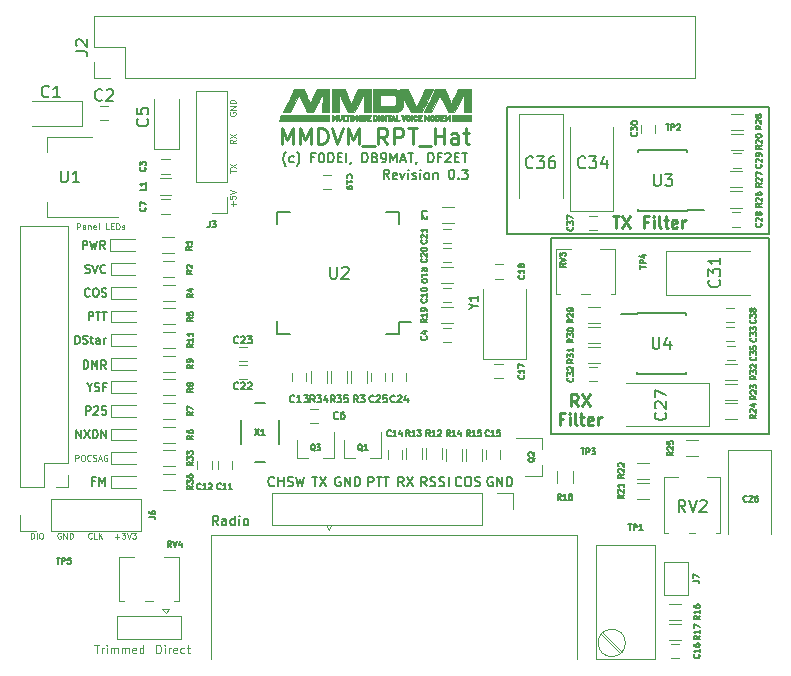
<source format=gto>
G04 #@! TF.GenerationSoftware,KiCad,Pcbnew,5.99.0-unknown-632494c~88~ubuntu19.10.1*
G04 #@! TF.CreationDate,2020-05-12T07:32:40+02:00*
G04 #@! TF.ProjectId,MMDVM_RPT_Hat,4d4d4456-4d5f-4525-9054-5f4861742e6b,0.3*
G04 #@! TF.SameCoordinates,Original*
G04 #@! TF.FileFunction,Legend,Top*
G04 #@! TF.FilePolarity,Positive*
%FSLAX46Y46*%
G04 Gerber Fmt 4.6, Leading zero omitted, Abs format (unit mm)*
G04 Created by KiCad (PCBNEW 5.99.0-unknown-632494c~88~ubuntu19.10.1) date 2020-05-12 07:32:40*
%MOMM*%
%LPD*%
G01*
G04 APERTURE LIST*
%ADD10C,0.175000*%
%ADD11C,0.200000*%
%ADD12C,0.125000*%
%ADD13C,0.250000*%
%ADD14C,0.120000*%
%ADD15C,0.000700*%
%ADD16C,0.150000*%
G04 APERTURE END LIST*
D10*
X26500000Y-109550000D02*
X26266666Y-109550000D01*
X26266666Y-109916666D02*
X26266666Y-109216666D01*
X26600000Y-109216666D01*
X26866666Y-109916666D02*
X26866666Y-109216666D01*
X27100000Y-109716666D01*
X27333333Y-109216666D01*
X27333333Y-109916666D01*
D11*
X36971428Y-113261904D02*
X36704761Y-112880952D01*
X36514285Y-113261904D02*
X36514285Y-112461904D01*
X36819047Y-112461904D01*
X36895238Y-112500000D01*
X36933333Y-112538095D01*
X36971428Y-112614285D01*
X36971428Y-112728571D01*
X36933333Y-112804761D01*
X36895238Y-112842857D01*
X36819047Y-112880952D01*
X36514285Y-112880952D01*
X37657142Y-113261904D02*
X37657142Y-112842857D01*
X37619047Y-112766666D01*
X37542857Y-112728571D01*
X37390476Y-112728571D01*
X37314285Y-112766666D01*
X37657142Y-113223809D02*
X37580952Y-113261904D01*
X37390476Y-113261904D01*
X37314285Y-113223809D01*
X37276190Y-113147619D01*
X37276190Y-113071428D01*
X37314285Y-112995238D01*
X37390476Y-112957142D01*
X37580952Y-112957142D01*
X37657142Y-112919047D01*
X38380952Y-113261904D02*
X38380952Y-112461904D01*
X38380952Y-113223809D02*
X38304761Y-113261904D01*
X38152380Y-113261904D01*
X38076190Y-113223809D01*
X38038095Y-113185714D01*
X38000000Y-113109523D01*
X38000000Y-112880952D01*
X38038095Y-112804761D01*
X38076190Y-112766666D01*
X38152380Y-112728571D01*
X38304761Y-112728571D01*
X38380952Y-112766666D01*
X38761904Y-113261904D02*
X38761904Y-112728571D01*
X38761904Y-112461904D02*
X38723809Y-112500000D01*
X38761904Y-112538095D01*
X38800000Y-112500000D01*
X38761904Y-112461904D01*
X38761904Y-112538095D01*
X39257142Y-113261904D02*
X39180952Y-113223809D01*
X39142857Y-113185714D01*
X39104761Y-113109523D01*
X39104761Y-112880952D01*
X39142857Y-112804761D01*
X39180952Y-112766666D01*
X39257142Y-112728571D01*
X39371428Y-112728571D01*
X39447619Y-112766666D01*
X39485714Y-112804761D01*
X39523809Y-112880952D01*
X39523809Y-113109523D01*
X39485714Y-113185714D01*
X39447619Y-113223809D01*
X39371428Y-113261904D01*
X39257142Y-113261904D01*
X41690476Y-109885714D02*
X41652380Y-109923809D01*
X41538095Y-109961904D01*
X41461904Y-109961904D01*
X41347619Y-109923809D01*
X41271428Y-109847619D01*
X41233333Y-109771428D01*
X41195238Y-109619047D01*
X41195238Y-109504761D01*
X41233333Y-109352380D01*
X41271428Y-109276190D01*
X41347619Y-109200000D01*
X41461904Y-109161904D01*
X41538095Y-109161904D01*
X41652380Y-109200000D01*
X41690476Y-109238095D01*
X42033333Y-109961904D02*
X42033333Y-109161904D01*
X42033333Y-109542857D02*
X42490476Y-109542857D01*
X42490476Y-109961904D02*
X42490476Y-109161904D01*
X42833333Y-109923809D02*
X42947619Y-109961904D01*
X43138095Y-109961904D01*
X43214285Y-109923809D01*
X43252380Y-109885714D01*
X43290476Y-109809523D01*
X43290476Y-109733333D01*
X43252380Y-109657142D01*
X43214285Y-109619047D01*
X43138095Y-109580952D01*
X42985714Y-109542857D01*
X42909523Y-109504761D01*
X42871428Y-109466666D01*
X42833333Y-109390476D01*
X42833333Y-109314285D01*
X42871428Y-109238095D01*
X42909523Y-109200000D01*
X42985714Y-109161904D01*
X43176190Y-109161904D01*
X43290476Y-109200000D01*
X43557142Y-109161904D02*
X43747619Y-109961904D01*
X43900000Y-109390476D01*
X44052380Y-109961904D01*
X44242857Y-109161904D01*
X51414285Y-83961904D02*
X51147619Y-83580952D01*
X50957142Y-83961904D02*
X50957142Y-83161904D01*
X51261904Y-83161904D01*
X51338095Y-83200000D01*
X51376190Y-83238095D01*
X51414285Y-83314285D01*
X51414285Y-83428571D01*
X51376190Y-83504761D01*
X51338095Y-83542857D01*
X51261904Y-83580952D01*
X50957142Y-83580952D01*
X52061904Y-83923809D02*
X51985714Y-83961904D01*
X51833333Y-83961904D01*
X51757142Y-83923809D01*
X51719047Y-83847619D01*
X51719047Y-83542857D01*
X51757142Y-83466666D01*
X51833333Y-83428571D01*
X51985714Y-83428571D01*
X52061904Y-83466666D01*
X52100000Y-83542857D01*
X52100000Y-83619047D01*
X51719047Y-83695238D01*
X52366666Y-83428571D02*
X52557142Y-83961904D01*
X52747619Y-83428571D01*
X53052380Y-83961904D02*
X53052380Y-83428571D01*
X53052380Y-83161904D02*
X53014285Y-83200000D01*
X53052380Y-83238095D01*
X53090476Y-83200000D01*
X53052380Y-83161904D01*
X53052380Y-83238095D01*
X53395238Y-83923809D02*
X53471428Y-83961904D01*
X53623809Y-83961904D01*
X53700000Y-83923809D01*
X53738095Y-83847619D01*
X53738095Y-83809523D01*
X53700000Y-83733333D01*
X53623809Y-83695238D01*
X53509523Y-83695238D01*
X53433333Y-83657142D01*
X53395238Y-83580952D01*
X53395238Y-83542857D01*
X53433333Y-83466666D01*
X53509523Y-83428571D01*
X53623809Y-83428571D01*
X53700000Y-83466666D01*
X54080952Y-83961904D02*
X54080952Y-83428571D01*
X54080952Y-83161904D02*
X54042857Y-83200000D01*
X54080952Y-83238095D01*
X54119047Y-83200000D01*
X54080952Y-83161904D01*
X54080952Y-83238095D01*
X54576190Y-83961904D02*
X54500000Y-83923809D01*
X54461904Y-83885714D01*
X54423809Y-83809523D01*
X54423809Y-83580952D01*
X54461904Y-83504761D01*
X54500000Y-83466666D01*
X54576190Y-83428571D01*
X54690476Y-83428571D01*
X54766666Y-83466666D01*
X54804761Y-83504761D01*
X54842857Y-83580952D01*
X54842857Y-83809523D01*
X54804761Y-83885714D01*
X54766666Y-83923809D01*
X54690476Y-83961904D01*
X54576190Y-83961904D01*
X55185714Y-83428571D02*
X55185714Y-83961904D01*
X55185714Y-83504761D02*
X55223809Y-83466666D01*
X55300000Y-83428571D01*
X55414285Y-83428571D01*
X55490476Y-83466666D01*
X55528571Y-83542857D01*
X55528571Y-83961904D01*
X56671428Y-83161904D02*
X56747619Y-83161904D01*
X56823809Y-83200000D01*
X56861904Y-83238095D01*
X56900000Y-83314285D01*
X56938095Y-83466666D01*
X56938095Y-83657142D01*
X56900000Y-83809523D01*
X56861904Y-83885714D01*
X56823809Y-83923809D01*
X56747619Y-83961904D01*
X56671428Y-83961904D01*
X56595238Y-83923809D01*
X56557142Y-83885714D01*
X56519047Y-83809523D01*
X56480952Y-83657142D01*
X56480952Y-83466666D01*
X56519047Y-83314285D01*
X56557142Y-83238095D01*
X56595238Y-83200000D01*
X56671428Y-83161904D01*
X57280952Y-83885714D02*
X57319047Y-83923809D01*
X57280952Y-83961904D01*
X57242857Y-83923809D01*
X57280952Y-83885714D01*
X57280952Y-83961904D01*
X57585714Y-83161904D02*
X58080952Y-83161904D01*
X57814285Y-83466666D01*
X57928571Y-83466666D01*
X58004761Y-83504761D01*
X58042857Y-83542857D01*
X58080952Y-83619047D01*
X58080952Y-83809523D01*
X58042857Y-83885714D01*
X58004761Y-83923809D01*
X57928571Y-83961904D01*
X57700000Y-83961904D01*
X57623809Y-83923809D01*
X57585714Y-83885714D01*
D12*
X26466666Y-123416666D02*
X26866666Y-123416666D01*
X26666666Y-124116666D02*
X26666666Y-123416666D01*
X27100000Y-124116666D02*
X27100000Y-123650000D01*
X27100000Y-123783333D02*
X27133333Y-123716666D01*
X27166666Y-123683333D01*
X27233333Y-123650000D01*
X27300000Y-123650000D01*
X27533333Y-124116666D02*
X27533333Y-123650000D01*
X27533333Y-123416666D02*
X27500000Y-123450000D01*
X27533333Y-123483333D01*
X27566666Y-123450000D01*
X27533333Y-123416666D01*
X27533333Y-123483333D01*
X27866666Y-124116666D02*
X27866666Y-123650000D01*
X27866666Y-123716666D02*
X27900000Y-123683333D01*
X27966666Y-123650000D01*
X28066666Y-123650000D01*
X28133333Y-123683333D01*
X28166666Y-123750000D01*
X28166666Y-124116666D01*
X28166666Y-123750000D02*
X28200000Y-123683333D01*
X28266666Y-123650000D01*
X28366666Y-123650000D01*
X28433333Y-123683333D01*
X28466666Y-123750000D01*
X28466666Y-124116666D01*
X28800000Y-124116666D02*
X28800000Y-123650000D01*
X28800000Y-123716666D02*
X28833333Y-123683333D01*
X28900000Y-123650000D01*
X29000000Y-123650000D01*
X29066666Y-123683333D01*
X29100000Y-123750000D01*
X29100000Y-124116666D01*
X29100000Y-123750000D02*
X29133333Y-123683333D01*
X29200000Y-123650000D01*
X29300000Y-123650000D01*
X29366666Y-123683333D01*
X29400000Y-123750000D01*
X29400000Y-124116666D01*
X30000000Y-124083333D02*
X29933333Y-124116666D01*
X29800000Y-124116666D01*
X29733333Y-124083333D01*
X29700000Y-124016666D01*
X29700000Y-123750000D01*
X29733333Y-123683333D01*
X29800000Y-123650000D01*
X29933333Y-123650000D01*
X30000000Y-123683333D01*
X30033333Y-123750000D01*
X30033333Y-123816666D01*
X29700000Y-123883333D01*
X30633333Y-124116666D02*
X30633333Y-123416666D01*
X30633333Y-124083333D02*
X30566666Y-124116666D01*
X30433333Y-124116666D01*
X30366666Y-124083333D01*
X30333333Y-124050000D01*
X30300000Y-123983333D01*
X30300000Y-123783333D01*
X30333333Y-123716666D01*
X30366666Y-123683333D01*
X30433333Y-123650000D01*
X30566666Y-123650000D01*
X30633333Y-123683333D01*
X31733333Y-124116666D02*
X31733333Y-123416666D01*
X31900000Y-123416666D01*
X32000000Y-123450000D01*
X32066666Y-123516666D01*
X32100000Y-123583333D01*
X32133333Y-123716666D01*
X32133333Y-123816666D01*
X32100000Y-123950000D01*
X32066666Y-124016666D01*
X32000000Y-124083333D01*
X31900000Y-124116666D01*
X31733333Y-124116666D01*
X32433333Y-124116666D02*
X32433333Y-123650000D01*
X32433333Y-123416666D02*
X32400000Y-123450000D01*
X32433333Y-123483333D01*
X32466666Y-123450000D01*
X32433333Y-123416666D01*
X32433333Y-123483333D01*
X32766666Y-124116666D02*
X32766666Y-123650000D01*
X32766666Y-123783333D02*
X32800000Y-123716666D01*
X32833333Y-123683333D01*
X32900000Y-123650000D01*
X32966666Y-123650000D01*
X33466666Y-124083333D02*
X33400000Y-124116666D01*
X33266666Y-124116666D01*
X33200000Y-124083333D01*
X33166666Y-124016666D01*
X33166666Y-123750000D01*
X33200000Y-123683333D01*
X33266666Y-123650000D01*
X33400000Y-123650000D01*
X33466666Y-123683333D01*
X33500000Y-123750000D01*
X33500000Y-123816666D01*
X33166666Y-123883333D01*
X34100000Y-124083333D02*
X34033333Y-124116666D01*
X33900000Y-124116666D01*
X33833333Y-124083333D01*
X33800000Y-124050000D01*
X33766666Y-123983333D01*
X33766666Y-123783333D01*
X33800000Y-123716666D01*
X33833333Y-123683333D01*
X33900000Y-123650000D01*
X34033333Y-123650000D01*
X34100000Y-123683333D01*
X34300000Y-123650000D02*
X34566666Y-123650000D01*
X34400000Y-123416666D02*
X34400000Y-124016666D01*
X34433333Y-124083333D01*
X34500000Y-124116666D01*
X34566666Y-124116666D01*
X25000000Y-88226190D02*
X25000000Y-87726190D01*
X25190476Y-87726190D01*
X25238095Y-87750000D01*
X25261904Y-87773809D01*
X25285714Y-87821428D01*
X25285714Y-87892857D01*
X25261904Y-87940476D01*
X25238095Y-87964285D01*
X25190476Y-87988095D01*
X25000000Y-87988095D01*
X25714285Y-88226190D02*
X25714285Y-87964285D01*
X25690476Y-87916666D01*
X25642857Y-87892857D01*
X25547619Y-87892857D01*
X25500000Y-87916666D01*
X25714285Y-88202380D02*
X25666666Y-88226190D01*
X25547619Y-88226190D01*
X25500000Y-88202380D01*
X25476190Y-88154761D01*
X25476190Y-88107142D01*
X25500000Y-88059523D01*
X25547619Y-88035714D01*
X25666666Y-88035714D01*
X25714285Y-88011904D01*
X25952380Y-87892857D02*
X25952380Y-88226190D01*
X25952380Y-87940476D02*
X25976190Y-87916666D01*
X26023809Y-87892857D01*
X26095238Y-87892857D01*
X26142857Y-87916666D01*
X26166666Y-87964285D01*
X26166666Y-88226190D01*
X26595238Y-88202380D02*
X26547619Y-88226190D01*
X26452380Y-88226190D01*
X26404761Y-88202380D01*
X26380952Y-88154761D01*
X26380952Y-87964285D01*
X26404761Y-87916666D01*
X26452380Y-87892857D01*
X26547619Y-87892857D01*
X26595238Y-87916666D01*
X26619047Y-87964285D01*
X26619047Y-88011904D01*
X26380952Y-88059523D01*
X26904761Y-88226190D02*
X26857142Y-88202380D01*
X26833333Y-88154761D01*
X26833333Y-87726190D01*
X27714285Y-88226190D02*
X27476190Y-88226190D01*
X27476190Y-87726190D01*
X27880952Y-87964285D02*
X28047619Y-87964285D01*
X28119047Y-88226190D02*
X27880952Y-88226190D01*
X27880952Y-87726190D01*
X28119047Y-87726190D01*
X28333333Y-88226190D02*
X28333333Y-87726190D01*
X28452380Y-87726190D01*
X28523809Y-87750000D01*
X28571428Y-87797619D01*
X28595238Y-87845238D01*
X28619047Y-87940476D01*
X28619047Y-88011904D01*
X28595238Y-88107142D01*
X28571428Y-88154761D01*
X28523809Y-88202380D01*
X28452380Y-88226190D01*
X28333333Y-88226190D01*
X28809523Y-88202380D02*
X28857142Y-88226190D01*
X28952380Y-88226190D01*
X29000000Y-88202380D01*
X29023809Y-88154761D01*
X29023809Y-88130952D01*
X29000000Y-88083333D01*
X28952380Y-88059523D01*
X28880952Y-88059523D01*
X28833333Y-88035714D01*
X28809523Y-87988095D01*
X28809523Y-87964285D01*
X28833333Y-87916666D01*
X28880952Y-87892857D01*
X28952380Y-87892857D01*
X29000000Y-87916666D01*
X24854761Y-107826190D02*
X24854761Y-107326190D01*
X25045238Y-107326190D01*
X25092857Y-107350000D01*
X25116666Y-107373809D01*
X25140476Y-107421428D01*
X25140476Y-107492857D01*
X25116666Y-107540476D01*
X25092857Y-107564285D01*
X25045238Y-107588095D01*
X24854761Y-107588095D01*
X25450000Y-107326190D02*
X25545238Y-107326190D01*
X25592857Y-107350000D01*
X25640476Y-107397619D01*
X25664285Y-107492857D01*
X25664285Y-107659523D01*
X25640476Y-107754761D01*
X25592857Y-107802380D01*
X25545238Y-107826190D01*
X25450000Y-107826190D01*
X25402380Y-107802380D01*
X25354761Y-107754761D01*
X25330952Y-107659523D01*
X25330952Y-107492857D01*
X25354761Y-107397619D01*
X25402380Y-107350000D01*
X25450000Y-107326190D01*
X26164285Y-107778571D02*
X26140476Y-107802380D01*
X26069047Y-107826190D01*
X26021428Y-107826190D01*
X25950000Y-107802380D01*
X25902380Y-107754761D01*
X25878571Y-107707142D01*
X25854761Y-107611904D01*
X25854761Y-107540476D01*
X25878571Y-107445238D01*
X25902380Y-107397619D01*
X25950000Y-107350000D01*
X26021428Y-107326190D01*
X26069047Y-107326190D01*
X26140476Y-107350000D01*
X26164285Y-107373809D01*
X26354761Y-107802380D02*
X26426190Y-107826190D01*
X26545238Y-107826190D01*
X26592857Y-107802380D01*
X26616666Y-107778571D01*
X26640476Y-107730952D01*
X26640476Y-107683333D01*
X26616666Y-107635714D01*
X26592857Y-107611904D01*
X26545238Y-107588095D01*
X26450000Y-107564285D01*
X26402380Y-107540476D01*
X26378571Y-107516666D01*
X26354761Y-107469047D01*
X26354761Y-107421428D01*
X26378571Y-107373809D01*
X26402380Y-107350000D01*
X26450000Y-107326190D01*
X26569047Y-107326190D01*
X26640476Y-107350000D01*
X26830952Y-107683333D02*
X27069047Y-107683333D01*
X26783333Y-107826190D02*
X26950000Y-107326190D01*
X27116666Y-107826190D01*
X27545238Y-107350000D02*
X27497619Y-107326190D01*
X27426190Y-107326190D01*
X27354761Y-107350000D01*
X27307142Y-107397619D01*
X27283333Y-107445238D01*
X27259523Y-107540476D01*
X27259523Y-107611904D01*
X27283333Y-107707142D01*
X27307142Y-107754761D01*
X27354761Y-107802380D01*
X27426190Y-107826190D01*
X27473809Y-107826190D01*
X27545238Y-107802380D01*
X27569047Y-107778571D01*
X27569047Y-107611904D01*
X27473809Y-107611904D01*
X28219047Y-114235714D02*
X28600000Y-114235714D01*
X28409523Y-114426190D02*
X28409523Y-114045238D01*
X28790476Y-113926190D02*
X29100000Y-113926190D01*
X28933333Y-114116666D01*
X29004761Y-114116666D01*
X29052380Y-114140476D01*
X29076190Y-114164285D01*
X29100000Y-114211904D01*
X29100000Y-114330952D01*
X29076190Y-114378571D01*
X29052380Y-114402380D01*
X29004761Y-114426190D01*
X28861904Y-114426190D01*
X28814285Y-114402380D01*
X28790476Y-114378571D01*
X29242857Y-113926190D02*
X29409523Y-114426190D01*
X29576190Y-113926190D01*
X29695238Y-113926190D02*
X30004761Y-113926190D01*
X29838095Y-114116666D01*
X29909523Y-114116666D01*
X29957142Y-114140476D01*
X29980952Y-114164285D01*
X30004761Y-114211904D01*
X30004761Y-114330952D01*
X29980952Y-114378571D01*
X29957142Y-114402380D01*
X29909523Y-114426190D01*
X29766666Y-114426190D01*
X29719047Y-114402380D01*
X29695238Y-114378571D01*
X26252380Y-114378571D02*
X26228571Y-114402380D01*
X26157142Y-114426190D01*
X26109523Y-114426190D01*
X26038095Y-114402380D01*
X25990476Y-114354761D01*
X25966666Y-114307142D01*
X25942857Y-114211904D01*
X25942857Y-114140476D01*
X25966666Y-114045238D01*
X25990476Y-113997619D01*
X26038095Y-113950000D01*
X26109523Y-113926190D01*
X26157142Y-113926190D01*
X26228571Y-113950000D01*
X26252380Y-113973809D01*
X26704761Y-114426190D02*
X26466666Y-114426190D01*
X26466666Y-113926190D01*
X26871428Y-114426190D02*
X26871428Y-113926190D01*
X27157142Y-114426190D02*
X26942857Y-114140476D01*
X27157142Y-113926190D02*
X26871428Y-114211904D01*
X21088095Y-114426190D02*
X21088095Y-113926190D01*
X21207142Y-113926190D01*
X21278571Y-113950000D01*
X21326190Y-113997619D01*
X21350000Y-114045238D01*
X21373809Y-114140476D01*
X21373809Y-114211904D01*
X21350000Y-114307142D01*
X21326190Y-114354761D01*
X21278571Y-114402380D01*
X21207142Y-114426190D01*
X21088095Y-114426190D01*
X21588095Y-114426190D02*
X21588095Y-113926190D01*
X21921428Y-113926190D02*
X22016666Y-113926190D01*
X22064285Y-113950000D01*
X22111904Y-113997619D01*
X22135714Y-114092857D01*
X22135714Y-114259523D01*
X22111904Y-114354761D01*
X22064285Y-114402380D01*
X22016666Y-114426190D01*
X21921428Y-114426190D01*
X21873809Y-114402380D01*
X21826190Y-114354761D01*
X21802380Y-114259523D01*
X21802380Y-114092857D01*
X21826190Y-113997619D01*
X21873809Y-113950000D01*
X21921428Y-113926190D01*
X23619047Y-113950000D02*
X23571428Y-113926190D01*
X23500000Y-113926190D01*
X23428571Y-113950000D01*
X23380952Y-113997619D01*
X23357142Y-114045238D01*
X23333333Y-114140476D01*
X23333333Y-114211904D01*
X23357142Y-114307142D01*
X23380952Y-114354761D01*
X23428571Y-114402380D01*
X23500000Y-114426190D01*
X23547619Y-114426190D01*
X23619047Y-114402380D01*
X23642857Y-114378571D01*
X23642857Y-114211904D01*
X23547619Y-114211904D01*
X23857142Y-114426190D02*
X23857142Y-113926190D01*
X24142857Y-114426190D01*
X24142857Y-113926190D01*
X24380952Y-114426190D02*
X24380952Y-113926190D01*
X24500000Y-113926190D01*
X24571428Y-113950000D01*
X24619047Y-113997619D01*
X24642857Y-114045238D01*
X24666666Y-114140476D01*
X24666666Y-114211904D01*
X24642857Y-114307142D01*
X24619047Y-114354761D01*
X24571428Y-114402380D01*
X24500000Y-114426190D01*
X24380952Y-114426190D01*
X38235714Y-86242857D02*
X38235714Y-85861904D01*
X38426190Y-86052380D02*
X38045238Y-86052380D01*
X37926190Y-85385714D02*
X37926190Y-85623809D01*
X38164285Y-85647619D01*
X38140476Y-85623809D01*
X38116666Y-85576190D01*
X38116666Y-85457142D01*
X38140476Y-85409523D01*
X38164285Y-85385714D01*
X38211904Y-85361904D01*
X38330952Y-85361904D01*
X38378571Y-85385714D01*
X38402380Y-85409523D01*
X38426190Y-85457142D01*
X38426190Y-85576190D01*
X38402380Y-85623809D01*
X38378571Y-85647619D01*
X37926190Y-85219047D02*
X38426190Y-85052380D01*
X37926190Y-84885714D01*
X37926190Y-83430952D02*
X37926190Y-83145238D01*
X38426190Y-83288095D02*
X37926190Y-83288095D01*
X37926190Y-83026190D02*
X38426190Y-82692857D01*
X37926190Y-82692857D02*
X38426190Y-83026190D01*
X38426190Y-80633333D02*
X38188095Y-80800000D01*
X38426190Y-80919047D02*
X37926190Y-80919047D01*
X37926190Y-80728571D01*
X37950000Y-80680952D01*
X37973809Y-80657142D01*
X38021428Y-80633333D01*
X38092857Y-80633333D01*
X38140476Y-80657142D01*
X38164285Y-80680952D01*
X38188095Y-80728571D01*
X38188095Y-80919047D01*
X37926190Y-80466666D02*
X38426190Y-80133333D01*
X37926190Y-80133333D02*
X38426190Y-80466666D01*
X37950000Y-78330952D02*
X37926190Y-78378571D01*
X37926190Y-78450000D01*
X37950000Y-78521428D01*
X37997619Y-78569047D01*
X38045238Y-78592857D01*
X38140476Y-78616666D01*
X38211904Y-78616666D01*
X38307142Y-78592857D01*
X38354761Y-78569047D01*
X38402380Y-78521428D01*
X38426190Y-78450000D01*
X38426190Y-78402380D01*
X38402380Y-78330952D01*
X38378571Y-78307142D01*
X38211904Y-78307142D01*
X38211904Y-78402380D01*
X38426190Y-78092857D02*
X37926190Y-78092857D01*
X38426190Y-77807142D01*
X37926190Y-77807142D01*
X38426190Y-77569047D02*
X37926190Y-77569047D01*
X37926190Y-77450000D01*
X37950000Y-77378571D01*
X37997619Y-77330952D01*
X38045238Y-77307142D01*
X38140476Y-77283333D01*
X38211904Y-77283333D01*
X38307142Y-77307142D01*
X38354761Y-77330952D01*
X38402380Y-77378571D01*
X38426190Y-77450000D01*
X38426190Y-77569047D01*
D11*
X42695238Y-82866666D02*
X42657142Y-82828571D01*
X42580952Y-82714285D01*
X42542857Y-82638095D01*
X42504761Y-82523809D01*
X42466666Y-82333333D01*
X42466666Y-82180952D01*
X42504761Y-81990476D01*
X42542857Y-81876190D01*
X42580952Y-81800000D01*
X42657142Y-81685714D01*
X42695238Y-81647619D01*
X43342857Y-82523809D02*
X43266666Y-82561904D01*
X43114285Y-82561904D01*
X43038095Y-82523809D01*
X43000000Y-82485714D01*
X42961904Y-82409523D01*
X42961904Y-82180952D01*
X43000000Y-82104761D01*
X43038095Y-82066666D01*
X43114285Y-82028571D01*
X43266666Y-82028571D01*
X43342857Y-82066666D01*
X43609523Y-82866666D02*
X43647619Y-82828571D01*
X43723809Y-82714285D01*
X43761904Y-82638095D01*
X43800000Y-82523809D01*
X43838095Y-82333333D01*
X43838095Y-82180952D01*
X43800000Y-81990476D01*
X43761904Y-81876190D01*
X43723809Y-81800000D01*
X43647619Y-81685714D01*
X43609523Y-81647619D01*
X45095238Y-82142857D02*
X44828571Y-82142857D01*
X44828571Y-82561904D02*
X44828571Y-81761904D01*
X45209523Y-81761904D01*
X45666666Y-81761904D02*
X45742857Y-81761904D01*
X45819047Y-81800000D01*
X45857142Y-81838095D01*
X45895238Y-81914285D01*
X45933333Y-82066666D01*
X45933333Y-82257142D01*
X45895238Y-82409523D01*
X45857142Y-82485714D01*
X45819047Y-82523809D01*
X45742857Y-82561904D01*
X45666666Y-82561904D01*
X45590476Y-82523809D01*
X45552380Y-82485714D01*
X45514285Y-82409523D01*
X45476190Y-82257142D01*
X45476190Y-82066666D01*
X45514285Y-81914285D01*
X45552380Y-81838095D01*
X45590476Y-81800000D01*
X45666666Y-81761904D01*
X46276190Y-82561904D02*
X46276190Y-81761904D01*
X46466666Y-81761904D01*
X46580952Y-81800000D01*
X46657142Y-81876190D01*
X46695238Y-81952380D01*
X46733333Y-82104761D01*
X46733333Y-82219047D01*
X46695238Y-82371428D01*
X46657142Y-82447619D01*
X46580952Y-82523809D01*
X46466666Y-82561904D01*
X46276190Y-82561904D01*
X47076190Y-82142857D02*
X47342857Y-82142857D01*
X47457142Y-82561904D02*
X47076190Y-82561904D01*
X47076190Y-81761904D01*
X47457142Y-81761904D01*
X47800000Y-82561904D02*
X47800000Y-81761904D01*
X48219047Y-82523809D02*
X48219047Y-82561904D01*
X48180952Y-82638095D01*
X48142857Y-82676190D01*
X49171428Y-82561904D02*
X49171428Y-81761904D01*
X49361904Y-81761904D01*
X49476190Y-81800000D01*
X49552380Y-81876190D01*
X49590476Y-81952380D01*
X49628571Y-82104761D01*
X49628571Y-82219047D01*
X49590476Y-82371428D01*
X49552380Y-82447619D01*
X49476190Y-82523809D01*
X49361904Y-82561904D01*
X49171428Y-82561904D01*
X50238095Y-82142857D02*
X50352380Y-82180952D01*
X50390476Y-82219047D01*
X50428571Y-82295238D01*
X50428571Y-82409523D01*
X50390476Y-82485714D01*
X50352380Y-82523809D01*
X50276190Y-82561904D01*
X49971428Y-82561904D01*
X49971428Y-81761904D01*
X50238095Y-81761904D01*
X50314285Y-81800000D01*
X50352380Y-81838095D01*
X50390476Y-81914285D01*
X50390476Y-81990476D01*
X50352380Y-82066666D01*
X50314285Y-82104761D01*
X50238095Y-82142857D01*
X49971428Y-82142857D01*
X50809523Y-82561904D02*
X50961904Y-82561904D01*
X51038095Y-82523809D01*
X51076190Y-82485714D01*
X51152380Y-82371428D01*
X51190476Y-82219047D01*
X51190476Y-81914285D01*
X51152380Y-81838095D01*
X51114285Y-81800000D01*
X51038095Y-81761904D01*
X50885714Y-81761904D01*
X50809523Y-81800000D01*
X50771428Y-81838095D01*
X50733333Y-81914285D01*
X50733333Y-82104761D01*
X50771428Y-82180952D01*
X50809523Y-82219047D01*
X50885714Y-82257142D01*
X51038095Y-82257142D01*
X51114285Y-82219047D01*
X51152380Y-82180952D01*
X51190476Y-82104761D01*
X51533333Y-82561904D02*
X51533333Y-81761904D01*
X51800000Y-82333333D01*
X52066666Y-81761904D01*
X52066666Y-82561904D01*
X52409523Y-82333333D02*
X52790476Y-82333333D01*
X52333333Y-82561904D02*
X52600000Y-81761904D01*
X52866666Y-82561904D01*
X53019047Y-81761904D02*
X53476190Y-81761904D01*
X53247619Y-82561904D02*
X53247619Y-81761904D01*
X53780952Y-82523809D02*
X53780952Y-82561904D01*
X53742857Y-82638095D01*
X53704761Y-82676190D01*
X54733333Y-82561904D02*
X54733333Y-81761904D01*
X54923809Y-81761904D01*
X55038095Y-81800000D01*
X55114285Y-81876190D01*
X55152380Y-81952380D01*
X55190476Y-82104761D01*
X55190476Y-82219047D01*
X55152380Y-82371428D01*
X55114285Y-82447619D01*
X55038095Y-82523809D01*
X54923809Y-82561904D01*
X54733333Y-82561904D01*
X55800000Y-82142857D02*
X55533333Y-82142857D01*
X55533333Y-82561904D02*
X55533333Y-81761904D01*
X55914285Y-81761904D01*
X56180952Y-81838095D02*
X56219047Y-81800000D01*
X56295238Y-81761904D01*
X56485714Y-81761904D01*
X56561904Y-81800000D01*
X56600000Y-81838095D01*
X56638095Y-81914285D01*
X56638095Y-81990476D01*
X56600000Y-82104761D01*
X56142857Y-82561904D01*
X56638095Y-82561904D01*
X56980952Y-82142857D02*
X57247619Y-82142857D01*
X57361904Y-82561904D02*
X56980952Y-82561904D01*
X56980952Y-81761904D01*
X57361904Y-81761904D01*
X57590476Y-81761904D02*
X58047619Y-81761904D01*
X57819047Y-82561904D02*
X57819047Y-81761904D01*
D13*
X42357142Y-81010714D02*
X42357142Y-79660714D01*
X42807142Y-80625000D01*
X43257142Y-79660714D01*
X43257142Y-81010714D01*
X43900000Y-81010714D02*
X43900000Y-79660714D01*
X44350000Y-80625000D01*
X44800000Y-79660714D01*
X44800000Y-81010714D01*
X45442857Y-81010714D02*
X45442857Y-79660714D01*
X45764285Y-79660714D01*
X45957142Y-79725000D01*
X46085714Y-79853571D01*
X46150000Y-79982142D01*
X46214285Y-80239285D01*
X46214285Y-80432142D01*
X46150000Y-80689285D01*
X46085714Y-80817857D01*
X45957142Y-80946428D01*
X45764285Y-81010714D01*
X45442857Y-81010714D01*
X46600000Y-79660714D02*
X47050000Y-81010714D01*
X47500000Y-79660714D01*
X47950000Y-81010714D02*
X47950000Y-79660714D01*
X48400000Y-80625000D01*
X48850000Y-79660714D01*
X48850000Y-81010714D01*
X49171428Y-81139285D02*
X50200000Y-81139285D01*
X51292857Y-81010714D02*
X50842857Y-80367857D01*
X50521428Y-81010714D02*
X50521428Y-79660714D01*
X51035714Y-79660714D01*
X51164285Y-79725000D01*
X51228571Y-79789285D01*
X51292857Y-79917857D01*
X51292857Y-80110714D01*
X51228571Y-80239285D01*
X51164285Y-80303571D01*
X51035714Y-80367857D01*
X50521428Y-80367857D01*
X51871428Y-81010714D02*
X51871428Y-79660714D01*
X52385714Y-79660714D01*
X52514285Y-79725000D01*
X52578571Y-79789285D01*
X52642857Y-79917857D01*
X52642857Y-80110714D01*
X52578571Y-80239285D01*
X52514285Y-80303571D01*
X52385714Y-80367857D01*
X51871428Y-80367857D01*
X53028571Y-79660714D02*
X53800000Y-79660714D01*
X53414285Y-81010714D02*
X53414285Y-79660714D01*
X53928571Y-81139285D02*
X54957142Y-81139285D01*
X55278571Y-81010714D02*
X55278571Y-79660714D01*
X55278571Y-80303571D02*
X56050000Y-80303571D01*
X56050000Y-81010714D02*
X56050000Y-79660714D01*
X57271428Y-81010714D02*
X57271428Y-80303571D01*
X57207142Y-80175000D01*
X57078571Y-80110714D01*
X56821428Y-80110714D01*
X56692857Y-80175000D01*
X57271428Y-80946428D02*
X57142857Y-81010714D01*
X56821428Y-81010714D01*
X56692857Y-80946428D01*
X56628571Y-80817857D01*
X56628571Y-80689285D01*
X56692857Y-80560714D01*
X56821428Y-80496428D01*
X57142857Y-80496428D01*
X57271428Y-80432142D01*
X57721428Y-80110714D02*
X58235714Y-80110714D01*
X57914285Y-79660714D02*
X57914285Y-80817857D01*
X57978571Y-80946428D01*
X58107142Y-81010714D01*
X58235714Y-81010714D01*
X67408333Y-103197380D02*
X67075000Y-102721190D01*
X66836904Y-103197380D02*
X66836904Y-102197380D01*
X67217857Y-102197380D01*
X67313095Y-102245000D01*
X67360714Y-102292619D01*
X67408333Y-102387857D01*
X67408333Y-102530714D01*
X67360714Y-102625952D01*
X67313095Y-102673571D01*
X67217857Y-102721190D01*
X66836904Y-102721190D01*
X67741666Y-102197380D02*
X68408333Y-103197380D01*
X68408333Y-102197380D02*
X67741666Y-103197380D01*
X66194047Y-104283571D02*
X65860714Y-104283571D01*
X65860714Y-104807380D02*
X65860714Y-103807380D01*
X66336904Y-103807380D01*
X66717857Y-104807380D02*
X66717857Y-104140714D01*
X66717857Y-103807380D02*
X66670238Y-103855000D01*
X66717857Y-103902619D01*
X66765476Y-103855000D01*
X66717857Y-103807380D01*
X66717857Y-103902619D01*
X67336904Y-104807380D02*
X67241666Y-104759761D01*
X67194047Y-104664523D01*
X67194047Y-103807380D01*
X67575000Y-104140714D02*
X67955952Y-104140714D01*
X67717857Y-103807380D02*
X67717857Y-104664523D01*
X67765476Y-104759761D01*
X67860714Y-104807380D01*
X67955952Y-104807380D01*
X68670238Y-104759761D02*
X68575000Y-104807380D01*
X68384523Y-104807380D01*
X68289285Y-104759761D01*
X68241666Y-104664523D01*
X68241666Y-104283571D01*
X68289285Y-104188333D01*
X68384523Y-104140714D01*
X68575000Y-104140714D01*
X68670238Y-104188333D01*
X68717857Y-104283571D01*
X68717857Y-104378809D01*
X68241666Y-104474047D01*
X69146428Y-104807380D02*
X69146428Y-104140714D01*
X69146428Y-104331190D02*
X69194047Y-104235952D01*
X69241666Y-104188333D01*
X69336904Y-104140714D01*
X69432142Y-104140714D01*
D11*
X65100000Y-105550000D02*
X65100000Y-89000000D01*
X83600000Y-105550000D02*
X65100000Y-105550000D01*
X83600000Y-89000000D02*
X83600000Y-105550000D01*
X65100000Y-89000000D02*
X83600000Y-89000000D01*
D13*
X70354761Y-87102380D02*
X70926190Y-87102380D01*
X70640476Y-88102380D02*
X70640476Y-87102380D01*
X71164285Y-87102380D02*
X71830952Y-88102380D01*
X71830952Y-87102380D02*
X71164285Y-88102380D01*
X73307142Y-87578571D02*
X72973809Y-87578571D01*
X72973809Y-88102380D02*
X72973809Y-87102380D01*
X73450000Y-87102380D01*
X73830952Y-88102380D02*
X73830952Y-87435714D01*
X73830952Y-87102380D02*
X73783333Y-87150000D01*
X73830952Y-87197619D01*
X73878571Y-87150000D01*
X73830952Y-87102380D01*
X73830952Y-87197619D01*
X74450000Y-88102380D02*
X74354761Y-88054761D01*
X74307142Y-87959523D01*
X74307142Y-87102380D01*
X74688095Y-87435714D02*
X75069047Y-87435714D01*
X74830952Y-87102380D02*
X74830952Y-87959523D01*
X74878571Y-88054761D01*
X74973809Y-88102380D01*
X75069047Y-88102380D01*
X75783333Y-88054761D02*
X75688095Y-88102380D01*
X75497619Y-88102380D01*
X75402380Y-88054761D01*
X75354761Y-87959523D01*
X75354761Y-87578571D01*
X75402380Y-87483333D01*
X75497619Y-87435714D01*
X75688095Y-87435714D01*
X75783333Y-87483333D01*
X75830952Y-87578571D01*
X75830952Y-87673809D01*
X75354761Y-87769047D01*
X76259523Y-88102380D02*
X76259523Y-87435714D01*
X76259523Y-87626190D02*
X76307142Y-87530952D01*
X76354761Y-87483333D01*
X76450000Y-87435714D01*
X76545238Y-87435714D01*
D11*
X61400000Y-88600000D02*
X61400000Y-77900000D01*
X83600000Y-88600000D02*
X61400000Y-88600000D01*
X83600000Y-77900000D02*
X83600000Y-88600000D01*
X61400000Y-77900000D02*
X83600000Y-77900000D01*
X60190476Y-109200000D02*
X60114285Y-109161904D01*
X60000000Y-109161904D01*
X59885714Y-109200000D01*
X59809523Y-109276190D01*
X59771428Y-109352380D01*
X59733333Y-109504761D01*
X59733333Y-109619047D01*
X59771428Y-109771428D01*
X59809523Y-109847619D01*
X59885714Y-109923809D01*
X60000000Y-109961904D01*
X60076190Y-109961904D01*
X60190476Y-109923809D01*
X60228571Y-109885714D01*
X60228571Y-109619047D01*
X60076190Y-109619047D01*
X60571428Y-109961904D02*
X60571428Y-109161904D01*
X61028571Y-109961904D01*
X61028571Y-109161904D01*
X61409523Y-109961904D02*
X61409523Y-109161904D01*
X61600000Y-109161904D01*
X61714285Y-109200000D01*
X61790476Y-109276190D01*
X61828571Y-109352380D01*
X61866666Y-109504761D01*
X61866666Y-109619047D01*
X61828571Y-109771428D01*
X61790476Y-109847619D01*
X61714285Y-109923809D01*
X61600000Y-109961904D01*
X61409523Y-109961904D01*
X57547619Y-109885714D02*
X57509523Y-109923809D01*
X57395238Y-109961904D01*
X57319047Y-109961904D01*
X57204761Y-109923809D01*
X57128571Y-109847619D01*
X57090476Y-109771428D01*
X57052380Y-109619047D01*
X57052380Y-109504761D01*
X57090476Y-109352380D01*
X57128571Y-109276190D01*
X57204761Y-109200000D01*
X57319047Y-109161904D01*
X57395238Y-109161904D01*
X57509523Y-109200000D01*
X57547619Y-109238095D01*
X58042857Y-109161904D02*
X58195238Y-109161904D01*
X58271428Y-109200000D01*
X58347619Y-109276190D01*
X58385714Y-109428571D01*
X58385714Y-109695238D01*
X58347619Y-109847619D01*
X58271428Y-109923809D01*
X58195238Y-109961904D01*
X58042857Y-109961904D01*
X57966666Y-109923809D01*
X57890476Y-109847619D01*
X57852380Y-109695238D01*
X57852380Y-109428571D01*
X57890476Y-109276190D01*
X57966666Y-109200000D01*
X58042857Y-109161904D01*
X58690476Y-109923809D02*
X58804761Y-109961904D01*
X58995238Y-109961904D01*
X59071428Y-109923809D01*
X59109523Y-109885714D01*
X59147619Y-109809523D01*
X59147619Y-109733333D01*
X59109523Y-109657142D01*
X59071428Y-109619047D01*
X58995238Y-109580952D01*
X58842857Y-109542857D01*
X58766666Y-109504761D01*
X58728571Y-109466666D01*
X58690476Y-109390476D01*
X58690476Y-109314285D01*
X58728571Y-109238095D01*
X58766666Y-109200000D01*
X58842857Y-109161904D01*
X59033333Y-109161904D01*
X59147619Y-109200000D01*
X54595238Y-109961904D02*
X54328571Y-109580952D01*
X54138095Y-109961904D02*
X54138095Y-109161904D01*
X54442857Y-109161904D01*
X54519047Y-109200000D01*
X54557142Y-109238095D01*
X54595238Y-109314285D01*
X54595238Y-109428571D01*
X54557142Y-109504761D01*
X54519047Y-109542857D01*
X54442857Y-109580952D01*
X54138095Y-109580952D01*
X54900000Y-109923809D02*
X55014285Y-109961904D01*
X55204761Y-109961904D01*
X55280952Y-109923809D01*
X55319047Y-109885714D01*
X55357142Y-109809523D01*
X55357142Y-109733333D01*
X55319047Y-109657142D01*
X55280952Y-109619047D01*
X55204761Y-109580952D01*
X55052380Y-109542857D01*
X54976190Y-109504761D01*
X54938095Y-109466666D01*
X54900000Y-109390476D01*
X54900000Y-109314285D01*
X54938095Y-109238095D01*
X54976190Y-109200000D01*
X55052380Y-109161904D01*
X55242857Y-109161904D01*
X55357142Y-109200000D01*
X55661904Y-109923809D02*
X55776190Y-109961904D01*
X55966666Y-109961904D01*
X56042857Y-109923809D01*
X56080952Y-109885714D01*
X56119047Y-109809523D01*
X56119047Y-109733333D01*
X56080952Y-109657142D01*
X56042857Y-109619047D01*
X55966666Y-109580952D01*
X55814285Y-109542857D01*
X55738095Y-109504761D01*
X55700000Y-109466666D01*
X55661904Y-109390476D01*
X55661904Y-109314285D01*
X55700000Y-109238095D01*
X55738095Y-109200000D01*
X55814285Y-109161904D01*
X56004761Y-109161904D01*
X56119047Y-109200000D01*
X56461904Y-109961904D02*
X56461904Y-109161904D01*
X52666666Y-109961904D02*
X52400000Y-109580952D01*
X52209523Y-109961904D02*
X52209523Y-109161904D01*
X52514285Y-109161904D01*
X52590476Y-109200000D01*
X52628571Y-109238095D01*
X52666666Y-109314285D01*
X52666666Y-109428571D01*
X52628571Y-109504761D01*
X52590476Y-109542857D01*
X52514285Y-109580952D01*
X52209523Y-109580952D01*
X52933333Y-109161904D02*
X53466666Y-109961904D01*
X53466666Y-109161904D02*
X52933333Y-109961904D01*
X49680952Y-109961904D02*
X49680952Y-109161904D01*
X49985714Y-109161904D01*
X50061904Y-109200000D01*
X50100000Y-109238095D01*
X50138095Y-109314285D01*
X50138095Y-109428571D01*
X50100000Y-109504761D01*
X50061904Y-109542857D01*
X49985714Y-109580952D01*
X49680952Y-109580952D01*
X50366666Y-109161904D02*
X50823809Y-109161904D01*
X50595238Y-109961904D02*
X50595238Y-109161904D01*
X50976190Y-109161904D02*
X51433333Y-109161904D01*
X51204761Y-109961904D02*
X51204761Y-109161904D01*
X47290476Y-109200000D02*
X47214285Y-109161904D01*
X47100000Y-109161904D01*
X46985714Y-109200000D01*
X46909523Y-109276190D01*
X46871428Y-109352380D01*
X46833333Y-109504761D01*
X46833333Y-109619047D01*
X46871428Y-109771428D01*
X46909523Y-109847619D01*
X46985714Y-109923809D01*
X47100000Y-109961904D01*
X47176190Y-109961904D01*
X47290476Y-109923809D01*
X47328571Y-109885714D01*
X47328571Y-109619047D01*
X47176190Y-109619047D01*
X47671428Y-109961904D02*
X47671428Y-109161904D01*
X48128571Y-109961904D01*
X48128571Y-109161904D01*
X48509523Y-109961904D02*
X48509523Y-109161904D01*
X48700000Y-109161904D01*
X48814285Y-109200000D01*
X48890476Y-109276190D01*
X48928571Y-109352380D01*
X48966666Y-109504761D01*
X48966666Y-109619047D01*
X48928571Y-109771428D01*
X48890476Y-109847619D01*
X48814285Y-109923809D01*
X48700000Y-109961904D01*
X48509523Y-109961904D01*
X44890476Y-109161904D02*
X45347619Y-109161904D01*
X45119047Y-109961904D02*
X45119047Y-109161904D01*
X45538095Y-109161904D02*
X46071428Y-109961904D01*
X46071428Y-109161904D02*
X45538095Y-109961904D01*
D10*
X24850000Y-97916666D02*
X24850000Y-97216666D01*
X25016666Y-97216666D01*
X25116666Y-97250000D01*
X25183333Y-97316666D01*
X25216666Y-97383333D01*
X25250000Y-97516666D01*
X25250000Y-97616666D01*
X25216666Y-97750000D01*
X25183333Y-97816666D01*
X25116666Y-97883333D01*
X25016666Y-97916666D01*
X24850000Y-97916666D01*
X25516666Y-97883333D02*
X25616666Y-97916666D01*
X25783333Y-97916666D01*
X25850000Y-97883333D01*
X25883333Y-97850000D01*
X25916666Y-97783333D01*
X25916666Y-97716666D01*
X25883333Y-97650000D01*
X25850000Y-97616666D01*
X25783333Y-97583333D01*
X25650000Y-97550000D01*
X25583333Y-97516666D01*
X25550000Y-97483333D01*
X25516666Y-97416666D01*
X25516666Y-97350000D01*
X25550000Y-97283333D01*
X25583333Y-97250000D01*
X25650000Y-97216666D01*
X25816666Y-97216666D01*
X25916666Y-97250000D01*
X26116666Y-97450000D02*
X26383333Y-97450000D01*
X26216666Y-97216666D02*
X26216666Y-97816666D01*
X26250000Y-97883333D01*
X26316666Y-97916666D01*
X26383333Y-97916666D01*
X26916666Y-97916666D02*
X26916666Y-97550000D01*
X26883333Y-97483333D01*
X26816666Y-97450000D01*
X26683333Y-97450000D01*
X26616666Y-97483333D01*
X26916666Y-97883333D02*
X26850000Y-97916666D01*
X26683333Y-97916666D01*
X26616666Y-97883333D01*
X26583333Y-97816666D01*
X26583333Y-97750000D01*
X26616666Y-97683333D01*
X26683333Y-97650000D01*
X26850000Y-97650000D01*
X26916666Y-97616666D01*
X27250000Y-97916666D02*
X27250000Y-97450000D01*
X27250000Y-97583333D02*
X27283333Y-97516666D01*
X27316666Y-97483333D01*
X27383333Y-97450000D01*
X27450000Y-97450000D01*
X25566666Y-100016666D02*
X25566666Y-99316666D01*
X25733333Y-99316666D01*
X25833333Y-99350000D01*
X25900000Y-99416666D01*
X25933333Y-99483333D01*
X25966666Y-99616666D01*
X25966666Y-99716666D01*
X25933333Y-99850000D01*
X25900000Y-99916666D01*
X25833333Y-99983333D01*
X25733333Y-100016666D01*
X25566666Y-100016666D01*
X26266666Y-100016666D02*
X26266666Y-99316666D01*
X26500000Y-99816666D01*
X26733333Y-99316666D01*
X26733333Y-100016666D01*
X27466666Y-100016666D02*
X27233333Y-99683333D01*
X27066666Y-100016666D02*
X27066666Y-99316666D01*
X27333333Y-99316666D01*
X27400000Y-99350000D01*
X27433333Y-99383333D01*
X27466666Y-99450000D01*
X27466666Y-99550000D01*
X27433333Y-99616666D01*
X27400000Y-99650000D01*
X27333333Y-99683333D01*
X27066666Y-99683333D01*
X26066666Y-101583333D02*
X26066666Y-101916666D01*
X25833333Y-101216666D02*
X26066666Y-101583333D01*
X26300000Y-101216666D01*
X26500000Y-101883333D02*
X26600000Y-101916666D01*
X26766666Y-101916666D01*
X26833333Y-101883333D01*
X26866666Y-101850000D01*
X26900000Y-101783333D01*
X26900000Y-101716666D01*
X26866666Y-101650000D01*
X26833333Y-101616666D01*
X26766666Y-101583333D01*
X26633333Y-101550000D01*
X26566666Y-101516666D01*
X26533333Y-101483333D01*
X26500000Y-101416666D01*
X26500000Y-101350000D01*
X26533333Y-101283333D01*
X26566666Y-101250000D01*
X26633333Y-101216666D01*
X26800000Y-101216666D01*
X26900000Y-101250000D01*
X27433333Y-101550000D02*
X27200000Y-101550000D01*
X27200000Y-101916666D02*
X27200000Y-101216666D01*
X27533333Y-101216666D01*
X25750000Y-103916666D02*
X25750000Y-103216666D01*
X26016666Y-103216666D01*
X26083333Y-103250000D01*
X26116666Y-103283333D01*
X26150000Y-103350000D01*
X26150000Y-103450000D01*
X26116666Y-103516666D01*
X26083333Y-103550000D01*
X26016666Y-103583333D01*
X25750000Y-103583333D01*
X26416666Y-103283333D02*
X26450000Y-103250000D01*
X26516666Y-103216666D01*
X26683333Y-103216666D01*
X26750000Y-103250000D01*
X26783333Y-103283333D01*
X26816666Y-103350000D01*
X26816666Y-103416666D01*
X26783333Y-103516666D01*
X26383333Y-103916666D01*
X26816666Y-103916666D01*
X27450000Y-103216666D02*
X27116666Y-103216666D01*
X27083333Y-103550000D01*
X27116666Y-103516666D01*
X27183333Y-103483333D01*
X27350000Y-103483333D01*
X27416666Y-103516666D01*
X27450000Y-103550000D01*
X27483333Y-103616666D01*
X27483333Y-103783333D01*
X27450000Y-103850000D01*
X27416666Y-103883333D01*
X27350000Y-103916666D01*
X27183333Y-103916666D01*
X27116666Y-103883333D01*
X27083333Y-103850000D01*
X24950000Y-105916666D02*
X24950000Y-105216666D01*
X25350000Y-105916666D01*
X25350000Y-105216666D01*
X25616666Y-105216666D02*
X26083333Y-105916666D01*
X26083333Y-105216666D02*
X25616666Y-105916666D01*
X26350000Y-105916666D02*
X26350000Y-105216666D01*
X26516666Y-105216666D01*
X26616666Y-105250000D01*
X26683333Y-105316666D01*
X26716666Y-105383333D01*
X26750000Y-105516666D01*
X26750000Y-105616666D01*
X26716666Y-105750000D01*
X26683333Y-105816666D01*
X26616666Y-105883333D01*
X26516666Y-105916666D01*
X26350000Y-105916666D01*
X27050000Y-105916666D02*
X27050000Y-105216666D01*
X27450000Y-105916666D01*
X27450000Y-105216666D01*
X25983333Y-95916666D02*
X25983333Y-95216666D01*
X26250000Y-95216666D01*
X26316666Y-95250000D01*
X26350000Y-95283333D01*
X26383333Y-95350000D01*
X26383333Y-95450000D01*
X26350000Y-95516666D01*
X26316666Y-95550000D01*
X26250000Y-95583333D01*
X25983333Y-95583333D01*
X26583333Y-95216666D02*
X26983333Y-95216666D01*
X26783333Y-95916666D02*
X26783333Y-95216666D01*
X27116666Y-95216666D02*
X27516666Y-95216666D01*
X27316666Y-95916666D02*
X27316666Y-95216666D01*
X26091666Y-93850000D02*
X26058333Y-93883333D01*
X25958333Y-93916666D01*
X25891666Y-93916666D01*
X25791666Y-93883333D01*
X25725000Y-93816666D01*
X25691666Y-93750000D01*
X25658333Y-93616666D01*
X25658333Y-93516666D01*
X25691666Y-93383333D01*
X25725000Y-93316666D01*
X25791666Y-93250000D01*
X25891666Y-93216666D01*
X25958333Y-93216666D01*
X26058333Y-93250000D01*
X26091666Y-93283333D01*
X26525000Y-93216666D02*
X26658333Y-93216666D01*
X26725000Y-93250000D01*
X26791666Y-93316666D01*
X26825000Y-93450000D01*
X26825000Y-93683333D01*
X26791666Y-93816666D01*
X26725000Y-93883333D01*
X26658333Y-93916666D01*
X26525000Y-93916666D01*
X26458333Y-93883333D01*
X26391666Y-93816666D01*
X26358333Y-93683333D01*
X26358333Y-93450000D01*
X26391666Y-93316666D01*
X26458333Y-93250000D01*
X26525000Y-93216666D01*
X27091666Y-93883333D02*
X27191666Y-93916666D01*
X27358333Y-93916666D01*
X27425000Y-93883333D01*
X27458333Y-93850000D01*
X27491666Y-93783333D01*
X27491666Y-93716666D01*
X27458333Y-93650000D01*
X27425000Y-93616666D01*
X27358333Y-93583333D01*
X27225000Y-93550000D01*
X27158333Y-93516666D01*
X27125000Y-93483333D01*
X27091666Y-93416666D01*
X27091666Y-93350000D01*
X27125000Y-93283333D01*
X27158333Y-93250000D01*
X27225000Y-93216666D01*
X27391666Y-93216666D01*
X27491666Y-93250000D01*
X25700000Y-91883333D02*
X25800000Y-91916666D01*
X25966666Y-91916666D01*
X26033333Y-91883333D01*
X26066666Y-91850000D01*
X26100000Y-91783333D01*
X26100000Y-91716666D01*
X26066666Y-91650000D01*
X26033333Y-91616666D01*
X25966666Y-91583333D01*
X25833333Y-91550000D01*
X25766666Y-91516666D01*
X25733333Y-91483333D01*
X25700000Y-91416666D01*
X25700000Y-91350000D01*
X25733333Y-91283333D01*
X25766666Y-91250000D01*
X25833333Y-91216666D01*
X26000000Y-91216666D01*
X26100000Y-91250000D01*
X26300000Y-91216666D02*
X26533333Y-91916666D01*
X26766666Y-91216666D01*
X27400000Y-91850000D02*
X27366666Y-91883333D01*
X27266666Y-91916666D01*
X27200000Y-91916666D01*
X27100000Y-91883333D01*
X27033333Y-91816666D01*
X27000000Y-91750000D01*
X26966666Y-91616666D01*
X26966666Y-91516666D01*
X27000000Y-91383333D01*
X27033333Y-91316666D01*
X27100000Y-91250000D01*
X27200000Y-91216666D01*
X27266666Y-91216666D01*
X27366666Y-91250000D01*
X27400000Y-91283333D01*
X25491666Y-89891666D02*
X25491666Y-89191666D01*
X25758333Y-89191666D01*
X25825000Y-89225000D01*
X25858333Y-89258333D01*
X25891666Y-89325000D01*
X25891666Y-89425000D01*
X25858333Y-89491666D01*
X25825000Y-89525000D01*
X25758333Y-89558333D01*
X25491666Y-89558333D01*
X26125000Y-89191666D02*
X26291666Y-89891666D01*
X26425000Y-89391666D01*
X26558333Y-89891666D01*
X26725000Y-89191666D01*
X27391666Y-89891666D02*
X27158333Y-89558333D01*
X26991666Y-89891666D02*
X26991666Y-89191666D01*
X27258333Y-89191666D01*
X27325000Y-89225000D01*
X27358333Y-89258333D01*
X27391666Y-89325000D01*
X27391666Y-89425000D01*
X27358333Y-89491666D01*
X27325000Y-89525000D01*
X27258333Y-89558333D01*
X26991666Y-89558333D01*
X34826190Y-109921428D02*
X34588095Y-110088095D01*
X34826190Y-110207142D02*
X34326190Y-110207142D01*
X34326190Y-110016666D01*
X34350000Y-109969047D01*
X34373809Y-109945238D01*
X34421428Y-109921428D01*
X34492857Y-109921428D01*
X34540476Y-109945238D01*
X34564285Y-109969047D01*
X34588095Y-110016666D01*
X34588095Y-110207142D01*
X34326190Y-109754761D02*
X34326190Y-109445238D01*
X34516666Y-109611904D01*
X34516666Y-109540476D01*
X34540476Y-109492857D01*
X34564285Y-109469047D01*
X34611904Y-109445238D01*
X34730952Y-109445238D01*
X34778571Y-109469047D01*
X34802380Y-109492857D01*
X34826190Y-109540476D01*
X34826190Y-109683333D01*
X34802380Y-109730952D01*
X34778571Y-109754761D01*
X34326190Y-109016666D02*
X34326190Y-109111904D01*
X34350000Y-109159523D01*
X34373809Y-109183333D01*
X34445238Y-109230952D01*
X34540476Y-109254761D01*
X34730952Y-109254761D01*
X34778571Y-109230952D01*
X34802380Y-109207142D01*
X34826190Y-109159523D01*
X34826190Y-109064285D01*
X34802380Y-109016666D01*
X34778571Y-108992857D01*
X34730952Y-108969047D01*
X34611904Y-108969047D01*
X34564285Y-108992857D01*
X34540476Y-109016666D01*
X34516666Y-109064285D01*
X34516666Y-109159523D01*
X34540476Y-109207142D01*
X34564285Y-109230952D01*
X34611904Y-109254761D01*
X77126190Y-117966666D02*
X77483333Y-117966666D01*
X77554761Y-117990476D01*
X77602380Y-118038095D01*
X77626190Y-118109523D01*
X77626190Y-118157142D01*
X77126190Y-117776190D02*
X77126190Y-117442857D01*
X77626190Y-117657142D01*
X68032142Y-82957142D02*
X67984523Y-83004761D01*
X67841666Y-83052380D01*
X67746428Y-83052380D01*
X67603571Y-83004761D01*
X67508333Y-82909523D01*
X67460714Y-82814285D01*
X67413095Y-82623809D01*
X67413095Y-82480952D01*
X67460714Y-82290476D01*
X67508333Y-82195238D01*
X67603571Y-82100000D01*
X67746428Y-82052380D01*
X67841666Y-82052380D01*
X67984523Y-82100000D01*
X68032142Y-82147619D01*
X68365476Y-82052380D02*
X68984523Y-82052380D01*
X68651190Y-82433333D01*
X68794047Y-82433333D01*
X68889285Y-82480952D01*
X68936904Y-82528571D01*
X68984523Y-82623809D01*
X68984523Y-82861904D01*
X68936904Y-82957142D01*
X68889285Y-83004761D01*
X68794047Y-83052380D01*
X68508333Y-83052380D01*
X68413095Y-83004761D01*
X68365476Y-82957142D01*
X69841666Y-82385714D02*
X69841666Y-83052380D01*
X69603571Y-82004761D02*
X69365476Y-82719047D01*
X69984523Y-82719047D01*
X63607142Y-82957142D02*
X63559523Y-83004761D01*
X63416666Y-83052380D01*
X63321428Y-83052380D01*
X63178571Y-83004761D01*
X63083333Y-82909523D01*
X63035714Y-82814285D01*
X62988095Y-82623809D01*
X62988095Y-82480952D01*
X63035714Y-82290476D01*
X63083333Y-82195238D01*
X63178571Y-82100000D01*
X63321428Y-82052380D01*
X63416666Y-82052380D01*
X63559523Y-82100000D01*
X63607142Y-82147619D01*
X63940476Y-82052380D02*
X64559523Y-82052380D01*
X64226190Y-82433333D01*
X64369047Y-82433333D01*
X64464285Y-82480952D01*
X64511904Y-82528571D01*
X64559523Y-82623809D01*
X64559523Y-82861904D01*
X64511904Y-82957142D01*
X64464285Y-83004761D01*
X64369047Y-83052380D01*
X64083333Y-83052380D01*
X63988095Y-83004761D01*
X63940476Y-82957142D01*
X65416666Y-82052380D02*
X65226190Y-82052380D01*
X65130952Y-82100000D01*
X65083333Y-82147619D01*
X64988095Y-82290476D01*
X64940476Y-82480952D01*
X64940476Y-82861904D01*
X64988095Y-82957142D01*
X65035714Y-83004761D01*
X65130952Y-83052380D01*
X65321428Y-83052380D01*
X65416666Y-83004761D01*
X65464285Y-82957142D01*
X65511904Y-82861904D01*
X65511904Y-82623809D01*
X65464285Y-82528571D01*
X65416666Y-82480952D01*
X65321428Y-82433333D01*
X65130952Y-82433333D01*
X65035714Y-82480952D01*
X64988095Y-82528571D01*
X64940476Y-82623809D01*
X79357142Y-92517857D02*
X79404761Y-92565476D01*
X79452380Y-92708333D01*
X79452380Y-92803571D01*
X79404761Y-92946428D01*
X79309523Y-93041666D01*
X79214285Y-93089285D01*
X79023809Y-93136904D01*
X78880952Y-93136904D01*
X78690476Y-93089285D01*
X78595238Y-93041666D01*
X78500000Y-92946428D01*
X78452380Y-92803571D01*
X78452380Y-92708333D01*
X78500000Y-92565476D01*
X78547619Y-92517857D01*
X78452380Y-92184523D02*
X78452380Y-91565476D01*
X78833333Y-91898809D01*
X78833333Y-91755952D01*
X78880952Y-91660714D01*
X78928571Y-91613095D01*
X79023809Y-91565476D01*
X79261904Y-91565476D01*
X79357142Y-91613095D01*
X79404761Y-91660714D01*
X79452380Y-91755952D01*
X79452380Y-92041666D01*
X79404761Y-92136904D01*
X79357142Y-92184523D01*
X79452380Y-90613095D02*
X79452380Y-91184523D01*
X79452380Y-90898809D02*
X78452380Y-90898809D01*
X78595238Y-90994047D01*
X78690476Y-91089285D01*
X78738095Y-91184523D01*
X74807142Y-103742857D02*
X74854761Y-103790476D01*
X74902380Y-103933333D01*
X74902380Y-104028571D01*
X74854761Y-104171428D01*
X74759523Y-104266666D01*
X74664285Y-104314285D01*
X74473809Y-104361904D01*
X74330952Y-104361904D01*
X74140476Y-104314285D01*
X74045238Y-104266666D01*
X73950000Y-104171428D01*
X73902380Y-104028571D01*
X73902380Y-103933333D01*
X73950000Y-103790476D01*
X73997619Y-103742857D01*
X73997619Y-103361904D02*
X73950000Y-103314285D01*
X73902380Y-103219047D01*
X73902380Y-102980952D01*
X73950000Y-102885714D01*
X73997619Y-102838095D01*
X74092857Y-102790476D01*
X74188095Y-102790476D01*
X74330952Y-102838095D01*
X74902380Y-103409523D01*
X74902380Y-102790476D01*
X73902380Y-102457142D02*
X73902380Y-101790476D01*
X74902380Y-102219047D01*
X81728571Y-111228571D02*
X81704761Y-111252380D01*
X81633333Y-111276190D01*
X81585714Y-111276190D01*
X81514285Y-111252380D01*
X81466666Y-111204761D01*
X81442857Y-111157142D01*
X81419047Y-111061904D01*
X81419047Y-110990476D01*
X81442857Y-110895238D01*
X81466666Y-110847619D01*
X81514285Y-110800000D01*
X81585714Y-110776190D01*
X81633333Y-110776190D01*
X81704761Y-110800000D01*
X81728571Y-110823809D01*
X81919047Y-110823809D02*
X81942857Y-110800000D01*
X81990476Y-110776190D01*
X82109523Y-110776190D01*
X82157142Y-110800000D01*
X82180952Y-110823809D01*
X82204761Y-110871428D01*
X82204761Y-110919047D01*
X82180952Y-110990476D01*
X81895238Y-111276190D01*
X82204761Y-111276190D01*
X82633333Y-110776190D02*
X82538095Y-110776190D01*
X82490476Y-110800000D01*
X82466666Y-110823809D01*
X82419047Y-110895238D01*
X82395238Y-110990476D01*
X82395238Y-111180952D01*
X82419047Y-111228571D01*
X82442857Y-111252380D01*
X82490476Y-111276190D01*
X82585714Y-111276190D01*
X82633333Y-111252380D01*
X82657142Y-111228571D01*
X82680952Y-111180952D01*
X82680952Y-111061904D01*
X82657142Y-111014285D01*
X82633333Y-110990476D01*
X82585714Y-110966666D01*
X82490476Y-110966666D01*
X82442857Y-110990476D01*
X82419047Y-111014285D01*
X82395238Y-111061904D01*
X46438095Y-91402380D02*
X46438095Y-92211904D01*
X46485714Y-92307142D01*
X46533333Y-92354761D01*
X46628571Y-92402380D01*
X46819047Y-92402380D01*
X46914285Y-92354761D01*
X46961904Y-92307142D01*
X47009523Y-92211904D01*
X47009523Y-91402380D01*
X47438095Y-91497619D02*
X47485714Y-91450000D01*
X47580952Y-91402380D01*
X47819047Y-91402380D01*
X47914285Y-91450000D01*
X47961904Y-91497619D01*
X48009523Y-91592857D01*
X48009523Y-91688095D01*
X47961904Y-91830952D01*
X47390476Y-92402380D01*
X48009523Y-92402380D01*
X22633333Y-76957142D02*
X22585714Y-77004761D01*
X22442857Y-77052380D01*
X22347619Y-77052380D01*
X22204761Y-77004761D01*
X22109523Y-76909523D01*
X22061904Y-76814285D01*
X22014285Y-76623809D01*
X22014285Y-76480952D01*
X22061904Y-76290476D01*
X22109523Y-76195238D01*
X22204761Y-76100000D01*
X22347619Y-76052380D01*
X22442857Y-76052380D01*
X22585714Y-76100000D01*
X22633333Y-76147619D01*
X23585714Y-77052380D02*
X23014285Y-77052380D01*
X23300000Y-77052380D02*
X23300000Y-76052380D01*
X23204761Y-76195238D01*
X23109523Y-76290476D01*
X23014285Y-76338095D01*
X27133333Y-77257142D02*
X27085714Y-77304761D01*
X26942857Y-77352380D01*
X26847619Y-77352380D01*
X26704761Y-77304761D01*
X26609523Y-77209523D01*
X26561904Y-77114285D01*
X26514285Y-76923809D01*
X26514285Y-76780952D01*
X26561904Y-76590476D01*
X26609523Y-76495238D01*
X26704761Y-76400000D01*
X26847619Y-76352380D01*
X26942857Y-76352380D01*
X27085714Y-76400000D01*
X27133333Y-76447619D01*
X27514285Y-76447619D02*
X27561904Y-76400000D01*
X27657142Y-76352380D01*
X27895238Y-76352380D01*
X27990476Y-76400000D01*
X28038095Y-76447619D01*
X28085714Y-76542857D01*
X28085714Y-76638095D01*
X28038095Y-76780952D01*
X27466666Y-77352380D01*
X28085714Y-77352380D01*
X30778571Y-82983333D02*
X30802380Y-83007142D01*
X30826190Y-83078571D01*
X30826190Y-83126190D01*
X30802380Y-83197619D01*
X30754761Y-83245238D01*
X30707142Y-83269047D01*
X30611904Y-83292857D01*
X30540476Y-83292857D01*
X30445238Y-83269047D01*
X30397619Y-83245238D01*
X30350000Y-83197619D01*
X30326190Y-83126190D01*
X30326190Y-83078571D01*
X30350000Y-83007142D01*
X30373809Y-82983333D01*
X30326190Y-82816666D02*
X30326190Y-82507142D01*
X30516666Y-82673809D01*
X30516666Y-82602380D01*
X30540476Y-82554761D01*
X30564285Y-82530952D01*
X30611904Y-82507142D01*
X30730952Y-82507142D01*
X30778571Y-82530952D01*
X30802380Y-82554761D01*
X30826190Y-82602380D01*
X30826190Y-82745238D01*
X30802380Y-82792857D01*
X30778571Y-82816666D01*
X54578571Y-97283333D02*
X54602380Y-97307142D01*
X54626190Y-97378571D01*
X54626190Y-97426190D01*
X54602380Y-97497619D01*
X54554761Y-97545238D01*
X54507142Y-97569047D01*
X54411904Y-97592857D01*
X54340476Y-97592857D01*
X54245238Y-97569047D01*
X54197619Y-97545238D01*
X54150000Y-97497619D01*
X54126190Y-97426190D01*
X54126190Y-97378571D01*
X54150000Y-97307142D01*
X54173809Y-97283333D01*
X54292857Y-96854761D02*
X54626190Y-96854761D01*
X54102380Y-96973809D02*
X54459523Y-97092857D01*
X54459523Y-96783333D01*
X30957142Y-78866666D02*
X31004761Y-78914285D01*
X31052380Y-79057142D01*
X31052380Y-79152380D01*
X31004761Y-79295238D01*
X30909523Y-79390476D01*
X30814285Y-79438095D01*
X30623809Y-79485714D01*
X30480952Y-79485714D01*
X30290476Y-79438095D01*
X30195238Y-79390476D01*
X30100000Y-79295238D01*
X30052380Y-79152380D01*
X30052380Y-79057142D01*
X30100000Y-78914285D01*
X30147619Y-78866666D01*
X30052380Y-77961904D02*
X30052380Y-78438095D01*
X30528571Y-78485714D01*
X30480952Y-78438095D01*
X30433333Y-78342857D01*
X30433333Y-78104761D01*
X30480952Y-78009523D01*
X30528571Y-77961904D01*
X30623809Y-77914285D01*
X30861904Y-77914285D01*
X30957142Y-77961904D01*
X31004761Y-78009523D01*
X31052380Y-78104761D01*
X31052380Y-78342857D01*
X31004761Y-78438095D01*
X30957142Y-78485714D01*
X30778571Y-86383333D02*
X30802380Y-86407142D01*
X30826190Y-86478571D01*
X30826190Y-86526190D01*
X30802380Y-86597619D01*
X30754761Y-86645238D01*
X30707142Y-86669047D01*
X30611904Y-86692857D01*
X30540476Y-86692857D01*
X30445238Y-86669047D01*
X30397619Y-86645238D01*
X30350000Y-86597619D01*
X30326190Y-86526190D01*
X30326190Y-86478571D01*
X30350000Y-86407142D01*
X30373809Y-86383333D01*
X30326190Y-86216666D02*
X30326190Y-85883333D01*
X30826190Y-86097619D01*
X54578571Y-94121428D02*
X54602380Y-94145238D01*
X54626190Y-94216666D01*
X54626190Y-94264285D01*
X54602380Y-94335714D01*
X54554761Y-94383333D01*
X54507142Y-94407142D01*
X54411904Y-94430952D01*
X54340476Y-94430952D01*
X54245238Y-94407142D01*
X54197619Y-94383333D01*
X54150000Y-94335714D01*
X54126190Y-94264285D01*
X54126190Y-94216666D01*
X54150000Y-94145238D01*
X54173809Y-94121428D01*
X54626190Y-93645238D02*
X54626190Y-93930952D01*
X54626190Y-93788095D02*
X54126190Y-93788095D01*
X54197619Y-93835714D01*
X54245238Y-93883333D01*
X54269047Y-93930952D01*
X54126190Y-93335714D02*
X54126190Y-93288095D01*
X54150000Y-93240476D01*
X54173809Y-93216666D01*
X54221428Y-93192857D01*
X54316666Y-93169047D01*
X54435714Y-93169047D01*
X54530952Y-93192857D01*
X54578571Y-93216666D01*
X54602380Y-93240476D01*
X54626190Y-93288095D01*
X54626190Y-93335714D01*
X54602380Y-93383333D01*
X54578571Y-93407142D01*
X54530952Y-93430952D01*
X54435714Y-93454761D01*
X54316666Y-93454761D01*
X54221428Y-93430952D01*
X54173809Y-93407142D01*
X54150000Y-93383333D01*
X54126190Y-93335714D01*
X37178571Y-110178571D02*
X37154761Y-110202380D01*
X37083333Y-110226190D01*
X37035714Y-110226190D01*
X36964285Y-110202380D01*
X36916666Y-110154761D01*
X36892857Y-110107142D01*
X36869047Y-110011904D01*
X36869047Y-109940476D01*
X36892857Y-109845238D01*
X36916666Y-109797619D01*
X36964285Y-109750000D01*
X37035714Y-109726190D01*
X37083333Y-109726190D01*
X37154761Y-109750000D01*
X37178571Y-109773809D01*
X37654761Y-110226190D02*
X37369047Y-110226190D01*
X37511904Y-110226190D02*
X37511904Y-109726190D01*
X37464285Y-109797619D01*
X37416666Y-109845238D01*
X37369047Y-109869047D01*
X38130952Y-110226190D02*
X37845238Y-110226190D01*
X37988095Y-110226190D02*
X37988095Y-109726190D01*
X37940476Y-109797619D01*
X37892857Y-109845238D01*
X37845238Y-109869047D01*
X35478571Y-110178571D02*
X35454761Y-110202380D01*
X35383333Y-110226190D01*
X35335714Y-110226190D01*
X35264285Y-110202380D01*
X35216666Y-110154761D01*
X35192857Y-110107142D01*
X35169047Y-110011904D01*
X35169047Y-109940476D01*
X35192857Y-109845238D01*
X35216666Y-109797619D01*
X35264285Y-109750000D01*
X35335714Y-109726190D01*
X35383333Y-109726190D01*
X35454761Y-109750000D01*
X35478571Y-109773809D01*
X35954761Y-110226190D02*
X35669047Y-110226190D01*
X35811904Y-110226190D02*
X35811904Y-109726190D01*
X35764285Y-109797619D01*
X35716666Y-109845238D01*
X35669047Y-109869047D01*
X36145238Y-109773809D02*
X36169047Y-109750000D01*
X36216666Y-109726190D01*
X36335714Y-109726190D01*
X36383333Y-109750000D01*
X36407142Y-109773809D01*
X36430952Y-109821428D01*
X36430952Y-109869047D01*
X36407142Y-109940476D01*
X36121428Y-110226190D01*
X36430952Y-110226190D01*
X43414285Y-102814285D02*
X43385714Y-102842857D01*
X43300000Y-102871428D01*
X43242857Y-102871428D01*
X43157142Y-102842857D01*
X43100000Y-102785714D01*
X43071428Y-102728571D01*
X43042857Y-102614285D01*
X43042857Y-102528571D01*
X43071428Y-102414285D01*
X43100000Y-102357142D01*
X43157142Y-102300000D01*
X43242857Y-102271428D01*
X43300000Y-102271428D01*
X43385714Y-102300000D01*
X43414285Y-102328571D01*
X43985714Y-102871428D02*
X43642857Y-102871428D01*
X43814285Y-102871428D02*
X43814285Y-102271428D01*
X43757142Y-102357142D01*
X43700000Y-102414285D01*
X43642857Y-102442857D01*
X44185714Y-102271428D02*
X44557142Y-102271428D01*
X44357142Y-102500000D01*
X44442857Y-102500000D01*
X44500000Y-102528571D01*
X44528571Y-102557142D01*
X44557142Y-102614285D01*
X44557142Y-102757142D01*
X44528571Y-102814285D01*
X44500000Y-102842857D01*
X44442857Y-102871428D01*
X44271428Y-102871428D01*
X44214285Y-102842857D01*
X44185714Y-102814285D01*
X51578571Y-105678571D02*
X51554761Y-105702380D01*
X51483333Y-105726190D01*
X51435714Y-105726190D01*
X51364285Y-105702380D01*
X51316666Y-105654761D01*
X51292857Y-105607142D01*
X51269047Y-105511904D01*
X51269047Y-105440476D01*
X51292857Y-105345238D01*
X51316666Y-105297619D01*
X51364285Y-105250000D01*
X51435714Y-105226190D01*
X51483333Y-105226190D01*
X51554761Y-105250000D01*
X51578571Y-105273809D01*
X52054761Y-105726190D02*
X51769047Y-105726190D01*
X51911904Y-105726190D02*
X51911904Y-105226190D01*
X51864285Y-105297619D01*
X51816666Y-105345238D01*
X51769047Y-105369047D01*
X52483333Y-105392857D02*
X52483333Y-105726190D01*
X52364285Y-105202380D02*
X52245238Y-105559523D01*
X52554761Y-105559523D01*
X59878571Y-105678571D02*
X59854761Y-105702380D01*
X59783333Y-105726190D01*
X59735714Y-105726190D01*
X59664285Y-105702380D01*
X59616666Y-105654761D01*
X59592857Y-105607142D01*
X59569047Y-105511904D01*
X59569047Y-105440476D01*
X59592857Y-105345238D01*
X59616666Y-105297619D01*
X59664285Y-105250000D01*
X59735714Y-105226190D01*
X59783333Y-105226190D01*
X59854761Y-105250000D01*
X59878571Y-105273809D01*
X60354761Y-105726190D02*
X60069047Y-105726190D01*
X60211904Y-105726190D02*
X60211904Y-105226190D01*
X60164285Y-105297619D01*
X60116666Y-105345238D01*
X60069047Y-105369047D01*
X60807142Y-105226190D02*
X60569047Y-105226190D01*
X60545238Y-105464285D01*
X60569047Y-105440476D01*
X60616666Y-105416666D01*
X60735714Y-105416666D01*
X60783333Y-105440476D01*
X60807142Y-105464285D01*
X60830952Y-105511904D01*
X60830952Y-105630952D01*
X60807142Y-105678571D01*
X60783333Y-105702380D01*
X60735714Y-105726190D01*
X60616666Y-105726190D01*
X60569047Y-105702380D01*
X60545238Y-105678571D01*
X77678571Y-124221428D02*
X77702380Y-124245238D01*
X77726190Y-124316666D01*
X77726190Y-124364285D01*
X77702380Y-124435714D01*
X77654761Y-124483333D01*
X77607142Y-124507142D01*
X77511904Y-124530952D01*
X77440476Y-124530952D01*
X77345238Y-124507142D01*
X77297619Y-124483333D01*
X77250000Y-124435714D01*
X77226190Y-124364285D01*
X77226190Y-124316666D01*
X77250000Y-124245238D01*
X77273809Y-124221428D01*
X77726190Y-123745238D02*
X77726190Y-124030952D01*
X77726190Y-123888095D02*
X77226190Y-123888095D01*
X77297619Y-123935714D01*
X77345238Y-123983333D01*
X77369047Y-124030952D01*
X77226190Y-123316666D02*
X77226190Y-123411904D01*
X77250000Y-123459523D01*
X77273809Y-123483333D01*
X77345238Y-123530952D01*
X77440476Y-123554761D01*
X77630952Y-123554761D01*
X77678571Y-123530952D01*
X77702380Y-123507142D01*
X77726190Y-123459523D01*
X77726190Y-123364285D01*
X77702380Y-123316666D01*
X77678571Y-123292857D01*
X77630952Y-123269047D01*
X77511904Y-123269047D01*
X77464285Y-123292857D01*
X77440476Y-123316666D01*
X77416666Y-123364285D01*
X77416666Y-123459523D01*
X77440476Y-123507142D01*
X77464285Y-123530952D01*
X77511904Y-123554761D01*
X62828571Y-100571428D02*
X62852380Y-100595238D01*
X62876190Y-100666666D01*
X62876190Y-100714285D01*
X62852380Y-100785714D01*
X62804761Y-100833333D01*
X62757142Y-100857142D01*
X62661904Y-100880952D01*
X62590476Y-100880952D01*
X62495238Y-100857142D01*
X62447619Y-100833333D01*
X62400000Y-100785714D01*
X62376190Y-100714285D01*
X62376190Y-100666666D01*
X62400000Y-100595238D01*
X62423809Y-100571428D01*
X62876190Y-100095238D02*
X62876190Y-100380952D01*
X62876190Y-100238095D02*
X62376190Y-100238095D01*
X62447619Y-100285714D01*
X62495238Y-100333333D01*
X62519047Y-100380952D01*
X62376190Y-99928571D02*
X62376190Y-99595238D01*
X62876190Y-99809523D01*
X62828571Y-92121428D02*
X62852380Y-92145238D01*
X62876190Y-92216666D01*
X62876190Y-92264285D01*
X62852380Y-92335714D01*
X62804761Y-92383333D01*
X62757142Y-92407142D01*
X62661904Y-92430952D01*
X62590476Y-92430952D01*
X62495238Y-92407142D01*
X62447619Y-92383333D01*
X62400000Y-92335714D01*
X62376190Y-92264285D01*
X62376190Y-92216666D01*
X62400000Y-92145238D01*
X62423809Y-92121428D01*
X62876190Y-91645238D02*
X62876190Y-91930952D01*
X62876190Y-91788095D02*
X62376190Y-91788095D01*
X62447619Y-91835714D01*
X62495238Y-91883333D01*
X62519047Y-91930952D01*
X62590476Y-91359523D02*
X62566666Y-91407142D01*
X62542857Y-91430952D01*
X62495238Y-91454761D01*
X62471428Y-91454761D01*
X62423809Y-91430952D01*
X62400000Y-91407142D01*
X62376190Y-91359523D01*
X62376190Y-91264285D01*
X62400000Y-91216666D01*
X62423809Y-91192857D01*
X62471428Y-91169047D01*
X62495238Y-91169047D01*
X62542857Y-91192857D01*
X62566666Y-91216666D01*
X62590476Y-91264285D01*
X62590476Y-91359523D01*
X62614285Y-91407142D01*
X62638095Y-91430952D01*
X62685714Y-91454761D01*
X62780952Y-91454761D01*
X62828571Y-91430952D01*
X62852380Y-91407142D01*
X62876190Y-91359523D01*
X62876190Y-91264285D01*
X62852380Y-91216666D01*
X62828571Y-91192857D01*
X62780952Y-91169047D01*
X62685714Y-91169047D01*
X62638095Y-91192857D01*
X62614285Y-91216666D01*
X62590476Y-91264285D01*
X47871428Y-83878571D02*
X47847619Y-83854761D01*
X47823809Y-83783333D01*
X47823809Y-83735714D01*
X47847619Y-83664285D01*
X47895238Y-83616666D01*
X47942857Y-83592857D01*
X48038095Y-83569047D01*
X48109523Y-83569047D01*
X48204761Y-83592857D01*
X48252380Y-83616666D01*
X48300000Y-83664285D01*
X48323809Y-83735714D01*
X48323809Y-83783333D01*
X48300000Y-83854761D01*
X48276190Y-83878571D01*
X47823809Y-84354761D02*
X47823809Y-84069047D01*
X47823809Y-84211904D02*
X48323809Y-84211904D01*
X48252380Y-84164285D01*
X48204761Y-84116666D01*
X48180952Y-84069047D01*
X47823809Y-84592857D02*
X47823809Y-84688095D01*
X47847619Y-84735714D01*
X47871428Y-84759523D01*
X47942857Y-84807142D01*
X48038095Y-84830952D01*
X48228571Y-84830952D01*
X48276190Y-84807142D01*
X48300000Y-84783333D01*
X48323809Y-84735714D01*
X48323809Y-84640476D01*
X48300000Y-84592857D01*
X48276190Y-84569047D01*
X48228571Y-84545238D01*
X48109523Y-84545238D01*
X48061904Y-84569047D01*
X48038095Y-84592857D01*
X48014285Y-84640476D01*
X48014285Y-84735714D01*
X48038095Y-84783333D01*
X48061904Y-84807142D01*
X48109523Y-84830952D01*
X54578571Y-90721428D02*
X54602380Y-90745238D01*
X54626190Y-90816666D01*
X54626190Y-90864285D01*
X54602380Y-90935714D01*
X54554761Y-90983333D01*
X54507142Y-91007142D01*
X54411904Y-91030952D01*
X54340476Y-91030952D01*
X54245238Y-91007142D01*
X54197619Y-90983333D01*
X54150000Y-90935714D01*
X54126190Y-90864285D01*
X54126190Y-90816666D01*
X54150000Y-90745238D01*
X54173809Y-90721428D01*
X54173809Y-90530952D02*
X54150000Y-90507142D01*
X54126190Y-90459523D01*
X54126190Y-90340476D01*
X54150000Y-90292857D01*
X54173809Y-90269047D01*
X54221428Y-90245238D01*
X54269047Y-90245238D01*
X54340476Y-90269047D01*
X54626190Y-90554761D01*
X54626190Y-90245238D01*
X54126190Y-89935714D02*
X54126190Y-89888095D01*
X54150000Y-89840476D01*
X54173809Y-89816666D01*
X54221428Y-89792857D01*
X54316666Y-89769047D01*
X54435714Y-89769047D01*
X54530952Y-89792857D01*
X54578571Y-89816666D01*
X54602380Y-89840476D01*
X54626190Y-89888095D01*
X54626190Y-89935714D01*
X54602380Y-89983333D01*
X54578571Y-90007142D01*
X54530952Y-90030952D01*
X54435714Y-90054761D01*
X54316666Y-90054761D01*
X54221428Y-90030952D01*
X54173809Y-90007142D01*
X54150000Y-89983333D01*
X54126190Y-89935714D01*
X54578571Y-89121428D02*
X54602380Y-89145238D01*
X54626190Y-89216666D01*
X54626190Y-89264285D01*
X54602380Y-89335714D01*
X54554761Y-89383333D01*
X54507142Y-89407142D01*
X54411904Y-89430952D01*
X54340476Y-89430952D01*
X54245238Y-89407142D01*
X54197619Y-89383333D01*
X54150000Y-89335714D01*
X54126190Y-89264285D01*
X54126190Y-89216666D01*
X54150000Y-89145238D01*
X54173809Y-89121428D01*
X54173809Y-88930952D02*
X54150000Y-88907142D01*
X54126190Y-88859523D01*
X54126190Y-88740476D01*
X54150000Y-88692857D01*
X54173809Y-88669047D01*
X54221428Y-88645238D01*
X54269047Y-88645238D01*
X54340476Y-88669047D01*
X54626190Y-88954761D01*
X54626190Y-88645238D01*
X54626190Y-88169047D02*
X54626190Y-88454761D01*
X54626190Y-88311904D02*
X54126190Y-88311904D01*
X54197619Y-88359523D01*
X54245238Y-88407142D01*
X54269047Y-88454761D01*
X38664285Y-101714285D02*
X38635714Y-101742857D01*
X38550000Y-101771428D01*
X38492857Y-101771428D01*
X38407142Y-101742857D01*
X38350000Y-101685714D01*
X38321428Y-101628571D01*
X38292857Y-101514285D01*
X38292857Y-101428571D01*
X38321428Y-101314285D01*
X38350000Y-101257142D01*
X38407142Y-101200000D01*
X38492857Y-101171428D01*
X38550000Y-101171428D01*
X38635714Y-101200000D01*
X38664285Y-101228571D01*
X38892857Y-101228571D02*
X38921428Y-101200000D01*
X38978571Y-101171428D01*
X39121428Y-101171428D01*
X39178571Y-101200000D01*
X39207142Y-101228571D01*
X39235714Y-101285714D01*
X39235714Y-101342857D01*
X39207142Y-101428571D01*
X38864285Y-101771428D01*
X39235714Y-101771428D01*
X39464285Y-101228571D02*
X39492857Y-101200000D01*
X39550000Y-101171428D01*
X39692857Y-101171428D01*
X39750000Y-101200000D01*
X39778571Y-101228571D01*
X39807142Y-101285714D01*
X39807142Y-101342857D01*
X39778571Y-101428571D01*
X39435714Y-101771428D01*
X39807142Y-101771428D01*
X38664285Y-97814285D02*
X38635714Y-97842857D01*
X38550000Y-97871428D01*
X38492857Y-97871428D01*
X38407142Y-97842857D01*
X38350000Y-97785714D01*
X38321428Y-97728571D01*
X38292857Y-97614285D01*
X38292857Y-97528571D01*
X38321428Y-97414285D01*
X38350000Y-97357142D01*
X38407142Y-97300000D01*
X38492857Y-97271428D01*
X38550000Y-97271428D01*
X38635714Y-97300000D01*
X38664285Y-97328571D01*
X38892857Y-97328571D02*
X38921428Y-97300000D01*
X38978571Y-97271428D01*
X39121428Y-97271428D01*
X39178571Y-97300000D01*
X39207142Y-97328571D01*
X39235714Y-97385714D01*
X39235714Y-97442857D01*
X39207142Y-97528571D01*
X38864285Y-97871428D01*
X39235714Y-97871428D01*
X39435714Y-97271428D02*
X39807142Y-97271428D01*
X39607142Y-97500000D01*
X39692857Y-97500000D01*
X39750000Y-97528571D01*
X39778571Y-97557142D01*
X39807142Y-97614285D01*
X39807142Y-97757142D01*
X39778571Y-97814285D01*
X39750000Y-97842857D01*
X39692857Y-97871428D01*
X39521428Y-97871428D01*
X39464285Y-97842857D01*
X39435714Y-97814285D01*
X51914285Y-102814285D02*
X51885714Y-102842857D01*
X51800000Y-102871428D01*
X51742857Y-102871428D01*
X51657142Y-102842857D01*
X51600000Y-102785714D01*
X51571428Y-102728571D01*
X51542857Y-102614285D01*
X51542857Y-102528571D01*
X51571428Y-102414285D01*
X51600000Y-102357142D01*
X51657142Y-102300000D01*
X51742857Y-102271428D01*
X51800000Y-102271428D01*
X51885714Y-102300000D01*
X51914285Y-102328571D01*
X52142857Y-102328571D02*
X52171428Y-102300000D01*
X52228571Y-102271428D01*
X52371428Y-102271428D01*
X52428571Y-102300000D01*
X52457142Y-102328571D01*
X52485714Y-102385714D01*
X52485714Y-102442857D01*
X52457142Y-102528571D01*
X52114285Y-102871428D01*
X52485714Y-102871428D01*
X53000000Y-102471428D02*
X53000000Y-102871428D01*
X52857142Y-102242857D02*
X52714285Y-102671428D01*
X53085714Y-102671428D01*
X50114285Y-102814285D02*
X50085714Y-102842857D01*
X50000000Y-102871428D01*
X49942857Y-102871428D01*
X49857142Y-102842857D01*
X49800000Y-102785714D01*
X49771428Y-102728571D01*
X49742857Y-102614285D01*
X49742857Y-102528571D01*
X49771428Y-102414285D01*
X49800000Y-102357142D01*
X49857142Y-102300000D01*
X49942857Y-102271428D01*
X50000000Y-102271428D01*
X50085714Y-102300000D01*
X50114285Y-102328571D01*
X50342857Y-102328571D02*
X50371428Y-102300000D01*
X50428571Y-102271428D01*
X50571428Y-102271428D01*
X50628571Y-102300000D01*
X50657142Y-102328571D01*
X50685714Y-102385714D01*
X50685714Y-102442857D01*
X50657142Y-102528571D01*
X50314285Y-102871428D01*
X50685714Y-102871428D01*
X51228571Y-102271428D02*
X50942857Y-102271428D01*
X50914285Y-102557142D01*
X50942857Y-102528571D01*
X51000000Y-102500000D01*
X51142857Y-102500000D01*
X51200000Y-102528571D01*
X51228571Y-102557142D01*
X51257142Y-102614285D01*
X51257142Y-102757142D01*
X51228571Y-102814285D01*
X51200000Y-102842857D01*
X51142857Y-102871428D01*
X51000000Y-102871428D01*
X50942857Y-102842857D01*
X50914285Y-102814285D01*
X24892380Y-73133333D02*
X25606666Y-73133333D01*
X25749523Y-73180952D01*
X25844761Y-73276190D01*
X25892380Y-73419047D01*
X25892380Y-73514285D01*
X24987619Y-72704761D02*
X24940000Y-72657142D01*
X24892380Y-72561904D01*
X24892380Y-72323809D01*
X24940000Y-72228571D01*
X24987619Y-72180952D01*
X25082857Y-72133333D01*
X25178095Y-72133333D01*
X25320952Y-72180952D01*
X25892380Y-72752380D01*
X25892380Y-72133333D01*
X36233333Y-87556190D02*
X36233333Y-87913333D01*
X36209523Y-87984761D01*
X36161904Y-88032380D01*
X36090476Y-88056190D01*
X36042857Y-88056190D01*
X36423809Y-87556190D02*
X36733333Y-87556190D01*
X36566666Y-87746666D01*
X36638095Y-87746666D01*
X36685714Y-87770476D01*
X36709523Y-87794285D01*
X36733333Y-87841904D01*
X36733333Y-87960952D01*
X36709523Y-88008571D01*
X36685714Y-88032380D01*
X36638095Y-88056190D01*
X36495238Y-88056190D01*
X36447619Y-88032380D01*
X36423809Y-88008571D01*
X31126190Y-112566666D02*
X31483333Y-112566666D01*
X31554761Y-112590476D01*
X31602380Y-112638095D01*
X31626190Y-112709523D01*
X31626190Y-112757142D01*
X31126190Y-112114285D02*
X31126190Y-112209523D01*
X31150000Y-112257142D01*
X31173809Y-112280952D01*
X31245238Y-112328571D01*
X31340476Y-112352380D01*
X31530952Y-112352380D01*
X31578571Y-112328571D01*
X31602380Y-112304761D01*
X31626190Y-112257142D01*
X31626190Y-112161904D01*
X31602380Y-112114285D01*
X31578571Y-112090476D01*
X31530952Y-112066666D01*
X31411904Y-112066666D01*
X31364285Y-112090476D01*
X31340476Y-112114285D01*
X31316666Y-112161904D01*
X31316666Y-112257142D01*
X31340476Y-112304761D01*
X31364285Y-112328571D01*
X31411904Y-112352380D01*
X30826190Y-84683333D02*
X30826190Y-84921428D01*
X30326190Y-84921428D01*
X30826190Y-84254761D02*
X30826190Y-84540476D01*
X30826190Y-84397619D02*
X30326190Y-84397619D01*
X30397619Y-84445238D01*
X30445238Y-84492857D01*
X30469047Y-84540476D01*
X54173809Y-86916666D02*
X54173809Y-86678571D01*
X54673809Y-86678571D01*
X54626190Y-87059523D02*
X54650000Y-87083333D01*
X54673809Y-87130952D01*
X54673809Y-87250000D01*
X54650000Y-87297619D01*
X54626190Y-87321428D01*
X54578571Y-87345238D01*
X54530952Y-87345238D01*
X54459523Y-87321428D01*
X54173809Y-87035714D01*
X54173809Y-87345238D01*
X49152380Y-106973809D02*
X49104761Y-106950000D01*
X49057142Y-106902380D01*
X48985714Y-106830952D01*
X48938095Y-106807142D01*
X48890476Y-106807142D01*
X48914285Y-106926190D02*
X48866666Y-106902380D01*
X48819047Y-106854761D01*
X48795238Y-106759523D01*
X48795238Y-106592857D01*
X48819047Y-106497619D01*
X48866666Y-106450000D01*
X48914285Y-106426190D01*
X49009523Y-106426190D01*
X49057142Y-106450000D01*
X49104761Y-106497619D01*
X49128571Y-106592857D01*
X49128571Y-106759523D01*
X49104761Y-106854761D01*
X49057142Y-106902380D01*
X49009523Y-106926190D01*
X48914285Y-106926190D01*
X49604761Y-106926190D02*
X49319047Y-106926190D01*
X49461904Y-106926190D02*
X49461904Y-106426190D01*
X49414285Y-106497619D01*
X49366666Y-106545238D01*
X49319047Y-106569047D01*
X63773809Y-107547619D02*
X63750000Y-107595238D01*
X63702380Y-107642857D01*
X63630952Y-107714285D01*
X63607142Y-107761904D01*
X63607142Y-107809523D01*
X63726190Y-107785714D02*
X63702380Y-107833333D01*
X63654761Y-107880952D01*
X63559523Y-107904761D01*
X63392857Y-107904761D01*
X63297619Y-107880952D01*
X63250000Y-107833333D01*
X63226190Y-107785714D01*
X63226190Y-107690476D01*
X63250000Y-107642857D01*
X63297619Y-107595238D01*
X63392857Y-107571428D01*
X63559523Y-107571428D01*
X63654761Y-107595238D01*
X63702380Y-107642857D01*
X63726190Y-107690476D01*
X63726190Y-107785714D01*
X63273809Y-107380952D02*
X63250000Y-107357142D01*
X63226190Y-107309523D01*
X63226190Y-107190476D01*
X63250000Y-107142857D01*
X63273809Y-107119047D01*
X63321428Y-107095238D01*
X63369047Y-107095238D01*
X63440476Y-107119047D01*
X63726190Y-107404761D01*
X63726190Y-107095238D01*
X34751190Y-89658333D02*
X34513095Y-89825000D01*
X34751190Y-89944047D02*
X34251190Y-89944047D01*
X34251190Y-89753571D01*
X34275000Y-89705952D01*
X34298809Y-89682142D01*
X34346428Y-89658333D01*
X34417857Y-89658333D01*
X34465476Y-89682142D01*
X34489285Y-89705952D01*
X34513095Y-89753571D01*
X34513095Y-89944047D01*
X34751190Y-89182142D02*
X34751190Y-89467857D01*
X34751190Y-89325000D02*
X34251190Y-89325000D01*
X34322619Y-89372619D01*
X34370238Y-89420238D01*
X34394047Y-89467857D01*
X34776190Y-91683333D02*
X34538095Y-91850000D01*
X34776190Y-91969047D02*
X34276190Y-91969047D01*
X34276190Y-91778571D01*
X34300000Y-91730952D01*
X34323809Y-91707142D01*
X34371428Y-91683333D01*
X34442857Y-91683333D01*
X34490476Y-91707142D01*
X34514285Y-91730952D01*
X34538095Y-91778571D01*
X34538095Y-91969047D01*
X34323809Y-91492857D02*
X34300000Y-91469047D01*
X34276190Y-91421428D01*
X34276190Y-91302380D01*
X34300000Y-91254761D01*
X34323809Y-91230952D01*
X34371428Y-91207142D01*
X34419047Y-91207142D01*
X34490476Y-91230952D01*
X34776190Y-91516666D01*
X34776190Y-91207142D01*
X48800000Y-102871428D02*
X48600000Y-102585714D01*
X48457142Y-102871428D02*
X48457142Y-102271428D01*
X48685714Y-102271428D01*
X48742857Y-102300000D01*
X48771428Y-102328571D01*
X48800000Y-102385714D01*
X48800000Y-102471428D01*
X48771428Y-102528571D01*
X48742857Y-102557142D01*
X48685714Y-102585714D01*
X48457142Y-102585714D01*
X49000000Y-102271428D02*
X49371428Y-102271428D01*
X49171428Y-102500000D01*
X49257142Y-102500000D01*
X49314285Y-102528571D01*
X49342857Y-102557142D01*
X49371428Y-102614285D01*
X49371428Y-102757142D01*
X49342857Y-102814285D01*
X49314285Y-102842857D01*
X49257142Y-102871428D01*
X49085714Y-102871428D01*
X49028571Y-102842857D01*
X49000000Y-102814285D01*
X34801190Y-93683333D02*
X34563095Y-93850000D01*
X34801190Y-93969047D02*
X34301190Y-93969047D01*
X34301190Y-93778571D01*
X34325000Y-93730952D01*
X34348809Y-93707142D01*
X34396428Y-93683333D01*
X34467857Y-93683333D01*
X34515476Y-93707142D01*
X34539285Y-93730952D01*
X34563095Y-93778571D01*
X34563095Y-93969047D01*
X34467857Y-93254761D02*
X34801190Y-93254761D01*
X34277380Y-93373809D02*
X34634523Y-93492857D01*
X34634523Y-93183333D01*
X34826190Y-95683333D02*
X34588095Y-95850000D01*
X34826190Y-95969047D02*
X34326190Y-95969047D01*
X34326190Y-95778571D01*
X34350000Y-95730952D01*
X34373809Y-95707142D01*
X34421428Y-95683333D01*
X34492857Y-95683333D01*
X34540476Y-95707142D01*
X34564285Y-95730952D01*
X34588095Y-95778571D01*
X34588095Y-95969047D01*
X34326190Y-95230952D02*
X34326190Y-95469047D01*
X34564285Y-95492857D01*
X34540476Y-95469047D01*
X34516666Y-95421428D01*
X34516666Y-95302380D01*
X34540476Y-95254761D01*
X34564285Y-95230952D01*
X34611904Y-95207142D01*
X34730952Y-95207142D01*
X34778571Y-95230952D01*
X34802380Y-95254761D01*
X34826190Y-95302380D01*
X34826190Y-95421428D01*
X34802380Y-95469047D01*
X34778571Y-95492857D01*
X34826190Y-105683333D02*
X34588095Y-105850000D01*
X34826190Y-105969047D02*
X34326190Y-105969047D01*
X34326190Y-105778571D01*
X34350000Y-105730952D01*
X34373809Y-105707142D01*
X34421428Y-105683333D01*
X34492857Y-105683333D01*
X34540476Y-105707142D01*
X34564285Y-105730952D01*
X34588095Y-105778571D01*
X34588095Y-105969047D01*
X34326190Y-105254761D02*
X34326190Y-105350000D01*
X34350000Y-105397619D01*
X34373809Y-105421428D01*
X34445238Y-105469047D01*
X34540476Y-105492857D01*
X34730952Y-105492857D01*
X34778571Y-105469047D01*
X34802380Y-105445238D01*
X34826190Y-105397619D01*
X34826190Y-105302380D01*
X34802380Y-105254761D01*
X34778571Y-105230952D01*
X34730952Y-105207142D01*
X34611904Y-105207142D01*
X34564285Y-105230952D01*
X34540476Y-105254761D01*
X34516666Y-105302380D01*
X34516666Y-105397619D01*
X34540476Y-105445238D01*
X34564285Y-105469047D01*
X34611904Y-105492857D01*
X34826190Y-103683333D02*
X34588095Y-103850000D01*
X34826190Y-103969047D02*
X34326190Y-103969047D01*
X34326190Y-103778571D01*
X34350000Y-103730952D01*
X34373809Y-103707142D01*
X34421428Y-103683333D01*
X34492857Y-103683333D01*
X34540476Y-103707142D01*
X34564285Y-103730952D01*
X34588095Y-103778571D01*
X34588095Y-103969047D01*
X34326190Y-103516666D02*
X34326190Y-103183333D01*
X34826190Y-103397619D01*
X34826190Y-101683333D02*
X34588095Y-101850000D01*
X34826190Y-101969047D02*
X34326190Y-101969047D01*
X34326190Y-101778571D01*
X34350000Y-101730952D01*
X34373809Y-101707142D01*
X34421428Y-101683333D01*
X34492857Y-101683333D01*
X34540476Y-101707142D01*
X34564285Y-101730952D01*
X34588095Y-101778571D01*
X34588095Y-101969047D01*
X34540476Y-101397619D02*
X34516666Y-101445238D01*
X34492857Y-101469047D01*
X34445238Y-101492857D01*
X34421428Y-101492857D01*
X34373809Y-101469047D01*
X34350000Y-101445238D01*
X34326190Y-101397619D01*
X34326190Y-101302380D01*
X34350000Y-101254761D01*
X34373809Y-101230952D01*
X34421428Y-101207142D01*
X34445238Y-101207142D01*
X34492857Y-101230952D01*
X34516666Y-101254761D01*
X34540476Y-101302380D01*
X34540476Y-101397619D01*
X34564285Y-101445238D01*
X34588095Y-101469047D01*
X34635714Y-101492857D01*
X34730952Y-101492857D01*
X34778571Y-101469047D01*
X34802380Y-101445238D01*
X34826190Y-101397619D01*
X34826190Y-101302380D01*
X34802380Y-101254761D01*
X34778571Y-101230952D01*
X34730952Y-101207142D01*
X34635714Y-101207142D01*
X34588095Y-101230952D01*
X34564285Y-101254761D01*
X34540476Y-101302380D01*
X34826190Y-99683333D02*
X34588095Y-99850000D01*
X34826190Y-99969047D02*
X34326190Y-99969047D01*
X34326190Y-99778571D01*
X34350000Y-99730952D01*
X34373809Y-99707142D01*
X34421428Y-99683333D01*
X34492857Y-99683333D01*
X34540476Y-99707142D01*
X34564285Y-99730952D01*
X34588095Y-99778571D01*
X34588095Y-99969047D01*
X34826190Y-99445238D02*
X34826190Y-99350000D01*
X34802380Y-99302380D01*
X34778571Y-99278571D01*
X34707142Y-99230952D01*
X34611904Y-99207142D01*
X34421428Y-99207142D01*
X34373809Y-99230952D01*
X34350000Y-99254761D01*
X34326190Y-99302380D01*
X34326190Y-99397619D01*
X34350000Y-99445238D01*
X34373809Y-99469047D01*
X34421428Y-99492857D01*
X34540476Y-99492857D01*
X34588095Y-99469047D01*
X34611904Y-99445238D01*
X34635714Y-99397619D01*
X34635714Y-99302380D01*
X34611904Y-99254761D01*
X34588095Y-99230952D01*
X34540476Y-99207142D01*
X54173809Y-91778571D02*
X54411904Y-91611904D01*
X54173809Y-91492857D02*
X54673809Y-91492857D01*
X54673809Y-91683333D01*
X54650000Y-91730952D01*
X54626190Y-91754761D01*
X54578571Y-91778571D01*
X54507142Y-91778571D01*
X54459523Y-91754761D01*
X54435714Y-91730952D01*
X54411904Y-91683333D01*
X54411904Y-91492857D01*
X54173809Y-92254761D02*
X54173809Y-91969047D01*
X54173809Y-92111904D02*
X54673809Y-92111904D01*
X54602380Y-92064285D01*
X54554761Y-92016666D01*
X54530952Y-91969047D01*
X54673809Y-92564285D02*
X54673809Y-92611904D01*
X54650000Y-92659523D01*
X54626190Y-92683333D01*
X54578571Y-92707142D01*
X54483333Y-92730952D01*
X54364285Y-92730952D01*
X54269047Y-92707142D01*
X54221428Y-92683333D01*
X54197619Y-92659523D01*
X54173809Y-92611904D01*
X54173809Y-92564285D01*
X54197619Y-92516666D01*
X54221428Y-92492857D01*
X54269047Y-92469047D01*
X54364285Y-92445238D01*
X54483333Y-92445238D01*
X54578571Y-92469047D01*
X54626190Y-92492857D01*
X54650000Y-92516666D01*
X54673809Y-92564285D01*
X34826190Y-97921428D02*
X34588095Y-98088095D01*
X34826190Y-98207142D02*
X34326190Y-98207142D01*
X34326190Y-98016666D01*
X34350000Y-97969047D01*
X34373809Y-97945238D01*
X34421428Y-97921428D01*
X34492857Y-97921428D01*
X34540476Y-97945238D01*
X34564285Y-97969047D01*
X34588095Y-98016666D01*
X34588095Y-98207142D01*
X34826190Y-97445238D02*
X34826190Y-97730952D01*
X34826190Y-97588095D02*
X34326190Y-97588095D01*
X34397619Y-97635714D01*
X34445238Y-97683333D01*
X34469047Y-97730952D01*
X34826190Y-96969047D02*
X34826190Y-97254761D01*
X34826190Y-97111904D02*
X34326190Y-97111904D01*
X34397619Y-97159523D01*
X34445238Y-97207142D01*
X34469047Y-97254761D01*
X54878571Y-105726190D02*
X54711904Y-105488095D01*
X54592857Y-105726190D02*
X54592857Y-105226190D01*
X54783333Y-105226190D01*
X54830952Y-105250000D01*
X54854761Y-105273809D01*
X54878571Y-105321428D01*
X54878571Y-105392857D01*
X54854761Y-105440476D01*
X54830952Y-105464285D01*
X54783333Y-105488095D01*
X54592857Y-105488095D01*
X55354761Y-105726190D02*
X55069047Y-105726190D01*
X55211904Y-105726190D02*
X55211904Y-105226190D01*
X55164285Y-105297619D01*
X55116666Y-105345238D01*
X55069047Y-105369047D01*
X55545238Y-105273809D02*
X55569047Y-105250000D01*
X55616666Y-105226190D01*
X55735714Y-105226190D01*
X55783333Y-105250000D01*
X55807142Y-105273809D01*
X55830952Y-105321428D01*
X55830952Y-105369047D01*
X55807142Y-105440476D01*
X55521428Y-105726190D01*
X55830952Y-105726190D01*
X53178571Y-105726190D02*
X53011904Y-105488095D01*
X52892857Y-105726190D02*
X52892857Y-105226190D01*
X53083333Y-105226190D01*
X53130952Y-105250000D01*
X53154761Y-105273809D01*
X53178571Y-105321428D01*
X53178571Y-105392857D01*
X53154761Y-105440476D01*
X53130952Y-105464285D01*
X53083333Y-105488095D01*
X52892857Y-105488095D01*
X53654761Y-105726190D02*
X53369047Y-105726190D01*
X53511904Y-105726190D02*
X53511904Y-105226190D01*
X53464285Y-105297619D01*
X53416666Y-105345238D01*
X53369047Y-105369047D01*
X53821428Y-105226190D02*
X54130952Y-105226190D01*
X53964285Y-105416666D01*
X54035714Y-105416666D01*
X54083333Y-105440476D01*
X54107142Y-105464285D01*
X54130952Y-105511904D01*
X54130952Y-105630952D01*
X54107142Y-105678571D01*
X54083333Y-105702380D01*
X54035714Y-105726190D01*
X53892857Y-105726190D01*
X53845238Y-105702380D01*
X53821428Y-105678571D01*
X56578571Y-105726190D02*
X56411904Y-105488095D01*
X56292857Y-105726190D02*
X56292857Y-105226190D01*
X56483333Y-105226190D01*
X56530952Y-105250000D01*
X56554761Y-105273809D01*
X56578571Y-105321428D01*
X56578571Y-105392857D01*
X56554761Y-105440476D01*
X56530952Y-105464285D01*
X56483333Y-105488095D01*
X56292857Y-105488095D01*
X57054761Y-105726190D02*
X56769047Y-105726190D01*
X56911904Y-105726190D02*
X56911904Y-105226190D01*
X56864285Y-105297619D01*
X56816666Y-105345238D01*
X56769047Y-105369047D01*
X57483333Y-105392857D02*
X57483333Y-105726190D01*
X57364285Y-105202380D02*
X57245238Y-105559523D01*
X57554761Y-105559523D01*
X58278571Y-105726190D02*
X58111904Y-105488095D01*
X57992857Y-105726190D02*
X57992857Y-105226190D01*
X58183333Y-105226190D01*
X58230952Y-105250000D01*
X58254761Y-105273809D01*
X58278571Y-105321428D01*
X58278571Y-105392857D01*
X58254761Y-105440476D01*
X58230952Y-105464285D01*
X58183333Y-105488095D01*
X57992857Y-105488095D01*
X58754761Y-105726190D02*
X58469047Y-105726190D01*
X58611904Y-105726190D02*
X58611904Y-105226190D01*
X58564285Y-105297619D01*
X58516666Y-105345238D01*
X58469047Y-105369047D01*
X59207142Y-105226190D02*
X58969047Y-105226190D01*
X58945238Y-105464285D01*
X58969047Y-105440476D01*
X59016666Y-105416666D01*
X59135714Y-105416666D01*
X59183333Y-105440476D01*
X59207142Y-105464285D01*
X59230952Y-105511904D01*
X59230952Y-105630952D01*
X59207142Y-105678571D01*
X59183333Y-105702380D01*
X59135714Y-105726190D01*
X59016666Y-105726190D01*
X58969047Y-105702380D01*
X58945238Y-105678571D01*
X77726190Y-120931428D02*
X77488095Y-121098095D01*
X77726190Y-121217142D02*
X77226190Y-121217142D01*
X77226190Y-121026666D01*
X77250000Y-120979047D01*
X77273809Y-120955238D01*
X77321428Y-120931428D01*
X77392857Y-120931428D01*
X77440476Y-120955238D01*
X77464285Y-120979047D01*
X77488095Y-121026666D01*
X77488095Y-121217142D01*
X77726190Y-120455238D02*
X77726190Y-120740952D01*
X77726190Y-120598095D02*
X77226190Y-120598095D01*
X77297619Y-120645714D01*
X77345238Y-120693333D01*
X77369047Y-120740952D01*
X77226190Y-120026666D02*
X77226190Y-120121904D01*
X77250000Y-120169523D01*
X77273809Y-120193333D01*
X77345238Y-120240952D01*
X77440476Y-120264761D01*
X77630952Y-120264761D01*
X77678571Y-120240952D01*
X77702380Y-120217142D01*
X77726190Y-120169523D01*
X77726190Y-120074285D01*
X77702380Y-120026666D01*
X77678571Y-120002857D01*
X77630952Y-119979047D01*
X77511904Y-119979047D01*
X77464285Y-120002857D01*
X77440476Y-120026666D01*
X77416666Y-120074285D01*
X77416666Y-120169523D01*
X77440476Y-120217142D01*
X77464285Y-120240952D01*
X77511904Y-120264761D01*
X77726190Y-122621428D02*
X77488095Y-122788095D01*
X77726190Y-122907142D02*
X77226190Y-122907142D01*
X77226190Y-122716666D01*
X77250000Y-122669047D01*
X77273809Y-122645238D01*
X77321428Y-122621428D01*
X77392857Y-122621428D01*
X77440476Y-122645238D01*
X77464285Y-122669047D01*
X77488095Y-122716666D01*
X77488095Y-122907142D01*
X77726190Y-122145238D02*
X77726190Y-122430952D01*
X77726190Y-122288095D02*
X77226190Y-122288095D01*
X77297619Y-122335714D01*
X77345238Y-122383333D01*
X77369047Y-122430952D01*
X77226190Y-121978571D02*
X77226190Y-121645238D01*
X77726190Y-121859523D01*
X65978571Y-111126190D02*
X65811904Y-110888095D01*
X65692857Y-111126190D02*
X65692857Y-110626190D01*
X65883333Y-110626190D01*
X65930952Y-110650000D01*
X65954761Y-110673809D01*
X65978571Y-110721428D01*
X65978571Y-110792857D01*
X65954761Y-110840476D01*
X65930952Y-110864285D01*
X65883333Y-110888095D01*
X65692857Y-110888095D01*
X66454761Y-111126190D02*
X66169047Y-111126190D01*
X66311904Y-111126190D02*
X66311904Y-110626190D01*
X66264285Y-110697619D01*
X66216666Y-110745238D01*
X66169047Y-110769047D01*
X66740476Y-110840476D02*
X66692857Y-110816666D01*
X66669047Y-110792857D01*
X66645238Y-110745238D01*
X66645238Y-110721428D01*
X66669047Y-110673809D01*
X66692857Y-110650000D01*
X66740476Y-110626190D01*
X66835714Y-110626190D01*
X66883333Y-110650000D01*
X66907142Y-110673809D01*
X66930952Y-110721428D01*
X66930952Y-110745238D01*
X66907142Y-110792857D01*
X66883333Y-110816666D01*
X66835714Y-110840476D01*
X66740476Y-110840476D01*
X66692857Y-110864285D01*
X66669047Y-110888095D01*
X66645238Y-110935714D01*
X66645238Y-111030952D01*
X66669047Y-111078571D01*
X66692857Y-111102380D01*
X66740476Y-111126190D01*
X66835714Y-111126190D01*
X66883333Y-111102380D01*
X66907142Y-111078571D01*
X66930952Y-111030952D01*
X66930952Y-110935714D01*
X66907142Y-110888095D01*
X66883333Y-110864285D01*
X66835714Y-110840476D01*
X54626190Y-95821428D02*
X54388095Y-95988095D01*
X54626190Y-96107142D02*
X54126190Y-96107142D01*
X54126190Y-95916666D01*
X54150000Y-95869047D01*
X54173809Y-95845238D01*
X54221428Y-95821428D01*
X54292857Y-95821428D01*
X54340476Y-95845238D01*
X54364285Y-95869047D01*
X54388095Y-95916666D01*
X54388095Y-96107142D01*
X54626190Y-95345238D02*
X54626190Y-95630952D01*
X54626190Y-95488095D02*
X54126190Y-95488095D01*
X54197619Y-95535714D01*
X54245238Y-95583333D01*
X54269047Y-95630952D01*
X54626190Y-95107142D02*
X54626190Y-95011904D01*
X54602380Y-94964285D01*
X54578571Y-94940476D01*
X54507142Y-94892857D01*
X54411904Y-94869047D01*
X54221428Y-94869047D01*
X54173809Y-94892857D01*
X54150000Y-94916666D01*
X54126190Y-94964285D01*
X54126190Y-95059523D01*
X54150000Y-95107142D01*
X54173809Y-95130952D01*
X54221428Y-95154761D01*
X54340476Y-95154761D01*
X54388095Y-95130952D01*
X54411904Y-95107142D01*
X54435714Y-95059523D01*
X54435714Y-94964285D01*
X54411904Y-94916666D01*
X54388095Y-94892857D01*
X54340476Y-94869047D01*
X82976190Y-81121428D02*
X82738095Y-81288095D01*
X82976190Y-81407142D02*
X82476190Y-81407142D01*
X82476190Y-81216666D01*
X82500000Y-81169047D01*
X82523809Y-81145238D01*
X82571428Y-81121428D01*
X82642857Y-81121428D01*
X82690476Y-81145238D01*
X82714285Y-81169047D01*
X82738095Y-81216666D01*
X82738095Y-81407142D01*
X82523809Y-80930952D02*
X82500000Y-80907142D01*
X82476190Y-80859523D01*
X82476190Y-80740476D01*
X82500000Y-80692857D01*
X82523809Y-80669047D01*
X82571428Y-80645238D01*
X82619047Y-80645238D01*
X82690476Y-80669047D01*
X82976190Y-80954761D01*
X82976190Y-80645238D01*
X82476190Y-80335714D02*
X82476190Y-80288095D01*
X82500000Y-80240476D01*
X82523809Y-80216666D01*
X82571428Y-80192857D01*
X82666666Y-80169047D01*
X82785714Y-80169047D01*
X82880952Y-80192857D01*
X82928571Y-80216666D01*
X82952380Y-80240476D01*
X82976190Y-80288095D01*
X82976190Y-80335714D01*
X82952380Y-80383333D01*
X82928571Y-80407142D01*
X82880952Y-80430952D01*
X82785714Y-80454761D01*
X82666666Y-80454761D01*
X82571428Y-80430952D01*
X82523809Y-80407142D01*
X82500000Y-80383333D01*
X82476190Y-80335714D01*
X71276190Y-110721428D02*
X71038095Y-110888095D01*
X71276190Y-111007142D02*
X70776190Y-111007142D01*
X70776190Y-110816666D01*
X70800000Y-110769047D01*
X70823809Y-110745238D01*
X70871428Y-110721428D01*
X70942857Y-110721428D01*
X70990476Y-110745238D01*
X71014285Y-110769047D01*
X71038095Y-110816666D01*
X71038095Y-111007142D01*
X70823809Y-110530952D02*
X70800000Y-110507142D01*
X70776190Y-110459523D01*
X70776190Y-110340476D01*
X70800000Y-110292857D01*
X70823809Y-110269047D01*
X70871428Y-110245238D01*
X70919047Y-110245238D01*
X70990476Y-110269047D01*
X71276190Y-110554761D01*
X71276190Y-110245238D01*
X71276190Y-109769047D02*
X71276190Y-110054761D01*
X71276190Y-109911904D02*
X70776190Y-109911904D01*
X70847619Y-109959523D01*
X70895238Y-110007142D01*
X70919047Y-110054761D01*
X71326190Y-108971428D02*
X71088095Y-109138095D01*
X71326190Y-109257142D02*
X70826190Y-109257142D01*
X70826190Y-109066666D01*
X70850000Y-109019047D01*
X70873809Y-108995238D01*
X70921428Y-108971428D01*
X70992857Y-108971428D01*
X71040476Y-108995238D01*
X71064285Y-109019047D01*
X71088095Y-109066666D01*
X71088095Y-109257142D01*
X70873809Y-108780952D02*
X70850000Y-108757142D01*
X70826190Y-108709523D01*
X70826190Y-108590476D01*
X70850000Y-108542857D01*
X70873809Y-108519047D01*
X70921428Y-108495238D01*
X70969047Y-108495238D01*
X71040476Y-108519047D01*
X71326190Y-108804761D01*
X71326190Y-108495238D01*
X70873809Y-108304761D02*
X70850000Y-108280952D01*
X70826190Y-108233333D01*
X70826190Y-108114285D01*
X70850000Y-108066666D01*
X70873809Y-108042857D01*
X70921428Y-108019047D01*
X70969047Y-108019047D01*
X71040476Y-108042857D01*
X71326190Y-108328571D01*
X71326190Y-108019047D01*
X82526190Y-102321428D02*
X82288095Y-102488095D01*
X82526190Y-102607142D02*
X82026190Y-102607142D01*
X82026190Y-102416666D01*
X82050000Y-102369047D01*
X82073809Y-102345238D01*
X82121428Y-102321428D01*
X82192857Y-102321428D01*
X82240476Y-102345238D01*
X82264285Y-102369047D01*
X82288095Y-102416666D01*
X82288095Y-102607142D01*
X82073809Y-102130952D02*
X82050000Y-102107142D01*
X82026190Y-102059523D01*
X82026190Y-101940476D01*
X82050000Y-101892857D01*
X82073809Y-101869047D01*
X82121428Y-101845238D01*
X82169047Y-101845238D01*
X82240476Y-101869047D01*
X82526190Y-102154761D01*
X82526190Y-101845238D01*
X82026190Y-101678571D02*
X82026190Y-101369047D01*
X82216666Y-101535714D01*
X82216666Y-101464285D01*
X82240476Y-101416666D01*
X82264285Y-101392857D01*
X82311904Y-101369047D01*
X82430952Y-101369047D01*
X82478571Y-101392857D01*
X82502380Y-101416666D01*
X82526190Y-101464285D01*
X82526190Y-101607142D01*
X82502380Y-101654761D01*
X82478571Y-101678571D01*
X82476190Y-103921428D02*
X82238095Y-104088095D01*
X82476190Y-104207142D02*
X81976190Y-104207142D01*
X81976190Y-104016666D01*
X82000000Y-103969047D01*
X82023809Y-103945238D01*
X82071428Y-103921428D01*
X82142857Y-103921428D01*
X82190476Y-103945238D01*
X82214285Y-103969047D01*
X82238095Y-104016666D01*
X82238095Y-104207142D01*
X82023809Y-103730952D02*
X82000000Y-103707142D01*
X81976190Y-103659523D01*
X81976190Y-103540476D01*
X82000000Y-103492857D01*
X82023809Y-103469047D01*
X82071428Y-103445238D01*
X82119047Y-103445238D01*
X82190476Y-103469047D01*
X82476190Y-103754761D01*
X82476190Y-103445238D01*
X82142857Y-103016666D02*
X82476190Y-103016666D01*
X81952380Y-103135714D02*
X82309523Y-103254761D01*
X82309523Y-102945238D01*
X75476190Y-107071428D02*
X75238095Y-107238095D01*
X75476190Y-107357142D02*
X74976190Y-107357142D01*
X74976190Y-107166666D01*
X75000000Y-107119047D01*
X75023809Y-107095238D01*
X75071428Y-107071428D01*
X75142857Y-107071428D01*
X75190476Y-107095238D01*
X75214285Y-107119047D01*
X75238095Y-107166666D01*
X75238095Y-107357142D01*
X75023809Y-106880952D02*
X75000000Y-106857142D01*
X74976190Y-106809523D01*
X74976190Y-106690476D01*
X75000000Y-106642857D01*
X75023809Y-106619047D01*
X75071428Y-106595238D01*
X75119047Y-106595238D01*
X75190476Y-106619047D01*
X75476190Y-106904761D01*
X75476190Y-106595238D01*
X74976190Y-106142857D02*
X74976190Y-106380952D01*
X75214285Y-106404761D01*
X75190476Y-106380952D01*
X75166666Y-106333333D01*
X75166666Y-106214285D01*
X75190476Y-106166666D01*
X75214285Y-106142857D01*
X75261904Y-106119047D01*
X75380952Y-106119047D01*
X75428571Y-106142857D01*
X75452380Y-106166666D01*
X75476190Y-106214285D01*
X75476190Y-106333333D01*
X75452380Y-106380952D01*
X75428571Y-106404761D01*
X82976190Y-86021428D02*
X82738095Y-86188095D01*
X82976190Y-86307142D02*
X82476190Y-86307142D01*
X82476190Y-86116666D01*
X82500000Y-86069047D01*
X82523809Y-86045238D01*
X82571428Y-86021428D01*
X82642857Y-86021428D01*
X82690476Y-86045238D01*
X82714285Y-86069047D01*
X82738095Y-86116666D01*
X82738095Y-86307142D01*
X82523809Y-85830952D02*
X82500000Y-85807142D01*
X82476190Y-85759523D01*
X82476190Y-85640476D01*
X82500000Y-85592857D01*
X82523809Y-85569047D01*
X82571428Y-85545238D01*
X82619047Y-85545238D01*
X82690476Y-85569047D01*
X82976190Y-85854761D01*
X82976190Y-85545238D01*
X82476190Y-85116666D02*
X82476190Y-85211904D01*
X82500000Y-85259523D01*
X82523809Y-85283333D01*
X82595238Y-85330952D01*
X82690476Y-85354761D01*
X82880952Y-85354761D01*
X82928571Y-85330952D01*
X82952380Y-85307142D01*
X82976190Y-85259523D01*
X82976190Y-85164285D01*
X82952380Y-85116666D01*
X82928571Y-85092857D01*
X82880952Y-85069047D01*
X82761904Y-85069047D01*
X82714285Y-85092857D01*
X82690476Y-85116666D01*
X82666666Y-85164285D01*
X82666666Y-85259523D01*
X82690476Y-85307142D01*
X82714285Y-85330952D01*
X82761904Y-85354761D01*
X82976190Y-84321428D02*
X82738095Y-84488095D01*
X82976190Y-84607142D02*
X82476190Y-84607142D01*
X82476190Y-84416666D01*
X82500000Y-84369047D01*
X82523809Y-84345238D01*
X82571428Y-84321428D01*
X82642857Y-84321428D01*
X82690476Y-84345238D01*
X82714285Y-84369047D01*
X82738095Y-84416666D01*
X82738095Y-84607142D01*
X82523809Y-84130952D02*
X82500000Y-84107142D01*
X82476190Y-84059523D01*
X82476190Y-83940476D01*
X82500000Y-83892857D01*
X82523809Y-83869047D01*
X82571428Y-83845238D01*
X82619047Y-83845238D01*
X82690476Y-83869047D01*
X82976190Y-84154761D01*
X82976190Y-83845238D01*
X82476190Y-83678571D02*
X82476190Y-83345238D01*
X82976190Y-83559523D01*
X82951190Y-79446428D02*
X82713095Y-79613095D01*
X82951190Y-79732142D02*
X82451190Y-79732142D01*
X82451190Y-79541666D01*
X82475000Y-79494047D01*
X82498809Y-79470238D01*
X82546428Y-79446428D01*
X82617857Y-79446428D01*
X82665476Y-79470238D01*
X82689285Y-79494047D01*
X82713095Y-79541666D01*
X82713095Y-79732142D01*
X82498809Y-79255952D02*
X82475000Y-79232142D01*
X82451190Y-79184523D01*
X82451190Y-79065476D01*
X82475000Y-79017857D01*
X82498809Y-78994047D01*
X82546428Y-78970238D01*
X82594047Y-78970238D01*
X82665476Y-78994047D01*
X82951190Y-79279761D01*
X82951190Y-78970238D01*
X82665476Y-78684523D02*
X82641666Y-78732142D01*
X82617857Y-78755952D01*
X82570238Y-78779761D01*
X82546428Y-78779761D01*
X82498809Y-78755952D01*
X82475000Y-78732142D01*
X82451190Y-78684523D01*
X82451190Y-78589285D01*
X82475000Y-78541666D01*
X82498809Y-78517857D01*
X82546428Y-78494047D01*
X82570238Y-78494047D01*
X82617857Y-78517857D01*
X82641666Y-78541666D01*
X82665476Y-78589285D01*
X82665476Y-78684523D01*
X82689285Y-78732142D01*
X82713095Y-78755952D01*
X82760714Y-78779761D01*
X82855952Y-78779761D01*
X82903571Y-78755952D01*
X82927380Y-78732142D01*
X82951190Y-78684523D01*
X82951190Y-78589285D01*
X82927380Y-78541666D01*
X82903571Y-78517857D01*
X82855952Y-78494047D01*
X82760714Y-78494047D01*
X82713095Y-78517857D01*
X82689285Y-78541666D01*
X82665476Y-78589285D01*
X67026190Y-95821428D02*
X66788095Y-95988095D01*
X67026190Y-96107142D02*
X66526190Y-96107142D01*
X66526190Y-95916666D01*
X66550000Y-95869047D01*
X66573809Y-95845238D01*
X66621428Y-95821428D01*
X66692857Y-95821428D01*
X66740476Y-95845238D01*
X66764285Y-95869047D01*
X66788095Y-95916666D01*
X66788095Y-96107142D01*
X66573809Y-95630952D02*
X66550000Y-95607142D01*
X66526190Y-95559523D01*
X66526190Y-95440476D01*
X66550000Y-95392857D01*
X66573809Y-95369047D01*
X66621428Y-95345238D01*
X66669047Y-95345238D01*
X66740476Y-95369047D01*
X67026190Y-95654761D01*
X67026190Y-95345238D01*
X67026190Y-95107142D02*
X67026190Y-95011904D01*
X67002380Y-94964285D01*
X66978571Y-94940476D01*
X66907142Y-94892857D01*
X66811904Y-94869047D01*
X66621428Y-94869047D01*
X66573809Y-94892857D01*
X66550000Y-94916666D01*
X66526190Y-94964285D01*
X66526190Y-95059523D01*
X66550000Y-95107142D01*
X66573809Y-95130952D01*
X66621428Y-95154761D01*
X66740476Y-95154761D01*
X66788095Y-95130952D01*
X66811904Y-95107142D01*
X66835714Y-95059523D01*
X66835714Y-94964285D01*
X66811904Y-94916666D01*
X66788095Y-94892857D01*
X66740476Y-94869047D01*
X67026190Y-97521428D02*
X66788095Y-97688095D01*
X67026190Y-97807142D02*
X66526190Y-97807142D01*
X66526190Y-97616666D01*
X66550000Y-97569047D01*
X66573809Y-97545238D01*
X66621428Y-97521428D01*
X66692857Y-97521428D01*
X66740476Y-97545238D01*
X66764285Y-97569047D01*
X66788095Y-97616666D01*
X66788095Y-97807142D01*
X66526190Y-97354761D02*
X66526190Y-97045238D01*
X66716666Y-97211904D01*
X66716666Y-97140476D01*
X66740476Y-97092857D01*
X66764285Y-97069047D01*
X66811904Y-97045238D01*
X66930952Y-97045238D01*
X66978571Y-97069047D01*
X67002380Y-97092857D01*
X67026190Y-97140476D01*
X67026190Y-97283333D01*
X67002380Y-97330952D01*
X66978571Y-97354761D01*
X66526190Y-96735714D02*
X66526190Y-96688095D01*
X66550000Y-96640476D01*
X66573809Y-96616666D01*
X66621428Y-96592857D01*
X66716666Y-96569047D01*
X66835714Y-96569047D01*
X66930952Y-96592857D01*
X66978571Y-96616666D01*
X67002380Y-96640476D01*
X67026190Y-96688095D01*
X67026190Y-96735714D01*
X67002380Y-96783333D01*
X66978571Y-96807142D01*
X66930952Y-96830952D01*
X66835714Y-96854761D01*
X66716666Y-96854761D01*
X66621428Y-96830952D01*
X66573809Y-96807142D01*
X66550000Y-96783333D01*
X66526190Y-96735714D01*
X67026190Y-99221428D02*
X66788095Y-99388095D01*
X67026190Y-99507142D02*
X66526190Y-99507142D01*
X66526190Y-99316666D01*
X66550000Y-99269047D01*
X66573809Y-99245238D01*
X66621428Y-99221428D01*
X66692857Y-99221428D01*
X66740476Y-99245238D01*
X66764285Y-99269047D01*
X66788095Y-99316666D01*
X66788095Y-99507142D01*
X66526190Y-99054761D02*
X66526190Y-98745238D01*
X66716666Y-98911904D01*
X66716666Y-98840476D01*
X66740476Y-98792857D01*
X66764285Y-98769047D01*
X66811904Y-98745238D01*
X66930952Y-98745238D01*
X66978571Y-98769047D01*
X67002380Y-98792857D01*
X67026190Y-98840476D01*
X67026190Y-98983333D01*
X67002380Y-99030952D01*
X66978571Y-99054761D01*
X67026190Y-98269047D02*
X67026190Y-98554761D01*
X67026190Y-98411904D02*
X66526190Y-98411904D01*
X66597619Y-98459523D01*
X66645238Y-98507142D01*
X66669047Y-98554761D01*
X82526190Y-100621428D02*
X82288095Y-100788095D01*
X82526190Y-100907142D02*
X82026190Y-100907142D01*
X82026190Y-100716666D01*
X82050000Y-100669047D01*
X82073809Y-100645238D01*
X82121428Y-100621428D01*
X82192857Y-100621428D01*
X82240476Y-100645238D01*
X82264285Y-100669047D01*
X82288095Y-100716666D01*
X82288095Y-100907142D01*
X82026190Y-100454761D02*
X82026190Y-100145238D01*
X82216666Y-100311904D01*
X82216666Y-100240476D01*
X82240476Y-100192857D01*
X82264285Y-100169047D01*
X82311904Y-100145238D01*
X82430952Y-100145238D01*
X82478571Y-100169047D01*
X82502380Y-100192857D01*
X82526190Y-100240476D01*
X82526190Y-100383333D01*
X82502380Y-100430952D01*
X82478571Y-100454761D01*
X82073809Y-99954761D02*
X82050000Y-99930952D01*
X82026190Y-99883333D01*
X82026190Y-99764285D01*
X82050000Y-99716666D01*
X82073809Y-99692857D01*
X82121428Y-99669047D01*
X82169047Y-99669047D01*
X82240476Y-99692857D01*
X82526190Y-99978571D01*
X82526190Y-99669047D01*
X76504761Y-112152380D02*
X76171428Y-111676190D01*
X75933333Y-112152380D02*
X75933333Y-111152380D01*
X76314285Y-111152380D01*
X76409523Y-111200000D01*
X76457142Y-111247619D01*
X76504761Y-111342857D01*
X76504761Y-111485714D01*
X76457142Y-111580952D01*
X76409523Y-111628571D01*
X76314285Y-111676190D01*
X75933333Y-111676190D01*
X76790476Y-111152380D02*
X77123809Y-112152380D01*
X77457142Y-111152380D01*
X77742857Y-111247619D02*
X77790476Y-111200000D01*
X77885714Y-111152380D01*
X78123809Y-111152380D01*
X78219047Y-111200000D01*
X78266666Y-111247619D01*
X78314285Y-111342857D01*
X78314285Y-111438095D01*
X78266666Y-111580952D01*
X77695238Y-112152380D01*
X78314285Y-112152380D01*
X66376190Y-91097619D02*
X66138095Y-91264285D01*
X66376190Y-91383333D02*
X65876190Y-91383333D01*
X65876190Y-91192857D01*
X65900000Y-91145238D01*
X65923809Y-91121428D01*
X65971428Y-91097619D01*
X66042857Y-91097619D01*
X66090476Y-91121428D01*
X66114285Y-91145238D01*
X66138095Y-91192857D01*
X66138095Y-91383333D01*
X65876190Y-90954761D02*
X66376190Y-90788095D01*
X65876190Y-90621428D01*
X65876190Y-90502380D02*
X65876190Y-90192857D01*
X66066666Y-90359523D01*
X66066666Y-90288095D01*
X66090476Y-90240476D01*
X66114285Y-90216666D01*
X66161904Y-90192857D01*
X66280952Y-90192857D01*
X66328571Y-90216666D01*
X66352380Y-90240476D01*
X66376190Y-90288095D01*
X66376190Y-90430952D01*
X66352380Y-90478571D01*
X66328571Y-90502380D01*
X33002380Y-115126190D02*
X32835714Y-114888095D01*
X32716666Y-115126190D02*
X32716666Y-114626190D01*
X32907142Y-114626190D01*
X32954761Y-114650000D01*
X32978571Y-114673809D01*
X33002380Y-114721428D01*
X33002380Y-114792857D01*
X32978571Y-114840476D01*
X32954761Y-114864285D01*
X32907142Y-114888095D01*
X32716666Y-114888095D01*
X33145238Y-114626190D02*
X33311904Y-115126190D01*
X33478571Y-114626190D01*
X33859523Y-114792857D02*
X33859523Y-115126190D01*
X33740476Y-114602380D02*
X33621428Y-114959523D01*
X33930952Y-114959523D01*
X71669047Y-113196190D02*
X71954761Y-113196190D01*
X71811904Y-113696190D02*
X71811904Y-113196190D01*
X72121428Y-113696190D02*
X72121428Y-113196190D01*
X72311904Y-113196190D01*
X72359523Y-113220000D01*
X72383333Y-113243809D01*
X72407142Y-113291428D01*
X72407142Y-113362857D01*
X72383333Y-113410476D01*
X72359523Y-113434285D01*
X72311904Y-113458095D01*
X72121428Y-113458095D01*
X72883333Y-113696190D02*
X72597619Y-113696190D01*
X72740476Y-113696190D02*
X72740476Y-113196190D01*
X72692857Y-113267619D01*
X72645238Y-113315238D01*
X72597619Y-113339047D01*
X74869047Y-79326190D02*
X75154761Y-79326190D01*
X75011904Y-79826190D02*
X75011904Y-79326190D01*
X75321428Y-79826190D02*
X75321428Y-79326190D01*
X75511904Y-79326190D01*
X75559523Y-79350000D01*
X75583333Y-79373809D01*
X75607142Y-79421428D01*
X75607142Y-79492857D01*
X75583333Y-79540476D01*
X75559523Y-79564285D01*
X75511904Y-79588095D01*
X75321428Y-79588095D01*
X75797619Y-79373809D02*
X75821428Y-79350000D01*
X75869047Y-79326190D01*
X75988095Y-79326190D01*
X76035714Y-79350000D01*
X76059523Y-79373809D01*
X76083333Y-79421428D01*
X76083333Y-79469047D01*
X76059523Y-79540476D01*
X75773809Y-79826190D01*
X76083333Y-79826190D01*
X67669047Y-106776190D02*
X67954761Y-106776190D01*
X67811904Y-107276190D02*
X67811904Y-106776190D01*
X68121428Y-107276190D02*
X68121428Y-106776190D01*
X68311904Y-106776190D01*
X68359523Y-106800000D01*
X68383333Y-106823809D01*
X68407142Y-106871428D01*
X68407142Y-106942857D01*
X68383333Y-106990476D01*
X68359523Y-107014285D01*
X68311904Y-107038095D01*
X68121428Y-107038095D01*
X68573809Y-106776190D02*
X68883333Y-106776190D01*
X68716666Y-106966666D01*
X68788095Y-106966666D01*
X68835714Y-106990476D01*
X68859523Y-107014285D01*
X68883333Y-107061904D01*
X68883333Y-107180952D01*
X68859523Y-107228571D01*
X68835714Y-107252380D01*
X68788095Y-107276190D01*
X68645238Y-107276190D01*
X68597619Y-107252380D01*
X68573809Y-107228571D01*
X72651190Y-91555952D02*
X72651190Y-91270238D01*
X73151190Y-91413095D02*
X72651190Y-91413095D01*
X73151190Y-91103571D02*
X72651190Y-91103571D01*
X72651190Y-90913095D01*
X72675000Y-90865476D01*
X72698809Y-90841666D01*
X72746428Y-90817857D01*
X72817857Y-90817857D01*
X72865476Y-90841666D01*
X72889285Y-90865476D01*
X72913095Y-90913095D01*
X72913095Y-91103571D01*
X72817857Y-90389285D02*
X73151190Y-90389285D01*
X72627380Y-90508333D02*
X72984523Y-90627380D01*
X72984523Y-90317857D01*
X23269047Y-116026190D02*
X23554761Y-116026190D01*
X23411904Y-116526190D02*
X23411904Y-116026190D01*
X23721428Y-116526190D02*
X23721428Y-116026190D01*
X23911904Y-116026190D01*
X23959523Y-116050000D01*
X23983333Y-116073809D01*
X24007142Y-116121428D01*
X24007142Y-116192857D01*
X23983333Y-116240476D01*
X23959523Y-116264285D01*
X23911904Y-116288095D01*
X23721428Y-116288095D01*
X24459523Y-116026190D02*
X24221428Y-116026190D01*
X24197619Y-116264285D01*
X24221428Y-116240476D01*
X24269047Y-116216666D01*
X24388095Y-116216666D01*
X24435714Y-116240476D01*
X24459523Y-116264285D01*
X24483333Y-116311904D01*
X24483333Y-116430952D01*
X24459523Y-116478571D01*
X24435714Y-116502380D01*
X24388095Y-116526190D01*
X24269047Y-116526190D01*
X24221428Y-116502380D01*
X24197619Y-116478571D01*
X23638095Y-83252380D02*
X23638095Y-84061904D01*
X23685714Y-84157142D01*
X23733333Y-84204761D01*
X23828571Y-84252380D01*
X24019047Y-84252380D01*
X24114285Y-84204761D01*
X24161904Y-84157142D01*
X24209523Y-84061904D01*
X24209523Y-83252380D01*
X25209523Y-84252380D02*
X24638095Y-84252380D01*
X24923809Y-84252380D02*
X24923809Y-83252380D01*
X24828571Y-83395238D01*
X24733333Y-83490476D01*
X24638095Y-83538095D01*
X73838095Y-83552380D02*
X73838095Y-84361904D01*
X73885714Y-84457142D01*
X73933333Y-84504761D01*
X74028571Y-84552380D01*
X74219047Y-84552380D01*
X74314285Y-84504761D01*
X74361904Y-84457142D01*
X74409523Y-84361904D01*
X74409523Y-83552380D01*
X74790476Y-83552380D02*
X75409523Y-83552380D01*
X75076190Y-83933333D01*
X75219047Y-83933333D01*
X75314285Y-83980952D01*
X75361904Y-84028571D01*
X75409523Y-84123809D01*
X75409523Y-84361904D01*
X75361904Y-84457142D01*
X75314285Y-84504761D01*
X75219047Y-84552380D01*
X74933333Y-84552380D01*
X74838095Y-84504761D01*
X74790476Y-84457142D01*
X73738095Y-97352380D02*
X73738095Y-98161904D01*
X73785714Y-98257142D01*
X73833333Y-98304761D01*
X73928571Y-98352380D01*
X74119047Y-98352380D01*
X74214285Y-98304761D01*
X74261904Y-98257142D01*
X74309523Y-98161904D01*
X74309523Y-97352380D01*
X75214285Y-97685714D02*
X75214285Y-98352380D01*
X74976190Y-97304761D02*
X74738095Y-98019047D01*
X75357142Y-98019047D01*
X40095238Y-105126190D02*
X40428571Y-105626190D01*
X40428571Y-105126190D02*
X40095238Y-105626190D01*
X40880952Y-105626190D02*
X40595238Y-105626190D01*
X40738095Y-105626190D02*
X40738095Y-105126190D01*
X40690476Y-105197619D01*
X40642857Y-105245238D01*
X40595238Y-105269047D01*
X58582142Y-94757142D02*
X58939285Y-94757142D01*
X58189285Y-95007142D02*
X58582142Y-94757142D01*
X58189285Y-94507142D01*
X58939285Y-93864285D02*
X58939285Y-94292857D01*
X58939285Y-94078571D02*
X58189285Y-94078571D01*
X58296428Y-94150000D01*
X58367857Y-94221428D01*
X58403571Y-94292857D01*
X82928571Y-87721428D02*
X82952380Y-87745238D01*
X82976190Y-87816666D01*
X82976190Y-87864285D01*
X82952380Y-87935714D01*
X82904761Y-87983333D01*
X82857142Y-88007142D01*
X82761904Y-88030952D01*
X82690476Y-88030952D01*
X82595238Y-88007142D01*
X82547619Y-87983333D01*
X82500000Y-87935714D01*
X82476190Y-87864285D01*
X82476190Y-87816666D01*
X82500000Y-87745238D01*
X82523809Y-87721428D01*
X82523809Y-87530952D02*
X82500000Y-87507142D01*
X82476190Y-87459523D01*
X82476190Y-87340476D01*
X82500000Y-87292857D01*
X82523809Y-87269047D01*
X82571428Y-87245238D01*
X82619047Y-87245238D01*
X82690476Y-87269047D01*
X82976190Y-87554761D01*
X82976190Y-87245238D01*
X82690476Y-86959523D02*
X82666666Y-87007142D01*
X82642857Y-87030952D01*
X82595238Y-87054761D01*
X82571428Y-87054761D01*
X82523809Y-87030952D01*
X82500000Y-87007142D01*
X82476190Y-86959523D01*
X82476190Y-86864285D01*
X82500000Y-86816666D01*
X82523809Y-86792857D01*
X82571428Y-86769047D01*
X82595238Y-86769047D01*
X82642857Y-86792857D01*
X82666666Y-86816666D01*
X82690476Y-86864285D01*
X82690476Y-86959523D01*
X82714285Y-87007142D01*
X82738095Y-87030952D01*
X82785714Y-87054761D01*
X82880952Y-87054761D01*
X82928571Y-87030952D01*
X82952380Y-87007142D01*
X82976190Y-86959523D01*
X82976190Y-86864285D01*
X82952380Y-86816666D01*
X82928571Y-86792857D01*
X82880952Y-86769047D01*
X82785714Y-86769047D01*
X82738095Y-86792857D01*
X82714285Y-86816666D01*
X82690476Y-86864285D01*
X82928571Y-82721428D02*
X82952380Y-82745238D01*
X82976190Y-82816666D01*
X82976190Y-82864285D01*
X82952380Y-82935714D01*
X82904761Y-82983333D01*
X82857142Y-83007142D01*
X82761904Y-83030952D01*
X82690476Y-83030952D01*
X82595238Y-83007142D01*
X82547619Y-82983333D01*
X82500000Y-82935714D01*
X82476190Y-82864285D01*
X82476190Y-82816666D01*
X82500000Y-82745238D01*
X82523809Y-82721428D01*
X82523809Y-82530952D02*
X82500000Y-82507142D01*
X82476190Y-82459523D01*
X82476190Y-82340476D01*
X82500000Y-82292857D01*
X82523809Y-82269047D01*
X82571428Y-82245238D01*
X82619047Y-82245238D01*
X82690476Y-82269047D01*
X82976190Y-82554761D01*
X82976190Y-82245238D01*
X82976190Y-82007142D02*
X82976190Y-81911904D01*
X82952380Y-81864285D01*
X82928571Y-81840476D01*
X82857142Y-81792857D01*
X82761904Y-81769047D01*
X82571428Y-81769047D01*
X82523809Y-81792857D01*
X82500000Y-81816666D01*
X82476190Y-81864285D01*
X82476190Y-81959523D01*
X82500000Y-82007142D01*
X82523809Y-82030952D01*
X82571428Y-82054761D01*
X82690476Y-82054761D01*
X82738095Y-82030952D01*
X82761904Y-82007142D01*
X82785714Y-81959523D01*
X82785714Y-81864285D01*
X82761904Y-81816666D01*
X82738095Y-81792857D01*
X82690476Y-81769047D01*
X72378571Y-80021428D02*
X72402380Y-80045238D01*
X72426190Y-80116666D01*
X72426190Y-80164285D01*
X72402380Y-80235714D01*
X72354761Y-80283333D01*
X72307142Y-80307142D01*
X72211904Y-80330952D01*
X72140476Y-80330952D01*
X72045238Y-80307142D01*
X71997619Y-80283333D01*
X71950000Y-80235714D01*
X71926190Y-80164285D01*
X71926190Y-80116666D01*
X71950000Y-80045238D01*
X71973809Y-80021428D01*
X71926190Y-79854761D02*
X71926190Y-79545238D01*
X72116666Y-79711904D01*
X72116666Y-79640476D01*
X72140476Y-79592857D01*
X72164285Y-79569047D01*
X72211904Y-79545238D01*
X72330952Y-79545238D01*
X72378571Y-79569047D01*
X72402380Y-79592857D01*
X72426190Y-79640476D01*
X72426190Y-79783333D01*
X72402380Y-79830952D01*
X72378571Y-79854761D01*
X71926190Y-79235714D02*
X71926190Y-79188095D01*
X71950000Y-79140476D01*
X71973809Y-79116666D01*
X72021428Y-79092857D01*
X72116666Y-79069047D01*
X72235714Y-79069047D01*
X72330952Y-79092857D01*
X72378571Y-79116666D01*
X72402380Y-79140476D01*
X72426190Y-79188095D01*
X72426190Y-79235714D01*
X72402380Y-79283333D01*
X72378571Y-79307142D01*
X72330952Y-79330952D01*
X72235714Y-79354761D01*
X72116666Y-79354761D01*
X72021428Y-79330952D01*
X71973809Y-79307142D01*
X71950000Y-79283333D01*
X71926190Y-79235714D01*
X66978571Y-100821428D02*
X67002380Y-100845238D01*
X67026190Y-100916666D01*
X67026190Y-100964285D01*
X67002380Y-101035714D01*
X66954761Y-101083333D01*
X66907142Y-101107142D01*
X66811904Y-101130952D01*
X66740476Y-101130952D01*
X66645238Y-101107142D01*
X66597619Y-101083333D01*
X66550000Y-101035714D01*
X66526190Y-100964285D01*
X66526190Y-100916666D01*
X66550000Y-100845238D01*
X66573809Y-100821428D01*
X66526190Y-100654761D02*
X66526190Y-100345238D01*
X66716666Y-100511904D01*
X66716666Y-100440476D01*
X66740476Y-100392857D01*
X66764285Y-100369047D01*
X66811904Y-100345238D01*
X66930952Y-100345238D01*
X66978571Y-100369047D01*
X67002380Y-100392857D01*
X67026190Y-100440476D01*
X67026190Y-100583333D01*
X67002380Y-100630952D01*
X66978571Y-100654761D01*
X66573809Y-100154761D02*
X66550000Y-100130952D01*
X66526190Y-100083333D01*
X66526190Y-99964285D01*
X66550000Y-99916666D01*
X66573809Y-99892857D01*
X66621428Y-99869047D01*
X66669047Y-99869047D01*
X66740476Y-99892857D01*
X67026190Y-100178571D01*
X67026190Y-99869047D01*
X82478571Y-97421428D02*
X82502380Y-97445238D01*
X82526190Y-97516666D01*
X82526190Y-97564285D01*
X82502380Y-97635714D01*
X82454761Y-97683333D01*
X82407142Y-97707142D01*
X82311904Y-97730952D01*
X82240476Y-97730952D01*
X82145238Y-97707142D01*
X82097619Y-97683333D01*
X82050000Y-97635714D01*
X82026190Y-97564285D01*
X82026190Y-97516666D01*
X82050000Y-97445238D01*
X82073809Y-97421428D01*
X82026190Y-97254761D02*
X82026190Y-96945238D01*
X82216666Y-97111904D01*
X82216666Y-97040476D01*
X82240476Y-96992857D01*
X82264285Y-96969047D01*
X82311904Y-96945238D01*
X82430952Y-96945238D01*
X82478571Y-96969047D01*
X82502380Y-96992857D01*
X82526190Y-97040476D01*
X82526190Y-97183333D01*
X82502380Y-97230952D01*
X82478571Y-97254761D01*
X82026190Y-96778571D02*
X82026190Y-96469047D01*
X82216666Y-96635714D01*
X82216666Y-96564285D01*
X82240476Y-96516666D01*
X82264285Y-96492857D01*
X82311904Y-96469047D01*
X82430952Y-96469047D01*
X82478571Y-96492857D01*
X82502380Y-96516666D01*
X82526190Y-96564285D01*
X82526190Y-96707142D01*
X82502380Y-96754761D01*
X82478571Y-96778571D01*
X82478571Y-99021428D02*
X82502380Y-99045238D01*
X82526190Y-99116666D01*
X82526190Y-99164285D01*
X82502380Y-99235714D01*
X82454761Y-99283333D01*
X82407142Y-99307142D01*
X82311904Y-99330952D01*
X82240476Y-99330952D01*
X82145238Y-99307142D01*
X82097619Y-99283333D01*
X82050000Y-99235714D01*
X82026190Y-99164285D01*
X82026190Y-99116666D01*
X82050000Y-99045238D01*
X82073809Y-99021428D01*
X82026190Y-98854761D02*
X82026190Y-98545238D01*
X82216666Y-98711904D01*
X82216666Y-98640476D01*
X82240476Y-98592857D01*
X82264285Y-98569047D01*
X82311904Y-98545238D01*
X82430952Y-98545238D01*
X82478571Y-98569047D01*
X82502380Y-98592857D01*
X82526190Y-98640476D01*
X82526190Y-98783333D01*
X82502380Y-98830952D01*
X82478571Y-98854761D01*
X82026190Y-98092857D02*
X82026190Y-98330952D01*
X82264285Y-98354761D01*
X82240476Y-98330952D01*
X82216666Y-98283333D01*
X82216666Y-98164285D01*
X82240476Y-98116666D01*
X82264285Y-98092857D01*
X82311904Y-98069047D01*
X82430952Y-98069047D01*
X82478571Y-98092857D01*
X82502380Y-98116666D01*
X82526190Y-98164285D01*
X82526190Y-98283333D01*
X82502380Y-98330952D01*
X82478571Y-98354761D01*
X66978571Y-88021428D02*
X67002380Y-88045238D01*
X67026190Y-88116666D01*
X67026190Y-88164285D01*
X67002380Y-88235714D01*
X66954761Y-88283333D01*
X66907142Y-88307142D01*
X66811904Y-88330952D01*
X66740476Y-88330952D01*
X66645238Y-88307142D01*
X66597619Y-88283333D01*
X66550000Y-88235714D01*
X66526190Y-88164285D01*
X66526190Y-88116666D01*
X66550000Y-88045238D01*
X66573809Y-88021428D01*
X66526190Y-87854761D02*
X66526190Y-87545238D01*
X66716666Y-87711904D01*
X66716666Y-87640476D01*
X66740476Y-87592857D01*
X66764285Y-87569047D01*
X66811904Y-87545238D01*
X66930952Y-87545238D01*
X66978571Y-87569047D01*
X67002380Y-87592857D01*
X67026190Y-87640476D01*
X67026190Y-87783333D01*
X67002380Y-87830952D01*
X66978571Y-87854761D01*
X66526190Y-87378571D02*
X66526190Y-87045238D01*
X67026190Y-87259523D01*
X82428571Y-95871428D02*
X82452380Y-95895238D01*
X82476190Y-95966666D01*
X82476190Y-96014285D01*
X82452380Y-96085714D01*
X82404761Y-96133333D01*
X82357142Y-96157142D01*
X82261904Y-96180952D01*
X82190476Y-96180952D01*
X82095238Y-96157142D01*
X82047619Y-96133333D01*
X82000000Y-96085714D01*
X81976190Y-96014285D01*
X81976190Y-95966666D01*
X82000000Y-95895238D01*
X82023809Y-95871428D01*
X81976190Y-95704761D02*
X81976190Y-95395238D01*
X82166666Y-95561904D01*
X82166666Y-95490476D01*
X82190476Y-95442857D01*
X82214285Y-95419047D01*
X82261904Y-95395238D01*
X82380952Y-95395238D01*
X82428571Y-95419047D01*
X82452380Y-95442857D01*
X82476190Y-95490476D01*
X82476190Y-95633333D01*
X82452380Y-95680952D01*
X82428571Y-95704761D01*
X82190476Y-95109523D02*
X82166666Y-95157142D01*
X82142857Y-95180952D01*
X82095238Y-95204761D01*
X82071428Y-95204761D01*
X82023809Y-95180952D01*
X82000000Y-95157142D01*
X81976190Y-95109523D01*
X81976190Y-95014285D01*
X82000000Y-94966666D01*
X82023809Y-94942857D01*
X82071428Y-94919047D01*
X82095238Y-94919047D01*
X82142857Y-94942857D01*
X82166666Y-94966666D01*
X82190476Y-95014285D01*
X82190476Y-95109523D01*
X82214285Y-95157142D01*
X82238095Y-95180952D01*
X82285714Y-95204761D01*
X82380952Y-95204761D01*
X82428571Y-95180952D01*
X82452380Y-95157142D01*
X82476190Y-95109523D01*
X82476190Y-95014285D01*
X82452380Y-94966666D01*
X82428571Y-94942857D01*
X82380952Y-94919047D01*
X82285714Y-94919047D01*
X82238095Y-94942857D01*
X82214285Y-94966666D01*
X82190476Y-95014285D01*
X34826190Y-107921428D02*
X34588095Y-108088095D01*
X34826190Y-108207142D02*
X34326190Y-108207142D01*
X34326190Y-108016666D01*
X34350000Y-107969047D01*
X34373809Y-107945238D01*
X34421428Y-107921428D01*
X34492857Y-107921428D01*
X34540476Y-107945238D01*
X34564285Y-107969047D01*
X34588095Y-108016666D01*
X34588095Y-108207142D01*
X34326190Y-107754761D02*
X34326190Y-107445238D01*
X34516666Y-107611904D01*
X34516666Y-107540476D01*
X34540476Y-107492857D01*
X34564285Y-107469047D01*
X34611904Y-107445238D01*
X34730952Y-107445238D01*
X34778571Y-107469047D01*
X34802380Y-107492857D01*
X34826190Y-107540476D01*
X34826190Y-107683333D01*
X34802380Y-107730952D01*
X34778571Y-107754761D01*
X34326190Y-107278571D02*
X34326190Y-106969047D01*
X34516666Y-107135714D01*
X34516666Y-107064285D01*
X34540476Y-107016666D01*
X34564285Y-106992857D01*
X34611904Y-106969047D01*
X34730952Y-106969047D01*
X34778571Y-106992857D01*
X34802380Y-107016666D01*
X34826190Y-107064285D01*
X34826190Y-107207142D01*
X34802380Y-107254761D01*
X34778571Y-107278571D01*
X47100000Y-104214285D02*
X47071428Y-104242857D01*
X46985714Y-104271428D01*
X46928571Y-104271428D01*
X46842857Y-104242857D01*
X46785714Y-104185714D01*
X46757142Y-104128571D01*
X46728571Y-104014285D01*
X46728571Y-103928571D01*
X46757142Y-103814285D01*
X46785714Y-103757142D01*
X46842857Y-103700000D01*
X46928571Y-103671428D01*
X46985714Y-103671428D01*
X47071428Y-103700000D01*
X47100000Y-103728571D01*
X47614285Y-103671428D02*
X47500000Y-103671428D01*
X47442857Y-103700000D01*
X47414285Y-103728571D01*
X47357142Y-103814285D01*
X47328571Y-103928571D01*
X47328571Y-104157142D01*
X47357142Y-104214285D01*
X47385714Y-104242857D01*
X47442857Y-104271428D01*
X47557142Y-104271428D01*
X47614285Y-104242857D01*
X47642857Y-104214285D01*
X47671428Y-104157142D01*
X47671428Y-104014285D01*
X47642857Y-103957142D01*
X47614285Y-103928571D01*
X47557142Y-103900000D01*
X47442857Y-103900000D01*
X47385714Y-103928571D01*
X47357142Y-103957142D01*
X47328571Y-104014285D01*
X45152380Y-106973809D02*
X45104761Y-106950000D01*
X45057142Y-106902380D01*
X44985714Y-106830952D01*
X44938095Y-106807142D01*
X44890476Y-106807142D01*
X44914285Y-106926190D02*
X44866666Y-106902380D01*
X44819047Y-106854761D01*
X44795238Y-106759523D01*
X44795238Y-106592857D01*
X44819047Y-106497619D01*
X44866666Y-106450000D01*
X44914285Y-106426190D01*
X45009523Y-106426190D01*
X45057142Y-106450000D01*
X45104761Y-106497619D01*
X45128571Y-106592857D01*
X45128571Y-106759523D01*
X45104761Y-106854761D01*
X45057142Y-106902380D01*
X45009523Y-106926190D01*
X44914285Y-106926190D01*
X45295238Y-106426190D02*
X45604761Y-106426190D01*
X45438095Y-106616666D01*
X45509523Y-106616666D01*
X45557142Y-106640476D01*
X45580952Y-106664285D01*
X45604761Y-106711904D01*
X45604761Y-106830952D01*
X45580952Y-106878571D01*
X45557142Y-106902380D01*
X45509523Y-106926190D01*
X45366666Y-106926190D01*
X45319047Y-106902380D01*
X45295238Y-106878571D01*
X45114285Y-102871428D02*
X44914285Y-102585714D01*
X44771428Y-102871428D02*
X44771428Y-102271428D01*
X45000000Y-102271428D01*
X45057142Y-102300000D01*
X45085714Y-102328571D01*
X45114285Y-102385714D01*
X45114285Y-102471428D01*
X45085714Y-102528571D01*
X45057142Y-102557142D01*
X45000000Y-102585714D01*
X44771428Y-102585714D01*
X45314285Y-102271428D02*
X45685714Y-102271428D01*
X45485714Y-102500000D01*
X45571428Y-102500000D01*
X45628571Y-102528571D01*
X45657142Y-102557142D01*
X45685714Y-102614285D01*
X45685714Y-102757142D01*
X45657142Y-102814285D01*
X45628571Y-102842857D01*
X45571428Y-102871428D01*
X45400000Y-102871428D01*
X45342857Y-102842857D01*
X45314285Y-102814285D01*
X46200000Y-102471428D02*
X46200000Y-102871428D01*
X46057142Y-102242857D02*
X45914285Y-102671428D01*
X46285714Y-102671428D01*
X46814285Y-102871428D02*
X46614285Y-102585714D01*
X46471428Y-102871428D02*
X46471428Y-102271428D01*
X46700000Y-102271428D01*
X46757142Y-102300000D01*
X46785714Y-102328571D01*
X46814285Y-102385714D01*
X46814285Y-102471428D01*
X46785714Y-102528571D01*
X46757142Y-102557142D01*
X46700000Y-102585714D01*
X46471428Y-102585714D01*
X47014285Y-102271428D02*
X47385714Y-102271428D01*
X47185714Y-102500000D01*
X47271428Y-102500000D01*
X47328571Y-102528571D01*
X47357142Y-102557142D01*
X47385714Y-102614285D01*
X47385714Y-102757142D01*
X47357142Y-102814285D01*
X47328571Y-102842857D01*
X47271428Y-102871428D01*
X47100000Y-102871428D01*
X47042857Y-102842857D01*
X47014285Y-102814285D01*
X47928571Y-102271428D02*
X47642857Y-102271428D01*
X47614285Y-102557142D01*
X47642857Y-102528571D01*
X47700000Y-102500000D01*
X47842857Y-102500000D01*
X47900000Y-102528571D01*
X47928571Y-102557142D01*
X47957142Y-102614285D01*
X47957142Y-102757142D01*
X47928571Y-102814285D01*
X47900000Y-102842857D01*
X47842857Y-102871428D01*
X47700000Y-102871428D01*
X47642857Y-102842857D01*
X47614285Y-102814285D01*
D14*
X24260000Y-110060000D02*
X23200000Y-110060000D01*
X24260000Y-109000000D02*
X24260000Y-110060000D01*
X22200000Y-110060000D02*
X20140000Y-110060000D01*
X22200000Y-108000000D02*
X22200000Y-110060000D01*
X24260000Y-108000000D02*
X22200000Y-108000000D01*
X20140000Y-110060000D02*
X20140000Y-87940000D01*
X24260000Y-108000000D02*
X24260000Y-87940000D01*
X24260000Y-87940000D02*
X20140000Y-87940000D01*
X27900000Y-109100000D02*
X27900000Y-110100000D01*
X27900000Y-110100000D02*
X30000000Y-110100000D01*
X27900000Y-109100000D02*
X30000000Y-109100000D01*
X32300000Y-108920000D02*
X33300000Y-108920000D01*
X33300000Y-110280000D02*
X32300000Y-110280000D01*
X33850000Y-122900000D02*
X28350000Y-122900000D01*
X28350000Y-122900000D02*
X28350000Y-120950000D01*
X28350000Y-120950000D02*
X33850000Y-120950000D01*
X33850000Y-120950000D02*
X33850000Y-122900000D01*
X32500000Y-120700000D02*
X32800000Y-120400000D01*
X32800000Y-120400000D02*
X32200000Y-120400000D01*
X32200000Y-120400000D02*
X32500000Y-120700000D01*
X74700000Y-119225000D02*
X74700000Y-116425000D01*
X74700000Y-116425000D02*
X76700000Y-116425000D01*
X76700000Y-116425000D02*
X76700000Y-119225000D01*
X76700000Y-119225000D02*
X74700000Y-119225000D01*
G36*
X56408612Y-76979649D02*
G01*
X56689155Y-77588836D01*
X56937712Y-77050192D01*
X57000078Y-76914763D01*
X57058524Y-76787318D01*
X57110883Y-76672625D01*
X57154987Y-76575454D01*
X57188666Y-76500574D01*
X57209753Y-76452752D01*
X57214543Y-76441363D01*
X57242815Y-76371179D01*
X58322653Y-76371179D01*
X58322653Y-78298905D01*
X57742463Y-78298905D01*
X57742463Y-77578347D01*
X57742391Y-77395124D01*
X57742065Y-77245861D01*
X57741317Y-77127089D01*
X57739980Y-77035336D01*
X57737890Y-76967131D01*
X57734877Y-76919004D01*
X57730778Y-76887484D01*
X57725423Y-76869100D01*
X57718648Y-76860382D01*
X57710284Y-76857859D01*
X57707873Y-76857789D01*
X57695364Y-76865162D01*
X57676133Y-76888849D01*
X57648880Y-76931206D01*
X57612305Y-76994590D01*
X57565106Y-77081356D01*
X57505982Y-77193860D01*
X57433632Y-77334457D01*
X57346756Y-77505504D01*
X57310163Y-77577987D01*
X56947042Y-78298184D01*
X56689755Y-78298545D01*
X56432468Y-78298905D01*
X56125220Y-77685963D01*
X56052471Y-77541123D01*
X55982734Y-77402825D01*
X55918333Y-77275638D01*
X55861591Y-77164128D01*
X55814832Y-77072865D01*
X55780380Y-77006416D01*
X55761827Y-76971621D01*
X55705681Y-76870220D01*
X54991146Y-78298905D01*
X54691741Y-78298905D01*
X54590717Y-78298077D01*
X54504347Y-78295789D01*
X54438872Y-78292334D01*
X54400536Y-78288005D01*
X54393126Y-78284868D01*
X54401286Y-78265920D01*
X54424482Y-78216438D01*
X54461233Y-78139478D01*
X54510061Y-78038099D01*
X54569487Y-77915356D01*
X54638031Y-77774308D01*
X54714214Y-77618012D01*
X54796558Y-77449525D01*
X54857210Y-77325684D01*
X55320504Y-76380537D01*
X55724287Y-76375500D01*
X56128070Y-76370462D01*
X56408612Y-76979649D01*
G37*
D15*
X56408612Y-76979649D02*
X56689155Y-77588836D01*
X56937712Y-77050192D01*
X57000078Y-76914763D01*
X57058524Y-76787318D01*
X57110883Y-76672625D01*
X57154987Y-76575454D01*
X57188666Y-76500574D01*
X57209753Y-76452752D01*
X57214543Y-76441363D01*
X57242815Y-76371179D01*
X58322653Y-76371179D01*
X58322653Y-78298905D01*
X57742463Y-78298905D01*
X57742463Y-77578347D01*
X57742391Y-77395124D01*
X57742065Y-77245861D01*
X57741317Y-77127089D01*
X57739980Y-77035336D01*
X57737890Y-76967131D01*
X57734877Y-76919004D01*
X57730778Y-76887484D01*
X57725423Y-76869100D01*
X57718648Y-76860382D01*
X57710284Y-76857859D01*
X57707873Y-76857789D01*
X57695364Y-76865162D01*
X57676133Y-76888849D01*
X57648880Y-76931206D01*
X57612305Y-76994590D01*
X57565106Y-77081356D01*
X57505982Y-77193860D01*
X57433632Y-77334457D01*
X57346756Y-77505504D01*
X57310163Y-77577987D01*
X56947042Y-78298184D01*
X56689755Y-78298545D01*
X56432468Y-78298905D01*
X56125220Y-77685963D01*
X56052471Y-77541123D01*
X55982734Y-77402825D01*
X55918333Y-77275638D01*
X55861591Y-77164128D01*
X55814832Y-77072865D01*
X55780380Y-77006416D01*
X55761827Y-76971621D01*
X55705681Y-76870220D01*
X54991146Y-78298905D01*
X54691741Y-78298905D01*
X54590717Y-78298077D01*
X54504347Y-78295789D01*
X54438872Y-78292334D01*
X54400536Y-78288005D01*
X54393126Y-78284868D01*
X54401286Y-78265920D01*
X54424482Y-78216438D01*
X54461233Y-78139478D01*
X54510061Y-78038099D01*
X54569487Y-77915356D01*
X54638031Y-77774308D01*
X54714214Y-77618012D01*
X54796558Y-77449525D01*
X54857210Y-77325684D01*
X55320504Y-76380537D01*
X55724287Y-76375500D01*
X56128070Y-76370462D01*
X56408612Y-76979649D01*
G36*
X51065605Y-76371569D02*
G01*
X51300893Y-76371847D01*
X51501953Y-76372595D01*
X51671989Y-76373978D01*
X51814203Y-76376163D01*
X51931797Y-76379316D01*
X52027976Y-76383603D01*
X52105941Y-76389190D01*
X52168895Y-76396245D01*
X52220042Y-76404932D01*
X52262584Y-76415419D01*
X52299724Y-76427872D01*
X52321740Y-76436780D01*
X52345339Y-76443910D01*
X52344082Y-76429171D01*
X52334891Y-76411023D01*
X52313112Y-76370328D01*
X52653504Y-76375432D01*
X52993896Y-76380537D01*
X53336012Y-77082379D01*
X53420166Y-77254788D01*
X53489732Y-77396513D01*
X53546398Y-77510579D01*
X53591854Y-77600009D01*
X53627788Y-77667828D01*
X53655890Y-77717059D01*
X53677849Y-77750726D01*
X53695354Y-77771853D01*
X53710094Y-77783463D01*
X53723758Y-77788581D01*
X53731101Y-77789691D01*
X53744365Y-77790274D01*
X53757034Y-77787126D01*
X53770777Y-77777276D01*
X53787265Y-77757753D01*
X53808168Y-77725588D01*
X53835156Y-77677810D01*
X53869900Y-77611447D01*
X53914069Y-77523530D01*
X53969334Y-77411087D01*
X54037365Y-77271149D01*
X54119831Y-77100744D01*
X54128329Y-77083170D01*
X54472583Y-76371179D01*
X55139026Y-76371179D01*
X54885387Y-76890542D01*
X54807813Y-77049450D01*
X54722482Y-77224355D01*
X54634423Y-77404943D01*
X54548665Y-77580898D01*
X54470237Y-77741905D01*
X54415476Y-77854405D01*
X54199202Y-78298905D01*
X53268185Y-78298905D01*
X52952282Y-77657889D01*
X52636379Y-77016874D01*
X52634345Y-77306968D01*
X52629074Y-77519797D01*
X52615417Y-77698907D01*
X52591751Y-77847394D01*
X52556456Y-77968356D01*
X52507911Y-78064888D01*
X52444494Y-78140087D01*
X52364584Y-78197049D01*
X52266560Y-78238872D01*
X52148801Y-78268650D01*
X52128900Y-78272347D01*
X52083670Y-78278561D01*
X52021567Y-78283791D01*
X51939833Y-78288100D01*
X51835710Y-78291555D01*
X51706440Y-78294219D01*
X51549266Y-78296158D01*
X51361428Y-78297437D01*
X51140169Y-78298121D01*
X51028174Y-78298252D01*
X50068989Y-78298905D01*
X50068989Y-76854580D01*
X50667895Y-76854580D01*
X50667895Y-77793579D01*
X51189382Y-77793579D01*
X51331151Y-77792900D01*
X51465679Y-77790985D01*
X51586932Y-77788019D01*
X51688873Y-77784186D01*
X51765464Y-77779669D01*
X51810670Y-77774652D01*
X51810708Y-77774645D01*
X51899797Y-77748305D01*
X51960124Y-77704740D01*
X51998840Y-77636907D01*
X52016820Y-77571661D01*
X52027534Y-77492817D01*
X52032346Y-77395916D01*
X52031705Y-77290762D01*
X52026059Y-77187158D01*
X52015858Y-77094909D01*
X52001549Y-77023819D01*
X51990362Y-76993796D01*
X51971829Y-76960833D01*
X51951673Y-76934153D01*
X51925922Y-76913039D01*
X51890601Y-76896776D01*
X51841738Y-76884650D01*
X51775360Y-76875945D01*
X51687493Y-76869945D01*
X51574166Y-76865935D01*
X51431403Y-76863200D01*
X51255233Y-76861025D01*
X51252763Y-76860998D01*
X50667895Y-76854580D01*
X50068989Y-76854580D01*
X50068989Y-76371179D01*
X51065605Y-76371569D01*
G37*
X51065605Y-76371569D02*
X51300893Y-76371847D01*
X51501953Y-76372595D01*
X51671989Y-76373978D01*
X51814203Y-76376163D01*
X51931797Y-76379316D01*
X52027976Y-76383603D01*
X52105941Y-76389190D01*
X52168895Y-76396245D01*
X52220042Y-76404932D01*
X52262584Y-76415419D01*
X52299724Y-76427872D01*
X52321740Y-76436780D01*
X52345339Y-76443910D01*
X52344082Y-76429171D01*
X52334891Y-76411023D01*
X52313112Y-76370328D01*
X52653504Y-76375432D01*
X52993896Y-76380537D01*
X53336012Y-77082379D01*
X53420166Y-77254788D01*
X53489732Y-77396513D01*
X53546398Y-77510579D01*
X53591854Y-77600009D01*
X53627788Y-77667828D01*
X53655890Y-77717059D01*
X53677849Y-77750726D01*
X53695354Y-77771853D01*
X53710094Y-77783463D01*
X53723758Y-77788581D01*
X53731101Y-77789691D01*
X53744365Y-77790274D01*
X53757034Y-77787126D01*
X53770777Y-77777276D01*
X53787265Y-77757753D01*
X53808168Y-77725588D01*
X53835156Y-77677810D01*
X53869900Y-77611447D01*
X53914069Y-77523530D01*
X53969334Y-77411087D01*
X54037365Y-77271149D01*
X54119831Y-77100744D01*
X54128329Y-77083170D01*
X54472583Y-76371179D01*
X55139026Y-76371179D01*
X54885387Y-76890542D01*
X54807813Y-77049450D01*
X54722482Y-77224355D01*
X54634423Y-77404943D01*
X54548665Y-77580898D01*
X54470237Y-77741905D01*
X54415476Y-77854405D01*
X54199202Y-78298905D01*
X53268185Y-78298905D01*
X52952282Y-77657889D01*
X52636379Y-77016874D01*
X52634345Y-77306968D01*
X52629074Y-77519797D01*
X52615417Y-77698907D01*
X52591751Y-77847394D01*
X52556456Y-77968356D01*
X52507911Y-78064888D01*
X52444494Y-78140087D01*
X52364584Y-78197049D01*
X52266560Y-78238872D01*
X52148801Y-78268650D01*
X52128900Y-78272347D01*
X52083670Y-78278561D01*
X52021567Y-78283791D01*
X51939833Y-78288100D01*
X51835710Y-78291555D01*
X51706440Y-78294219D01*
X51549266Y-78296158D01*
X51361428Y-78297437D01*
X51140169Y-78298121D01*
X51028174Y-78298252D01*
X50068989Y-78298905D01*
X50068989Y-76854580D01*
X50667895Y-76854580D01*
X50667895Y-77793579D01*
X51189382Y-77793579D01*
X51331151Y-77792900D01*
X51465679Y-77790985D01*
X51586932Y-77788019D01*
X51688873Y-77784186D01*
X51765464Y-77779669D01*
X51810670Y-77774652D01*
X51810708Y-77774645D01*
X51899797Y-77748305D01*
X51960124Y-77704740D01*
X51998840Y-77636907D01*
X52016820Y-77571661D01*
X52027534Y-77492817D01*
X52032346Y-77395916D01*
X52031705Y-77290762D01*
X52026059Y-77187158D01*
X52015858Y-77094909D01*
X52001549Y-77023819D01*
X51990362Y-76993796D01*
X51971829Y-76960833D01*
X51951673Y-76934153D01*
X51925922Y-76913039D01*
X51890601Y-76896776D01*
X51841738Y-76884650D01*
X51775360Y-76875945D01*
X51687493Y-76869945D01*
X51574166Y-76865935D01*
X51431403Y-76863200D01*
X51255233Y-76861025D01*
X51252763Y-76860998D01*
X50667895Y-76854580D01*
X50068989Y-76854580D01*
X50068989Y-76371179D01*
X51065605Y-76371569D01*
G36*
X47949320Y-76980181D02*
G01*
X48229778Y-77589183D01*
X48786958Y-76372268D01*
X49334395Y-76371723D01*
X49881832Y-76371179D01*
X49881832Y-78298905D01*
X49282926Y-78298905D01*
X49282926Y-77578347D01*
X49282851Y-77395086D01*
X49282516Y-77245787D01*
X49281757Y-77126983D01*
X49280407Y-77035205D01*
X49278303Y-76966984D01*
X49275280Y-76918852D01*
X49271172Y-76887341D01*
X49265815Y-76868981D01*
X49259045Y-76860304D01*
X49250695Y-76857842D01*
X49248674Y-76857789D01*
X49236061Y-76865471D01*
X49216412Y-76890052D01*
X49188455Y-76933837D01*
X49150918Y-76999127D01*
X49102528Y-77088229D01*
X49042013Y-77203444D01*
X48968101Y-77347076D01*
X48879520Y-77521430D01*
X48850963Y-77577955D01*
X48487505Y-78298120D01*
X48231124Y-78298513D01*
X47974742Y-78298905D01*
X47613502Y-77583026D01*
X47524234Y-77406561D01*
X47449922Y-77260830D01*
X47388972Y-77142994D01*
X47339788Y-77050215D01*
X47300778Y-76979653D01*
X47270345Y-76928470D01*
X47246896Y-76893825D01*
X47228836Y-76872881D01*
X47214570Y-76862798D01*
X47207898Y-76860871D01*
X47163533Y-76854595D01*
X47178547Y-78298905D01*
X46587853Y-78298905D01*
X46587853Y-76371179D01*
X47668863Y-76371179D01*
X47949320Y-76980181D01*
G37*
X47949320Y-76980181D02*
X48229778Y-77589183D01*
X48786958Y-76372268D01*
X49334395Y-76371723D01*
X49881832Y-76371179D01*
X49881832Y-78298905D01*
X49282926Y-78298905D01*
X49282926Y-77578347D01*
X49282851Y-77395086D01*
X49282516Y-77245787D01*
X49281757Y-77126983D01*
X49280407Y-77035205D01*
X49278303Y-76966984D01*
X49275280Y-76918852D01*
X49271172Y-76887341D01*
X49265815Y-76868981D01*
X49259045Y-76860304D01*
X49250695Y-76857842D01*
X49248674Y-76857789D01*
X49236061Y-76865471D01*
X49216412Y-76890052D01*
X49188455Y-76933837D01*
X49150918Y-76999127D01*
X49102528Y-77088229D01*
X49042013Y-77203444D01*
X48968101Y-77347076D01*
X48879520Y-77521430D01*
X48850963Y-77577955D01*
X48487505Y-78298120D01*
X48231124Y-78298513D01*
X47974742Y-78298905D01*
X47613502Y-77583026D01*
X47524234Y-77406561D01*
X47449922Y-77260830D01*
X47388972Y-77142994D01*
X47339788Y-77050215D01*
X47300778Y-76979653D01*
X47270345Y-76928470D01*
X47246896Y-76893825D01*
X47228836Y-76872881D01*
X47214570Y-76862798D01*
X47207898Y-76860871D01*
X47163533Y-76854595D01*
X47178547Y-78298905D01*
X46587853Y-78298905D01*
X46587853Y-76371179D01*
X47668863Y-76371179D01*
X47949320Y-76980181D01*
G36*
X46381979Y-78298905D02*
G01*
X45787951Y-78298905D01*
X45807280Y-76854467D01*
X45765435Y-76860807D01*
X45752488Y-76867347D01*
X45735452Y-76885335D01*
X45712796Y-76917515D01*
X45682989Y-76966628D01*
X45644502Y-77035417D01*
X45595803Y-77126625D01*
X45535363Y-77242992D01*
X45461650Y-77387263D01*
X45373135Y-77562178D01*
X45364980Y-77578347D01*
X45006368Y-78289547D01*
X44487931Y-78289547D01*
X43766315Y-76873045D01*
X43404838Y-77585975D01*
X43043362Y-78298905D01*
X42747513Y-78298905D01*
X42647027Y-78298067D01*
X42561136Y-78295752D01*
X42496148Y-78292258D01*
X42458373Y-78287885D01*
X42451387Y-78284868D01*
X42459323Y-78265913D01*
X42482257Y-78216396D01*
X42518722Y-78139370D01*
X42567250Y-78037888D01*
X42626372Y-77915005D01*
X42694622Y-77773772D01*
X42770530Y-77617243D01*
X42852628Y-77448472D01*
X42914602Y-77321391D01*
X43378095Y-76371951D01*
X44185533Y-76371179D01*
X44444312Y-76937332D01*
X44507145Y-77074671D01*
X44565764Y-77202563D01*
X44618162Y-77316647D01*
X44662333Y-77412563D01*
X44696270Y-77485951D01*
X44717966Y-77532451D01*
X44724520Y-77546125D01*
X44731384Y-77554716D01*
X44740572Y-77553737D01*
X44753655Y-77540224D01*
X44772208Y-77511214D01*
X44797801Y-77463746D01*
X44832007Y-77394857D01*
X44876398Y-77301583D01*
X44932548Y-77180962D01*
X45002028Y-77030031D01*
X45024985Y-76979972D01*
X45304021Y-76371179D01*
X46381979Y-76371179D01*
X46381979Y-78298905D01*
G37*
X46381979Y-78298905D02*
X45787951Y-78298905D01*
X45807280Y-76854467D01*
X45765435Y-76860807D01*
X45752488Y-76867347D01*
X45735452Y-76885335D01*
X45712796Y-76917515D01*
X45682989Y-76966628D01*
X45644502Y-77035417D01*
X45595803Y-77126625D01*
X45535363Y-77242992D01*
X45461650Y-77387263D01*
X45373135Y-77562178D01*
X45364980Y-77578347D01*
X45006368Y-78289547D01*
X44487931Y-78289547D01*
X43766315Y-76873045D01*
X43404838Y-77585975D01*
X43043362Y-78298905D01*
X42747513Y-78298905D01*
X42647027Y-78298067D01*
X42561136Y-78295752D01*
X42496148Y-78292258D01*
X42458373Y-78287885D01*
X42451387Y-78284868D01*
X42459323Y-78265913D01*
X42482257Y-78216396D01*
X42518722Y-78139370D01*
X42567250Y-78037888D01*
X42626372Y-77915005D01*
X42694622Y-77773772D01*
X42770530Y-77617243D01*
X42852628Y-77448472D01*
X42914602Y-77321391D01*
X43378095Y-76371951D01*
X44185533Y-76371179D01*
X44444312Y-76937332D01*
X44507145Y-77074671D01*
X44565764Y-77202563D01*
X44618162Y-77316647D01*
X44662333Y-77412563D01*
X44696270Y-77485951D01*
X44717966Y-77532451D01*
X44724520Y-77546125D01*
X44731384Y-77554716D01*
X44740572Y-77553737D01*
X44753655Y-77540224D01*
X44772208Y-77511214D01*
X44797801Y-77463746D01*
X44832007Y-77394857D01*
X44876398Y-77301583D01*
X44932548Y-77180962D01*
X45002028Y-77030031D01*
X45024985Y-76979972D01*
X45304021Y-76371179D01*
X46381979Y-76371179D01*
X46381979Y-78298905D01*
G36*
X58322653Y-79028821D02*
G01*
X56769242Y-79028821D01*
X56769242Y-78560926D01*
X58322653Y-78560926D01*
X58322653Y-79028821D01*
G37*
X58322653Y-79028821D02*
X56769242Y-79028821D01*
X56769242Y-78560926D01*
X58322653Y-78560926D01*
X58322653Y-79028821D01*
G36*
X56234823Y-78565089D02*
G01*
X56259162Y-78582586D01*
X56284394Y-78620931D01*
X56311779Y-78675467D01*
X56366524Y-78790008D01*
X56419814Y-78675467D01*
X56450349Y-78613672D01*
X56474221Y-78579057D01*
X56498588Y-78564016D01*
X56527594Y-78560926D01*
X56582084Y-78560926D01*
X56582084Y-79028821D01*
X56525937Y-79028821D01*
X56494343Y-79027180D01*
X56477473Y-79016251D01*
X56470525Y-78987022D01*
X56468698Y-78930481D01*
X56468593Y-78921205D01*
X56467396Y-78813589D01*
X56437123Y-78874416D01*
X56399866Y-78922277D01*
X56357119Y-78935721D01*
X56315480Y-78914319D01*
X56293337Y-78883774D01*
X56277104Y-78855538D01*
X56268738Y-78851521D01*
X56265496Y-78876196D01*
X56264665Y-78930563D01*
X56263137Y-78987706D01*
X56256046Y-79016845D01*
X56237933Y-79027407D01*
X56207768Y-79028821D01*
X56151621Y-79028821D01*
X56151621Y-78560926D01*
X56204327Y-78560926D01*
X56234823Y-78565089D01*
G37*
X56234823Y-78565089D02*
X56259162Y-78582586D01*
X56284394Y-78620931D01*
X56311779Y-78675467D01*
X56366524Y-78790008D01*
X56419814Y-78675467D01*
X56450349Y-78613672D01*
X56474221Y-78579057D01*
X56498588Y-78564016D01*
X56527594Y-78560926D01*
X56582084Y-78560926D01*
X56582084Y-79028821D01*
X56525937Y-79028821D01*
X56494343Y-79027180D01*
X56477473Y-79016251D01*
X56470525Y-78987022D01*
X56468698Y-78930481D01*
X56468593Y-78921205D01*
X56467396Y-78813589D01*
X56437123Y-78874416D01*
X56399866Y-78922277D01*
X56357119Y-78935721D01*
X56315480Y-78914319D01*
X56293337Y-78883774D01*
X56277104Y-78855538D01*
X56268738Y-78851521D01*
X56265496Y-78876196D01*
X56264665Y-78930563D01*
X56263137Y-78987706D01*
X56256046Y-79016845D01*
X56237933Y-79027407D01*
X56207768Y-79028821D01*
X56151621Y-79028821D01*
X56151621Y-78560926D01*
X56204327Y-78560926D01*
X56234823Y-78565089D01*
G36*
X55994710Y-78561356D02*
G01*
X56041725Y-78564098D01*
X56066131Y-78571332D01*
X56075338Y-78585237D01*
X56076758Y-78607716D01*
X56074086Y-78634513D01*
X56059963Y-78648466D01*
X56025230Y-78653739D01*
X55973821Y-78654505D01*
X55914867Y-78655720D01*
X55884170Y-78662139D01*
X55872571Y-78677927D01*
X55870884Y-78701295D01*
X55874375Y-78730168D01*
X55891533Y-78743847D01*
X55932389Y-78747905D01*
X55955105Y-78748084D01*
X56007076Y-78750024D01*
X56031700Y-78759556D01*
X56039005Y-78782254D01*
X56039326Y-78794874D01*
X56035836Y-78823746D01*
X56018677Y-78837426D01*
X55977821Y-78841484D01*
X55955105Y-78841663D01*
X55903134Y-78843602D01*
X55878511Y-78853135D01*
X55871206Y-78875832D01*
X55870884Y-78888453D01*
X55873556Y-78915250D01*
X55887679Y-78929203D01*
X55922412Y-78934476D01*
X55973821Y-78935242D01*
X56032775Y-78936457D01*
X56063472Y-78942876D01*
X56075072Y-78958664D01*
X56076758Y-78982032D01*
X56075297Y-79004689D01*
X56065975Y-79018517D01*
X56041379Y-79025695D01*
X55994101Y-79028404D01*
X55917674Y-79028821D01*
X55758589Y-79028821D01*
X55758589Y-78560926D01*
X55917674Y-78560926D01*
X55994710Y-78561356D01*
G37*
X55994710Y-78561356D02*
X56041725Y-78564098D01*
X56066131Y-78571332D01*
X56075338Y-78585237D01*
X56076758Y-78607716D01*
X56074086Y-78634513D01*
X56059963Y-78648466D01*
X56025230Y-78653739D01*
X55973821Y-78654505D01*
X55914867Y-78655720D01*
X55884170Y-78662139D01*
X55872571Y-78677927D01*
X55870884Y-78701295D01*
X55874375Y-78730168D01*
X55891533Y-78743847D01*
X55932389Y-78747905D01*
X55955105Y-78748084D01*
X56007076Y-78750024D01*
X56031700Y-78759556D01*
X56039005Y-78782254D01*
X56039326Y-78794874D01*
X56035836Y-78823746D01*
X56018677Y-78837426D01*
X55977821Y-78841484D01*
X55955105Y-78841663D01*
X55903134Y-78843602D01*
X55878511Y-78853135D01*
X55871206Y-78875832D01*
X55870884Y-78888453D01*
X55873556Y-78915250D01*
X55887679Y-78929203D01*
X55922412Y-78934476D01*
X55973821Y-78935242D01*
X56032775Y-78936457D01*
X56063472Y-78942876D01*
X56075072Y-78958664D01*
X56076758Y-78982032D01*
X56075297Y-79004689D01*
X56065975Y-79018517D01*
X56041379Y-79025695D01*
X55994101Y-79028404D01*
X55917674Y-79028821D01*
X55758589Y-79028821D01*
X55758589Y-78560926D01*
X55917674Y-78560926D01*
X55994710Y-78561356D01*
G36*
X55459988Y-78560926D02*
G01*
X55532835Y-78562607D01*
X55579851Y-78569635D01*
X55612563Y-78584988D01*
X55637788Y-78606865D01*
X55661704Y-78635040D01*
X55675570Y-78667128D01*
X55682026Y-78713946D01*
X55683718Y-78786308D01*
X55683726Y-78794874D01*
X55682349Y-78870215D01*
X55676457Y-78918987D01*
X55663406Y-78952007D01*
X55640554Y-78980088D01*
X55637788Y-78982882D01*
X55608170Y-79007676D01*
X55574065Y-79021607D01*
X55523949Y-79027655D01*
X55459988Y-79028821D01*
X55328126Y-79028821D01*
X55328126Y-78794874D01*
X55440421Y-78794874D01*
X55441110Y-78866342D01*
X55444782Y-78908245D01*
X55453849Y-78928444D01*
X55470722Y-78934799D01*
X55483467Y-78935242D01*
X55527464Y-78925997D01*
X55548973Y-78912783D01*
X55561967Y-78882070D01*
X55570077Y-78828804D01*
X55571432Y-78794874D01*
X55565135Y-78719734D01*
X55544138Y-78675160D01*
X55505282Y-78656109D01*
X55483467Y-78654505D01*
X55461550Y-78656750D01*
X55448700Y-78668726D01*
X55442506Y-78698293D01*
X55440557Y-78753314D01*
X55440421Y-78794874D01*
X55328126Y-78794874D01*
X55328126Y-78560926D01*
X55459988Y-78560926D01*
G37*
X55459988Y-78560926D02*
X55532835Y-78562607D01*
X55579851Y-78569635D01*
X55612563Y-78584988D01*
X55637788Y-78606865D01*
X55661704Y-78635040D01*
X55675570Y-78667128D01*
X55682026Y-78713946D01*
X55683718Y-78786308D01*
X55683726Y-78794874D01*
X55682349Y-78870215D01*
X55676457Y-78918987D01*
X55663406Y-78952007D01*
X55640554Y-78980088D01*
X55637788Y-78982882D01*
X55608170Y-79007676D01*
X55574065Y-79021607D01*
X55523949Y-79027655D01*
X55459988Y-79028821D01*
X55328126Y-79028821D01*
X55328126Y-78794874D01*
X55440421Y-78794874D01*
X55441110Y-78866342D01*
X55444782Y-78908245D01*
X55453849Y-78928444D01*
X55470722Y-78934799D01*
X55483467Y-78935242D01*
X55527464Y-78925997D01*
X55548973Y-78912783D01*
X55561967Y-78882070D01*
X55570077Y-78828804D01*
X55571432Y-78794874D01*
X55565135Y-78719734D01*
X55544138Y-78675160D01*
X55505282Y-78656109D01*
X55483467Y-78654505D01*
X55461550Y-78656750D01*
X55448700Y-78668726D01*
X55442506Y-78698293D01*
X55440557Y-78753314D01*
X55440421Y-78794874D01*
X55328126Y-78794874D01*
X55328126Y-78560926D01*
X55459988Y-78560926D01*
G36*
X54911964Y-78663407D02*
G01*
X54921193Y-78630986D01*
X54937641Y-78608609D01*
X54951205Y-78596704D01*
X55014587Y-78566410D01*
X55089864Y-78560042D01*
X55162029Y-78577005D01*
X55207324Y-78606865D01*
X55231241Y-78635040D01*
X55245106Y-78667128D01*
X55251563Y-78713946D01*
X55253254Y-78786308D01*
X55253263Y-78794874D01*
X55251886Y-78870215D01*
X55245994Y-78918987D01*
X55232943Y-78952007D01*
X55210091Y-78980088D01*
X55207324Y-78982882D01*
X55148403Y-79018029D01*
X55074398Y-79030319D01*
X55000316Y-79019158D01*
X54951205Y-78993043D01*
X54929669Y-78972309D01*
X54916524Y-78946795D01*
X54909736Y-78907376D01*
X54907272Y-78844929D01*
X54907021Y-78794874D01*
X54907037Y-78793422D01*
X55009958Y-78793422D01*
X55017036Y-78871435D01*
X55039225Y-78916954D01*
X55077954Y-78932328D01*
X55093960Y-78931280D01*
X55114521Y-78923702D01*
X55126799Y-78902673D01*
X55133601Y-78859733D01*
X55137110Y-78801074D01*
X55138918Y-78733640D01*
X55135398Y-78694376D01*
X55124309Y-78674148D01*
X55103459Y-78663838D01*
X55056222Y-78662298D01*
X55025622Y-78693404D01*
X55011252Y-78757718D01*
X55009958Y-78793422D01*
X54907037Y-78793422D01*
X54907918Y-78714995D01*
X54911964Y-78663407D01*
G37*
X54911964Y-78663407D02*
X54921193Y-78630986D01*
X54937641Y-78608609D01*
X54951205Y-78596704D01*
X55014587Y-78566410D01*
X55089864Y-78560042D01*
X55162029Y-78577005D01*
X55207324Y-78606865D01*
X55231241Y-78635040D01*
X55245106Y-78667128D01*
X55251563Y-78713946D01*
X55253254Y-78786308D01*
X55253263Y-78794874D01*
X55251886Y-78870215D01*
X55245994Y-78918987D01*
X55232943Y-78952007D01*
X55210091Y-78980088D01*
X55207324Y-78982882D01*
X55148403Y-79018029D01*
X55074398Y-79030319D01*
X55000316Y-79019158D01*
X54951205Y-78993043D01*
X54929669Y-78972309D01*
X54916524Y-78946795D01*
X54909736Y-78907376D01*
X54907272Y-78844929D01*
X54907021Y-78794874D01*
X54907037Y-78793422D01*
X55009958Y-78793422D01*
X55017036Y-78871435D01*
X55039225Y-78916954D01*
X55077954Y-78932328D01*
X55093960Y-78931280D01*
X55114521Y-78923702D01*
X55126799Y-78902673D01*
X55133601Y-78859733D01*
X55137110Y-78801074D01*
X55138918Y-78733640D01*
X55135398Y-78694376D01*
X55124309Y-78674148D01*
X55103459Y-78663838D01*
X55056222Y-78662298D01*
X55025622Y-78693404D01*
X55011252Y-78757718D01*
X55009958Y-78793422D01*
X54907037Y-78793422D01*
X54907918Y-78714995D01*
X54911964Y-78663407D01*
G36*
X54474959Y-78565324D02*
G01*
X54499746Y-78583489D01*
X54525941Y-78622880D01*
X54552659Y-78674646D01*
X54608681Y-78788367D01*
X54663035Y-78674646D01*
X54694465Y-78612951D01*
X54719104Y-78578473D01*
X54744049Y-78563672D01*
X54770094Y-78560926D01*
X54822800Y-78560926D01*
X54822800Y-79028821D01*
X54766653Y-79028821D01*
X54733985Y-79026909D01*
X54717242Y-79014888D01*
X54710966Y-78983332D01*
X54709756Y-78930563D01*
X54708848Y-78874357D01*
X54705430Y-78851108D01*
X54696760Y-78856344D01*
X54681085Y-78883774D01*
X54644193Y-78925286D01*
X54611306Y-78935242D01*
X54568173Y-78918321D01*
X54537538Y-78883774D01*
X54505628Y-78832305D01*
X54505130Y-78930563D01*
X54503754Y-78987705D01*
X54496757Y-79016844D01*
X54478703Y-79027406D01*
X54448484Y-79028821D01*
X54392337Y-79028821D01*
X54392337Y-78560926D01*
X54444487Y-78560926D01*
X54474959Y-78565324D01*
G37*
X54474959Y-78565324D02*
X54499746Y-78583489D01*
X54525941Y-78622880D01*
X54552659Y-78674646D01*
X54608681Y-78788367D01*
X54663035Y-78674646D01*
X54694465Y-78612951D01*
X54719104Y-78578473D01*
X54744049Y-78563672D01*
X54770094Y-78560926D01*
X54822800Y-78560926D01*
X54822800Y-79028821D01*
X54766653Y-79028821D01*
X54733985Y-79026909D01*
X54717242Y-79014888D01*
X54710966Y-78983332D01*
X54709756Y-78930563D01*
X54708848Y-78874357D01*
X54705430Y-78851108D01*
X54696760Y-78856344D01*
X54681085Y-78883774D01*
X54644193Y-78925286D01*
X54611306Y-78935242D01*
X54568173Y-78918321D01*
X54537538Y-78883774D01*
X54505628Y-78832305D01*
X54505130Y-78930563D01*
X54503754Y-78987705D01*
X54496757Y-79016844D01*
X54478703Y-79027406D01*
X54448484Y-79028821D01*
X54392337Y-79028821D01*
X54392337Y-78560926D01*
X54444487Y-78560926D01*
X54474959Y-78565324D01*
G36*
X54104415Y-78561356D02*
G01*
X54151430Y-78564098D01*
X54175836Y-78571332D01*
X54185044Y-78585237D01*
X54186463Y-78607716D01*
X54183791Y-78634513D01*
X54169668Y-78648466D01*
X54134935Y-78653739D01*
X54083526Y-78654505D01*
X54024572Y-78655720D01*
X53993875Y-78662139D01*
X53982276Y-78677927D01*
X53980589Y-78701295D01*
X53983623Y-78729064D01*
X53999107Y-78742917D01*
X54036613Y-78747641D01*
X54074168Y-78748084D01*
X54129707Y-78749601D01*
X54157413Y-78757343D01*
X54166861Y-78776096D01*
X54167747Y-78794874D01*
X54164713Y-78822643D01*
X54149230Y-78836496D01*
X54111724Y-78841220D01*
X54074168Y-78841663D01*
X54018630Y-78843180D01*
X53990924Y-78850922D01*
X53981476Y-78869675D01*
X53980589Y-78888453D01*
X53983262Y-78915250D01*
X53997384Y-78929203D01*
X54032118Y-78934476D01*
X54083526Y-78935242D01*
X54142480Y-78936457D01*
X54173177Y-78942876D01*
X54184777Y-78958664D01*
X54186463Y-78982032D01*
X54185002Y-79004689D01*
X54175680Y-79018517D01*
X54151085Y-79025695D01*
X54103806Y-79028404D01*
X54027379Y-79028821D01*
X53868295Y-79028821D01*
X53868295Y-78560926D01*
X54027379Y-78560926D01*
X54104415Y-78561356D01*
G37*
X54104415Y-78561356D02*
X54151430Y-78564098D01*
X54175836Y-78571332D01*
X54185044Y-78585237D01*
X54186463Y-78607716D01*
X54183791Y-78634513D01*
X54169668Y-78648466D01*
X54134935Y-78653739D01*
X54083526Y-78654505D01*
X54024572Y-78655720D01*
X53993875Y-78662139D01*
X53982276Y-78677927D01*
X53980589Y-78701295D01*
X53983623Y-78729064D01*
X53999107Y-78742917D01*
X54036613Y-78747641D01*
X54074168Y-78748084D01*
X54129707Y-78749601D01*
X54157413Y-78757343D01*
X54166861Y-78776096D01*
X54167747Y-78794874D01*
X54164713Y-78822643D01*
X54149230Y-78836496D01*
X54111724Y-78841220D01*
X54074168Y-78841663D01*
X54018630Y-78843180D01*
X53990924Y-78850922D01*
X53981476Y-78869675D01*
X53980589Y-78888453D01*
X53983262Y-78915250D01*
X53997384Y-78929203D01*
X54032118Y-78934476D01*
X54083526Y-78935242D01*
X54142480Y-78936457D01*
X54173177Y-78942876D01*
X54184777Y-78958664D01*
X54186463Y-78982032D01*
X54185002Y-79004689D01*
X54175680Y-79018517D01*
X54151085Y-79025695D01*
X54103806Y-79028404D01*
X54027379Y-79028821D01*
X53868295Y-79028821D01*
X53868295Y-78560926D01*
X54027379Y-78560926D01*
X54104415Y-78561356D01*
G36*
X53718553Y-78571128D02*
G01*
X53771453Y-78604243D01*
X53806293Y-78653027D01*
X53809595Y-78688909D01*
X53781815Y-78708279D01*
X53758002Y-78710653D01*
X53714149Y-78701660D01*
X53693084Y-78682579D01*
X53668086Y-78657034D01*
X53632254Y-78657493D01*
X53598994Y-78681435D01*
X53587095Y-78702513D01*
X53570914Y-78776133D01*
X53573130Y-78850827D01*
X53588216Y-78899041D01*
X53618375Y-78927395D01*
X53656727Y-78933841D01*
X53687545Y-78917159D01*
X53693084Y-78907168D01*
X53716936Y-78884828D01*
X53754914Y-78877978D01*
X53791586Y-78885828D01*
X53811524Y-78907589D01*
X53812147Y-78913264D01*
X53795673Y-78962493D01*
X53752803Y-78999896D01*
X53693366Y-79023076D01*
X53627191Y-79029635D01*
X53564107Y-79017176D01*
X53515957Y-78985504D01*
X53494963Y-78957786D01*
X53482608Y-78923269D01*
X53476754Y-78871798D01*
X53475263Y-78793219D01*
X53475263Y-78792251D01*
X53476494Y-78714815D01*
X53481699Y-78664775D01*
X53493152Y-78632131D01*
X53513124Y-78606886D01*
X53518580Y-78601620D01*
X53576854Y-78568997D01*
X53648394Y-78558884D01*
X53718553Y-78571128D01*
G37*
X53718553Y-78571128D02*
X53771453Y-78604243D01*
X53806293Y-78653027D01*
X53809595Y-78688909D01*
X53781815Y-78708279D01*
X53758002Y-78710653D01*
X53714149Y-78701660D01*
X53693084Y-78682579D01*
X53668086Y-78657034D01*
X53632254Y-78657493D01*
X53598994Y-78681435D01*
X53587095Y-78702513D01*
X53570914Y-78776133D01*
X53573130Y-78850827D01*
X53588216Y-78899041D01*
X53618375Y-78927395D01*
X53656727Y-78933841D01*
X53687545Y-78917159D01*
X53693084Y-78907168D01*
X53716936Y-78884828D01*
X53754914Y-78877978D01*
X53791586Y-78885828D01*
X53811524Y-78907589D01*
X53812147Y-78913264D01*
X53795673Y-78962493D01*
X53752803Y-78999896D01*
X53693366Y-79023076D01*
X53627191Y-79029635D01*
X53564107Y-79017176D01*
X53515957Y-78985504D01*
X53494963Y-78957786D01*
X53482608Y-78923269D01*
X53476754Y-78871798D01*
X53475263Y-78793219D01*
X53475263Y-78792251D01*
X53476494Y-78714815D01*
X53481699Y-78664775D01*
X53493152Y-78632131D01*
X53513124Y-78606886D01*
X53518580Y-78601620D01*
X53576854Y-78568997D01*
X53648394Y-78558884D01*
X53718553Y-78571128D01*
G36*
X53400400Y-79028821D02*
G01*
X53288105Y-79028821D01*
X53288105Y-78560926D01*
X53400400Y-78560926D01*
X53400400Y-79028821D01*
G37*
X53400400Y-79028821D02*
X53288105Y-79028821D01*
X53288105Y-78560926D01*
X53400400Y-78560926D01*
X53400400Y-79028821D01*
G36*
X52868607Y-78720099D02*
G01*
X52875275Y-78671349D01*
X52889774Y-78637289D01*
X52912373Y-78609224D01*
X52972499Y-78570190D01*
X53045302Y-78558280D01*
X53117534Y-78573615D01*
X53167303Y-78606865D01*
X53191496Y-78635489D01*
X53205386Y-78668198D01*
X53211719Y-78716032D01*
X53213242Y-78790027D01*
X53213242Y-78791499D01*
X53207658Y-78892429D01*
X53188744Y-78961935D01*
X53153254Y-79004641D01*
X53097945Y-79025169D01*
X53046704Y-79028821D01*
X52983315Y-79023958D01*
X52940064Y-79005418D01*
X52912373Y-78980524D01*
X52888237Y-78949968D01*
X52874478Y-78915137D01*
X52868325Y-78864695D01*
X52867022Y-78796044D01*
X52970616Y-78796044D01*
X52976587Y-78860979D01*
X52989311Y-78899041D01*
X53021920Y-78930854D01*
X53060758Y-78931057D01*
X53094603Y-78901155D01*
X53103224Y-78883774D01*
X53114314Y-78827882D01*
X53111428Y-78765303D01*
X53097106Y-78708062D01*
X53073887Y-78668181D01*
X53055395Y-78657294D01*
X53016302Y-78665475D01*
X52994569Y-78684121D01*
X52976755Y-78731147D01*
X52970616Y-78796044D01*
X52867022Y-78796044D01*
X52867000Y-78794874D01*
X52868607Y-78720099D01*
G37*
X52868607Y-78720099D02*
X52875275Y-78671349D01*
X52889774Y-78637289D01*
X52912373Y-78609224D01*
X52972499Y-78570190D01*
X53045302Y-78558280D01*
X53117534Y-78573615D01*
X53167303Y-78606865D01*
X53191496Y-78635489D01*
X53205386Y-78668198D01*
X53211719Y-78716032D01*
X53213242Y-78790027D01*
X53213242Y-78791499D01*
X53207658Y-78892429D01*
X53188744Y-78961935D01*
X53153254Y-79004641D01*
X53097945Y-79025169D01*
X53046704Y-79028821D01*
X52983315Y-79023958D01*
X52940064Y-79005418D01*
X52912373Y-78980524D01*
X52888237Y-78949968D01*
X52874478Y-78915137D01*
X52868325Y-78864695D01*
X52867022Y-78796044D01*
X52970616Y-78796044D01*
X52976587Y-78860979D01*
X52989311Y-78899041D01*
X53021920Y-78930854D01*
X53060758Y-78931057D01*
X53094603Y-78901155D01*
X53103224Y-78883774D01*
X53114314Y-78827882D01*
X53111428Y-78765303D01*
X53097106Y-78708062D01*
X53073887Y-78668181D01*
X53055395Y-78657294D01*
X53016302Y-78665475D01*
X52994569Y-78684121D01*
X52976755Y-78731147D01*
X52970616Y-78796044D01*
X52867022Y-78796044D01*
X52867000Y-78794874D01*
X52868607Y-78720099D01*
G36*
X52816691Y-78564125D02*
G01*
X52831082Y-78568596D01*
X52838233Y-78579957D01*
X52837231Y-78604066D01*
X52827162Y-78646777D01*
X52807115Y-78713947D01*
X52779976Y-78799553D01*
X52749132Y-78894183D01*
X52726065Y-78958639D01*
X52707845Y-78998612D01*
X52691545Y-79019797D01*
X52674236Y-79027885D01*
X52662030Y-79028821D01*
X52641902Y-79025644D01*
X52624696Y-79012178D01*
X52607206Y-78982524D01*
X52586227Y-78930783D01*
X52558553Y-78851053D01*
X52547629Y-78818268D01*
X52519449Y-78733493D01*
X52495070Y-78660573D01*
X52477189Y-78607544D01*
X52468688Y-78582947D01*
X52472899Y-78566282D01*
X52506572Y-78563111D01*
X52520330Y-78564231D01*
X52552438Y-78569703D01*
X52574410Y-78583692D01*
X52592222Y-78614258D01*
X52611853Y-78669462D01*
X52621812Y-78701076D01*
X52662514Y-78831869D01*
X52697069Y-78704210D01*
X52720285Y-78628750D01*
X52743116Y-78584145D01*
X52770816Y-78564248D01*
X52808634Y-78562909D01*
X52816691Y-78564125D01*
G37*
X52816691Y-78564125D02*
X52831082Y-78568596D01*
X52838233Y-78579957D01*
X52837231Y-78604066D01*
X52827162Y-78646777D01*
X52807115Y-78713947D01*
X52779976Y-78799553D01*
X52749132Y-78894183D01*
X52726065Y-78958639D01*
X52707845Y-78998612D01*
X52691545Y-79019797D01*
X52674236Y-79027885D01*
X52662030Y-79028821D01*
X52641902Y-79025644D01*
X52624696Y-79012178D01*
X52607206Y-78982524D01*
X52586227Y-78930783D01*
X52558553Y-78851053D01*
X52547629Y-78818268D01*
X52519449Y-78733493D01*
X52495070Y-78660573D01*
X52477189Y-78607544D01*
X52468688Y-78582947D01*
X52472899Y-78566282D01*
X52506572Y-78563111D01*
X52520330Y-78564231D01*
X52552438Y-78569703D01*
X52574410Y-78583692D01*
X52592222Y-78614258D01*
X52611853Y-78669462D01*
X52621812Y-78701076D01*
X52662514Y-78831869D01*
X52697069Y-78704210D01*
X52720285Y-78628750D01*
X52743116Y-78584145D01*
X52770816Y-78564248D01*
X52808634Y-78562909D01*
X52816691Y-78564125D01*
G36*
X52109011Y-78935242D02*
G01*
X52211947Y-78935242D01*
X52270901Y-78936457D01*
X52301598Y-78942876D01*
X52313198Y-78958664D01*
X52314884Y-78982032D01*
X52313424Y-79004689D01*
X52304101Y-79018517D01*
X52279506Y-79025695D01*
X52232227Y-79028404D01*
X52155800Y-79028821D01*
X51996716Y-79028821D01*
X51996716Y-78560926D01*
X52109011Y-78560926D01*
X52109011Y-78935242D01*
G37*
X52109011Y-78935242D02*
X52211947Y-78935242D01*
X52270901Y-78936457D01*
X52301598Y-78942876D01*
X52313198Y-78958664D01*
X52314884Y-78982032D01*
X52313424Y-79004689D01*
X52304101Y-79018517D01*
X52279506Y-79025695D01*
X52232227Y-79028404D01*
X52155800Y-79028821D01*
X51996716Y-79028821D01*
X51996716Y-78560926D01*
X52109011Y-78560926D01*
X52109011Y-78935242D01*
G36*
X51630060Y-78794874D02*
G01*
X51664889Y-78701191D01*
X51691047Y-78637238D01*
X51711747Y-78597253D01*
X51730206Y-78575472D01*
X51749637Y-78566132D01*
X51758520Y-78564574D01*
X51796235Y-78568772D01*
X51819403Y-78599356D01*
X51824099Y-78611363D01*
X51838518Y-78651125D01*
X51862011Y-78715657D01*
X51890796Y-78794574D01*
X51909703Y-78846342D01*
X51976384Y-79028821D01*
X51913869Y-79028821D01*
X51866072Y-79022093D01*
X51843800Y-78998450D01*
X51841567Y-78991389D01*
X51826283Y-78966031D01*
X51791215Y-78955327D01*
X51757346Y-78953958D01*
X51705782Y-78958309D01*
X51680254Y-78974537D01*
X51673124Y-78991389D01*
X51652975Y-79020012D01*
X51607615Y-79028812D01*
X51605436Y-79028821D01*
X51565348Y-79027502D01*
X51547922Y-79024312D01*
X51547897Y-79024142D01*
X51554062Y-79005829D01*
X51570654Y-78959127D01*
X51595247Y-78890806D01*
X51613516Y-78840439D01*
X51726802Y-78840439D01*
X51732796Y-78857137D01*
X51760582Y-78860377D01*
X51761990Y-78860379D01*
X51790132Y-78857562D01*
X51797694Y-78842076D01*
X51788537Y-78803368D01*
X51785955Y-78794890D01*
X51772133Y-78753648D01*
X51763290Y-78734224D01*
X51762412Y-78734063D01*
X51754740Y-78753076D01*
X51740524Y-78793424D01*
X51738447Y-78799553D01*
X51726802Y-78840439D01*
X51613516Y-78840439D01*
X51625415Y-78807632D01*
X51630060Y-78794874D01*
G37*
X51630060Y-78794874D02*
X51664889Y-78701191D01*
X51691047Y-78637238D01*
X51711747Y-78597253D01*
X51730206Y-78575472D01*
X51749637Y-78566132D01*
X51758520Y-78564574D01*
X51796235Y-78568772D01*
X51819403Y-78599356D01*
X51824099Y-78611363D01*
X51838518Y-78651125D01*
X51862011Y-78715657D01*
X51890796Y-78794574D01*
X51909703Y-78846342D01*
X51976384Y-79028821D01*
X51913869Y-79028821D01*
X51866072Y-79022093D01*
X51843800Y-78998450D01*
X51841567Y-78991389D01*
X51826283Y-78966031D01*
X51791215Y-78955327D01*
X51757346Y-78953958D01*
X51705782Y-78958309D01*
X51680254Y-78974537D01*
X51673124Y-78991389D01*
X51652975Y-79020012D01*
X51607615Y-79028812D01*
X51605436Y-79028821D01*
X51565348Y-79027502D01*
X51547922Y-79024312D01*
X51547897Y-79024142D01*
X51554062Y-79005829D01*
X51570654Y-78959127D01*
X51595247Y-78890806D01*
X51613516Y-78840439D01*
X51726802Y-78840439D01*
X51732796Y-78857137D01*
X51760582Y-78860377D01*
X51761990Y-78860379D01*
X51790132Y-78857562D01*
X51797694Y-78842076D01*
X51788537Y-78803368D01*
X51785955Y-78794890D01*
X51772133Y-78753648D01*
X51763290Y-78734224D01*
X51762412Y-78734063D01*
X51754740Y-78753076D01*
X51740524Y-78793424D01*
X51738447Y-78799553D01*
X51726802Y-78840439D01*
X51613516Y-78840439D01*
X51625415Y-78807632D01*
X51630060Y-78794874D01*
G36*
X51496264Y-78561299D02*
G01*
X51545773Y-78563750D01*
X51572257Y-78570282D01*
X51582918Y-78582894D01*
X51584960Y-78603588D01*
X51584968Y-78607716D01*
X51578925Y-78641155D01*
X51553237Y-78653388D01*
X51528821Y-78654505D01*
X51472674Y-78654505D01*
X51472674Y-79028821D01*
X51360379Y-79028821D01*
X51360379Y-78654505D01*
X51304232Y-78654505D01*
X51264105Y-78649469D01*
X51249425Y-78628063D01*
X51248084Y-78607716D01*
X51249425Y-78585567D01*
X51258251Y-78571814D01*
X51281765Y-78564457D01*
X51327169Y-78561496D01*
X51401666Y-78560929D01*
X51416526Y-78560926D01*
X51496264Y-78561299D01*
G37*
X51496264Y-78561299D02*
X51545773Y-78563750D01*
X51572257Y-78570282D01*
X51582918Y-78582894D01*
X51584960Y-78603588D01*
X51584968Y-78607716D01*
X51578925Y-78641155D01*
X51553237Y-78653388D01*
X51528821Y-78654505D01*
X51472674Y-78654505D01*
X51472674Y-79028821D01*
X51360379Y-79028821D01*
X51360379Y-78654505D01*
X51304232Y-78654505D01*
X51264105Y-78649469D01*
X51249425Y-78628063D01*
X51248084Y-78607716D01*
X51249425Y-78585567D01*
X51258251Y-78571814D01*
X51281765Y-78564457D01*
X51327169Y-78561496D01*
X51401666Y-78560929D01*
X51416526Y-78560926D01*
X51496264Y-78561299D01*
G36*
X51191937Y-79028821D02*
G01*
X51079642Y-79028821D01*
X51079642Y-78560926D01*
X51191937Y-78560926D01*
X51191937Y-79028821D01*
G37*
X51191937Y-79028821D02*
X51079642Y-79028821D01*
X51079642Y-78560926D01*
X51191937Y-78560926D01*
X51191937Y-79028821D01*
G36*
X50919377Y-78566425D02*
G01*
X50938435Y-78572552D01*
X50965203Y-78595315D01*
X50995374Y-78636202D01*
X51018002Y-78678764D01*
X51023495Y-78700365D01*
X51008312Y-78710777D01*
X50972550Y-78710698D01*
X50930886Y-78702211D01*
X50897995Y-78687396D01*
X50891735Y-78681676D01*
X50853314Y-78656069D01*
X50815732Y-78663299D01*
X50787768Y-78699624D01*
X50779852Y-78729368D01*
X50774843Y-78813216D01*
X50785221Y-78878459D01*
X50808419Y-78920503D01*
X50841870Y-78934754D01*
X50883006Y-78916617D01*
X50884025Y-78915780D01*
X50909011Y-78884862D01*
X50900379Y-78865085D01*
X50873768Y-78860379D01*
X50844416Y-78849413D01*
X50836337Y-78813589D01*
X50839371Y-78785820D01*
X50854855Y-78771967D01*
X50892360Y-78767243D01*
X50929916Y-78766800D01*
X51023495Y-78766800D01*
X51023495Y-78833235D01*
X51013860Y-78902013D01*
X50988901Y-78964435D01*
X50954534Y-79007703D01*
X50938435Y-79017195D01*
X50901314Y-79024489D01*
X50845548Y-79028533D01*
X50826807Y-79028821D01*
X50767702Y-79023570D01*
X50728642Y-79003310D01*
X50706685Y-78979508D01*
X50685267Y-78944336D01*
X50673269Y-78899762D01*
X50668388Y-78834614D01*
X50667895Y-78791499D01*
X50669362Y-78716991D01*
X50675596Y-78668822D01*
X50689342Y-78635955D01*
X50713346Y-78607353D01*
X50713833Y-78606865D01*
X50770050Y-78573489D01*
X50843871Y-78559198D01*
X50919377Y-78566425D01*
G37*
X50919377Y-78566425D02*
X50938435Y-78572552D01*
X50965203Y-78595315D01*
X50995374Y-78636202D01*
X51018002Y-78678764D01*
X51023495Y-78700365D01*
X51008312Y-78710777D01*
X50972550Y-78710698D01*
X50930886Y-78702211D01*
X50897995Y-78687396D01*
X50891735Y-78681676D01*
X50853314Y-78656069D01*
X50815732Y-78663299D01*
X50787768Y-78699624D01*
X50779852Y-78729368D01*
X50774843Y-78813216D01*
X50785221Y-78878459D01*
X50808419Y-78920503D01*
X50841870Y-78934754D01*
X50883006Y-78916617D01*
X50884025Y-78915780D01*
X50909011Y-78884862D01*
X50900379Y-78865085D01*
X50873768Y-78860379D01*
X50844416Y-78849413D01*
X50836337Y-78813589D01*
X50839371Y-78785820D01*
X50854855Y-78771967D01*
X50892360Y-78767243D01*
X50929916Y-78766800D01*
X51023495Y-78766800D01*
X51023495Y-78833235D01*
X51013860Y-78902013D01*
X50988901Y-78964435D01*
X50954534Y-79007703D01*
X50938435Y-79017195D01*
X50901314Y-79024489D01*
X50845548Y-79028533D01*
X50826807Y-79028821D01*
X50767702Y-79023570D01*
X50728642Y-79003310D01*
X50706685Y-78979508D01*
X50685267Y-78944336D01*
X50673269Y-78899762D01*
X50668388Y-78834614D01*
X50667895Y-78791499D01*
X50669362Y-78716991D01*
X50675596Y-78668822D01*
X50689342Y-78635955D01*
X50713346Y-78607353D01*
X50713833Y-78606865D01*
X50770050Y-78573489D01*
X50843871Y-78559198D01*
X50919377Y-78566425D01*
G36*
X50593032Y-79028821D02*
G01*
X50480737Y-79028821D01*
X50480737Y-78560926D01*
X50593032Y-78560926D01*
X50593032Y-79028821D01*
G37*
X50593032Y-79028821D02*
X50480737Y-79028821D01*
X50480737Y-78560926D01*
X50593032Y-78560926D01*
X50593032Y-79028821D01*
G36*
X50196738Y-78560926D02*
G01*
X50267690Y-78562580D01*
X50313036Y-78569727D01*
X50344535Y-78585649D01*
X50369859Y-78609224D01*
X50393995Y-78639780D01*
X50407754Y-78674611D01*
X50413907Y-78725052D01*
X50415232Y-78794874D01*
X50413625Y-78869649D01*
X50406957Y-78918398D01*
X50392458Y-78952458D01*
X50369859Y-78980524D01*
X50340837Y-79006761D01*
X50308211Y-79021366D01*
X50260222Y-79027620D01*
X50196738Y-79028821D01*
X50068989Y-79028821D01*
X50068989Y-78794874D01*
X50181284Y-78794874D01*
X50181885Y-78866279D01*
X50185414Y-78908136D01*
X50194461Y-78928328D01*
X50211617Y-78934735D01*
X50227415Y-78935242D01*
X50272324Y-78920996D01*
X50292920Y-78899041D01*
X50308603Y-78846121D01*
X50311422Y-78781671D01*
X50302128Y-78721789D01*
X50282884Y-78683916D01*
X50243106Y-78659740D01*
X50217379Y-78654505D01*
X50198890Y-78658164D01*
X50188039Y-78674281D01*
X50182844Y-78710564D01*
X50181323Y-78774721D01*
X50181284Y-78794874D01*
X50068989Y-78794874D01*
X50068989Y-78560926D01*
X50196738Y-78560926D01*
G37*
X50196738Y-78560926D02*
X50267690Y-78562580D01*
X50313036Y-78569727D01*
X50344535Y-78585649D01*
X50369859Y-78609224D01*
X50393995Y-78639780D01*
X50407754Y-78674611D01*
X50413907Y-78725052D01*
X50415232Y-78794874D01*
X50413625Y-78869649D01*
X50406957Y-78918398D01*
X50392458Y-78952458D01*
X50369859Y-78980524D01*
X50340837Y-79006761D01*
X50308211Y-79021366D01*
X50260222Y-79027620D01*
X50196738Y-79028821D01*
X50068989Y-79028821D01*
X50068989Y-78794874D01*
X50181284Y-78794874D01*
X50181885Y-78866279D01*
X50185414Y-78908136D01*
X50194461Y-78928328D01*
X50211617Y-78934735D01*
X50227415Y-78935242D01*
X50272324Y-78920996D01*
X50292920Y-78899041D01*
X50308603Y-78846121D01*
X50311422Y-78781671D01*
X50302128Y-78721789D01*
X50282884Y-78683916D01*
X50243106Y-78659740D01*
X50217379Y-78654505D01*
X50198890Y-78658164D01*
X50188039Y-78674281D01*
X50182844Y-78710564D01*
X50181323Y-78774721D01*
X50181284Y-78794874D01*
X50068989Y-78794874D01*
X50068989Y-78560926D01*
X50196738Y-78560926D01*
G36*
X49793127Y-78561299D02*
G01*
X49842636Y-78563750D01*
X49869120Y-78570282D01*
X49879781Y-78582894D01*
X49881823Y-78603588D01*
X49881832Y-78607716D01*
X49879454Y-78633647D01*
X49866461Y-78647647D01*
X49834064Y-78653379D01*
X49773473Y-78654504D01*
X49769537Y-78654505D01*
X49707302Y-78655496D01*
X49673701Y-78660910D01*
X49659945Y-78674408D01*
X49657245Y-78699655D01*
X49657242Y-78701295D01*
X49660276Y-78729064D01*
X49675760Y-78742917D01*
X49713266Y-78747641D01*
X49750821Y-78748084D01*
X49806359Y-78749601D01*
X49834066Y-78757343D01*
X49843514Y-78776096D01*
X49844400Y-78794874D01*
X49841366Y-78822643D01*
X49825882Y-78836496D01*
X49788376Y-78841220D01*
X49750821Y-78841663D01*
X49695283Y-78843180D01*
X49667576Y-78850922D01*
X49658129Y-78869675D01*
X49657242Y-78888453D01*
X49659620Y-78914384D01*
X49672613Y-78928384D01*
X49705010Y-78934116D01*
X49765601Y-78935241D01*
X49769537Y-78935242D01*
X49831772Y-78936233D01*
X49865373Y-78941646D01*
X49879129Y-78955145D01*
X49881829Y-78980392D01*
X49881832Y-78982032D01*
X49880490Y-79004181D01*
X49871665Y-79017933D01*
X49848151Y-79025290D01*
X49802747Y-79028251D01*
X49728249Y-79028819D01*
X49713389Y-79028821D01*
X49544947Y-79028821D01*
X49544947Y-78560926D01*
X49713389Y-78560926D01*
X49793127Y-78561299D01*
G37*
X49793127Y-78561299D02*
X49842636Y-78563750D01*
X49869120Y-78570282D01*
X49879781Y-78582894D01*
X49881823Y-78603588D01*
X49881832Y-78607716D01*
X49879454Y-78633647D01*
X49866461Y-78647647D01*
X49834064Y-78653379D01*
X49773473Y-78654504D01*
X49769537Y-78654505D01*
X49707302Y-78655496D01*
X49673701Y-78660910D01*
X49659945Y-78674408D01*
X49657245Y-78699655D01*
X49657242Y-78701295D01*
X49660276Y-78729064D01*
X49675760Y-78742917D01*
X49713266Y-78747641D01*
X49750821Y-78748084D01*
X49806359Y-78749601D01*
X49834066Y-78757343D01*
X49843514Y-78776096D01*
X49844400Y-78794874D01*
X49841366Y-78822643D01*
X49825882Y-78836496D01*
X49788376Y-78841220D01*
X49750821Y-78841663D01*
X49695283Y-78843180D01*
X49667576Y-78850922D01*
X49658129Y-78869675D01*
X49657242Y-78888453D01*
X49659620Y-78914384D01*
X49672613Y-78928384D01*
X49705010Y-78934116D01*
X49765601Y-78935241D01*
X49769537Y-78935242D01*
X49831772Y-78936233D01*
X49865373Y-78941646D01*
X49879129Y-78955145D01*
X49881829Y-78980392D01*
X49881832Y-78982032D01*
X49880490Y-79004181D01*
X49871665Y-79017933D01*
X49848151Y-79025290D01*
X49802747Y-79028251D01*
X49728249Y-79028819D01*
X49713389Y-79028821D01*
X49544947Y-79028821D01*
X49544947Y-78560926D01*
X49713389Y-78560926D01*
X49793127Y-78561299D01*
G36*
X49283777Y-78560926D02*
G01*
X49356624Y-78562607D01*
X49403640Y-78569635D01*
X49436352Y-78584988D01*
X49461577Y-78606865D01*
X49485494Y-78635040D01*
X49499359Y-78667128D01*
X49505816Y-78713946D01*
X49507507Y-78786308D01*
X49507516Y-78794874D01*
X49506139Y-78870215D01*
X49500246Y-78918987D01*
X49487196Y-78952007D01*
X49464344Y-78980088D01*
X49461577Y-78982882D01*
X49431959Y-79007676D01*
X49397855Y-79021607D01*
X49347738Y-79027655D01*
X49283777Y-79028821D01*
X49151916Y-79028821D01*
X49151916Y-78794874D01*
X49264211Y-78794874D01*
X49264899Y-78866342D01*
X49268571Y-78908245D01*
X49277639Y-78928444D01*
X49294512Y-78934799D01*
X49307257Y-78935242D01*
X49351254Y-78925997D01*
X49372762Y-78912783D01*
X49386912Y-78879149D01*
X49393849Y-78823704D01*
X49393573Y-78761370D01*
X49386084Y-78707067D01*
X49372762Y-78676964D01*
X49336911Y-78658833D01*
X49307257Y-78654505D01*
X49285340Y-78656750D01*
X49272489Y-78668726D01*
X49266295Y-78698293D01*
X49264346Y-78753314D01*
X49264211Y-78794874D01*
X49151916Y-78794874D01*
X49151916Y-78560926D01*
X49283777Y-78560926D01*
G37*
X49283777Y-78560926D02*
X49356624Y-78562607D01*
X49403640Y-78569635D01*
X49436352Y-78584988D01*
X49461577Y-78606865D01*
X49485494Y-78635040D01*
X49499359Y-78667128D01*
X49505816Y-78713946D01*
X49507507Y-78786308D01*
X49507516Y-78794874D01*
X49506139Y-78870215D01*
X49500246Y-78918987D01*
X49487196Y-78952007D01*
X49464344Y-78980088D01*
X49461577Y-78982882D01*
X49431959Y-79007676D01*
X49397855Y-79021607D01*
X49347738Y-79027655D01*
X49283777Y-79028821D01*
X49151916Y-79028821D01*
X49151916Y-78794874D01*
X49264211Y-78794874D01*
X49264899Y-78866342D01*
X49268571Y-78908245D01*
X49277639Y-78928444D01*
X49294512Y-78934799D01*
X49307257Y-78935242D01*
X49351254Y-78925997D01*
X49372762Y-78912783D01*
X49386912Y-78879149D01*
X49393849Y-78823704D01*
X49393573Y-78761370D01*
X49386084Y-78707067D01*
X49372762Y-78676964D01*
X49336911Y-78658833D01*
X49307257Y-78654505D01*
X49285340Y-78656750D01*
X49272489Y-78668726D01*
X49266295Y-78698293D01*
X49264346Y-78753314D01*
X49264211Y-78794874D01*
X49151916Y-78794874D01*
X49151916Y-78560926D01*
X49283777Y-78560926D01*
G36*
X48760352Y-78716991D02*
G01*
X48766585Y-78668822D01*
X48780331Y-78635955D01*
X48804335Y-78607353D01*
X48804823Y-78606865D01*
X48861039Y-78573489D01*
X48934860Y-78559198D01*
X49010367Y-78566425D01*
X49029425Y-78572552D01*
X49069297Y-78606290D01*
X49096555Y-78665643D01*
X49111200Y-78740985D01*
X49113230Y-78822690D01*
X49102647Y-78901131D01*
X49079449Y-78966683D01*
X49043638Y-79009717D01*
X49029425Y-79017195D01*
X48992304Y-79024489D01*
X48936537Y-79028533D01*
X48917796Y-79028821D01*
X48858692Y-79023570D01*
X48819631Y-79003310D01*
X48797674Y-78979508D01*
X48776256Y-78944336D01*
X48764259Y-78899762D01*
X48759377Y-78834614D01*
X48758902Y-78793016D01*
X48871179Y-78793016D01*
X48873034Y-78856204D01*
X48877863Y-78903479D01*
X48883656Y-78922765D01*
X48918117Y-78934859D01*
X48960594Y-78925933D01*
X48979731Y-78912783D01*
X48992638Y-78882155D01*
X49000759Y-78828802D01*
X49002189Y-78793422D01*
X48994221Y-78715313D01*
X48970126Y-78670717D01*
X48929617Y-78659232D01*
X48909509Y-78663578D01*
X48888204Y-78675178D01*
X48876576Y-78699031D01*
X48871855Y-78744484D01*
X48871179Y-78793016D01*
X48758902Y-78793016D01*
X48758884Y-78791499D01*
X48760352Y-78716991D01*
G37*
X48760352Y-78716991D02*
X48766585Y-78668822D01*
X48780331Y-78635955D01*
X48804335Y-78607353D01*
X48804823Y-78606865D01*
X48861039Y-78573489D01*
X48934860Y-78559198D01*
X49010367Y-78566425D01*
X49029425Y-78572552D01*
X49069297Y-78606290D01*
X49096555Y-78665643D01*
X49111200Y-78740985D01*
X49113230Y-78822690D01*
X49102647Y-78901131D01*
X49079449Y-78966683D01*
X49043638Y-79009717D01*
X49029425Y-79017195D01*
X48992304Y-79024489D01*
X48936537Y-79028533D01*
X48917796Y-79028821D01*
X48858692Y-79023570D01*
X48819631Y-79003310D01*
X48797674Y-78979508D01*
X48776256Y-78944336D01*
X48764259Y-78899762D01*
X48759377Y-78834614D01*
X48758902Y-78793016D01*
X48871179Y-78793016D01*
X48873034Y-78856204D01*
X48877863Y-78903479D01*
X48883656Y-78922765D01*
X48918117Y-78934859D01*
X48960594Y-78925933D01*
X48979731Y-78912783D01*
X48992638Y-78882155D01*
X49000759Y-78828802D01*
X49002189Y-78793422D01*
X48994221Y-78715313D01*
X48970126Y-78670717D01*
X48929617Y-78659232D01*
X48909509Y-78663578D01*
X48888204Y-78675178D01*
X48876576Y-78699031D01*
X48871855Y-78744484D01*
X48871179Y-78793016D01*
X48758902Y-78793016D01*
X48758884Y-78791499D01*
X48760352Y-78716991D01*
G36*
X48362242Y-78564927D02*
G01*
X48387749Y-78582228D01*
X48413399Y-78620783D01*
X48435460Y-78663863D01*
X48463461Y-78717815D01*
X48485689Y-78754964D01*
X48496083Y-78766481D01*
X48508272Y-78750578D01*
X48529631Y-78709613D01*
X48550644Y-78663544D01*
X48577998Y-78605400D01*
X48600822Y-78574416D01*
X48626941Y-78562417D01*
X48648902Y-78560926D01*
X48702737Y-78560926D01*
X48702737Y-79028821D01*
X48655947Y-79028821D01*
X48630396Y-79026529D01*
X48616296Y-79013909D01*
X48610140Y-78982343D01*
X48608420Y-78923214D01*
X48608331Y-78911847D01*
X48607504Y-78794874D01*
X48570452Y-78865058D01*
X48530429Y-78918905D01*
X48488429Y-78936689D01*
X48447829Y-78918203D01*
X48417235Y-78874416D01*
X48386962Y-78813589D01*
X48385765Y-78921205D01*
X48384236Y-78981725D01*
X48378177Y-79013826D01*
X48362786Y-79026520D01*
X48333260Y-79028816D01*
X48328421Y-79028821D01*
X48272274Y-79028821D01*
X48272274Y-78560926D01*
X48328624Y-78560926D01*
X48362242Y-78564927D01*
G37*
X48362242Y-78564927D02*
X48387749Y-78582228D01*
X48413399Y-78620783D01*
X48435460Y-78663863D01*
X48463461Y-78717815D01*
X48485689Y-78754964D01*
X48496083Y-78766481D01*
X48508272Y-78750578D01*
X48529631Y-78709613D01*
X48550644Y-78663544D01*
X48577998Y-78605400D01*
X48600822Y-78574416D01*
X48626941Y-78562417D01*
X48648902Y-78560926D01*
X48702737Y-78560926D01*
X48702737Y-79028821D01*
X48655947Y-79028821D01*
X48630396Y-79026529D01*
X48616296Y-79013909D01*
X48610140Y-78982343D01*
X48608420Y-78923214D01*
X48608331Y-78911847D01*
X48607504Y-78794874D01*
X48570452Y-78865058D01*
X48530429Y-78918905D01*
X48488429Y-78936689D01*
X48447829Y-78918203D01*
X48417235Y-78874416D01*
X48386962Y-78813589D01*
X48385765Y-78921205D01*
X48384236Y-78981725D01*
X48378177Y-79013826D01*
X48362786Y-79026520D01*
X48333260Y-79028816D01*
X48328421Y-79028821D01*
X48272274Y-79028821D01*
X48272274Y-78560926D01*
X48328624Y-78560926D01*
X48362242Y-78564927D01*
G36*
X48216126Y-79028821D02*
G01*
X48103832Y-79028821D01*
X48103832Y-78560926D01*
X48216126Y-78560926D01*
X48216126Y-79028821D01*
G37*
X48216126Y-79028821D02*
X48103832Y-79028821D01*
X48103832Y-78560926D01*
X48216126Y-78560926D01*
X48216126Y-79028821D01*
G36*
X47989684Y-78561251D02*
G01*
X48041632Y-78563456D01*
X48070172Y-78569386D01*
X48082314Y-78580886D01*
X48085071Y-78599801D01*
X48085116Y-78607716D01*
X48080222Y-78639358D01*
X48058198Y-78652311D01*
X48019611Y-78654505D01*
X47954105Y-78654505D01*
X47954105Y-79028821D01*
X47860526Y-79028821D01*
X47860526Y-78654505D01*
X47795021Y-78654505D01*
X47750723Y-78651009D01*
X47732587Y-78635278D01*
X47729516Y-78607716D01*
X47730750Y-78586040D01*
X47739129Y-78572369D01*
X47761662Y-78564859D01*
X47805363Y-78561664D01*
X47877241Y-78560938D01*
X47907316Y-78560926D01*
X47989684Y-78561251D01*
G37*
X47989684Y-78561251D02*
X48041632Y-78563456D01*
X48070172Y-78569386D01*
X48082314Y-78580886D01*
X48085071Y-78599801D01*
X48085116Y-78607716D01*
X48080222Y-78639358D01*
X48058198Y-78652311D01*
X48019611Y-78654505D01*
X47954105Y-78654505D01*
X47954105Y-79028821D01*
X47860526Y-79028821D01*
X47860526Y-78654505D01*
X47795021Y-78654505D01*
X47750723Y-78651009D01*
X47732587Y-78635278D01*
X47729516Y-78607716D01*
X47730750Y-78586040D01*
X47739129Y-78572369D01*
X47761662Y-78564859D01*
X47805363Y-78561664D01*
X47877241Y-78560938D01*
X47907316Y-78560926D01*
X47989684Y-78561251D01*
G36*
X47579789Y-78935242D02*
G01*
X47682726Y-78935242D01*
X47741680Y-78936457D01*
X47772377Y-78942876D01*
X47783977Y-78958664D01*
X47785663Y-78982032D01*
X47784068Y-79005237D01*
X47774190Y-79019132D01*
X47748392Y-79026103D01*
X47699037Y-79028537D01*
X47635937Y-79028821D01*
X47486211Y-79028821D01*
X47486211Y-78560926D01*
X47579789Y-78560926D01*
X47579789Y-78935242D01*
G37*
X47579789Y-78935242D02*
X47682726Y-78935242D01*
X47741680Y-78936457D01*
X47772377Y-78942876D01*
X47783977Y-78958664D01*
X47785663Y-78982032D01*
X47784068Y-79005237D01*
X47774190Y-79019132D01*
X47748392Y-79026103D01*
X47699037Y-79028537D01*
X47635937Y-79028821D01*
X47486211Y-79028821D01*
X47486211Y-78560926D01*
X47579789Y-78560926D01*
X47579789Y-78935242D01*
G36*
X47144384Y-78562503D02*
G01*
X47158271Y-78572304D01*
X47165271Y-78597936D01*
X47167742Y-78647005D01*
X47168042Y-78711883D01*
X47171770Y-78813785D01*
X47183731Y-78882553D01*
X47205090Y-78921811D01*
X47237011Y-78935182D01*
X47239821Y-78935242D01*
X47274642Y-78928534D01*
X47297722Y-78904668D01*
X47311150Y-78858031D01*
X47317012Y-78783011D01*
X47317768Y-78725625D01*
X47317768Y-78560926D01*
X47430063Y-78560926D01*
X47430063Y-78717218D01*
X47426281Y-78834266D01*
X47413041Y-78919082D01*
X47387501Y-78976277D01*
X47346821Y-79010461D01*
X47288160Y-79026245D01*
X47238040Y-79028821D01*
X47172562Y-79021782D01*
X47127080Y-78997055D01*
X47115157Y-78985504D01*
X47096431Y-78961746D01*
X47084476Y-78932937D01*
X47077816Y-78890596D01*
X47074976Y-78826240D01*
X47074463Y-78751557D01*
X47074463Y-78560926D01*
X47121253Y-78560926D01*
X47144384Y-78562503D01*
G37*
X47144384Y-78562503D02*
X47158271Y-78572304D01*
X47165271Y-78597936D01*
X47167742Y-78647005D01*
X47168042Y-78711883D01*
X47171770Y-78813785D01*
X47183731Y-78882553D01*
X47205090Y-78921811D01*
X47237011Y-78935182D01*
X47239821Y-78935242D01*
X47274642Y-78928534D01*
X47297722Y-78904668D01*
X47311150Y-78858031D01*
X47317012Y-78783011D01*
X47317768Y-78725625D01*
X47317768Y-78560926D01*
X47430063Y-78560926D01*
X47430063Y-78717218D01*
X47426281Y-78834266D01*
X47413041Y-78919082D01*
X47387501Y-78976277D01*
X47346821Y-79010461D01*
X47288160Y-79026245D01*
X47238040Y-79028821D01*
X47172562Y-79021782D01*
X47127080Y-78997055D01*
X47115157Y-78985504D01*
X47096431Y-78961746D01*
X47084476Y-78932937D01*
X47077816Y-78890596D01*
X47074976Y-78826240D01*
X47074463Y-78751557D01*
X47074463Y-78560926D01*
X47121253Y-78560926D01*
X47144384Y-78562503D01*
G36*
X46673992Y-78565089D02*
G01*
X46698012Y-78583026D01*
X46721574Y-78622912D01*
X46739945Y-78663544D01*
X46765064Y-78718027D01*
X46785207Y-78755362D01*
X46794506Y-78766481D01*
X46807380Y-78751243D01*
X46830709Y-78711277D01*
X46855129Y-78663863D01*
X46885679Y-78606038D01*
X46910401Y-78574944D01*
X46937546Y-78562630D01*
X46961965Y-78560926D01*
X47018316Y-78560926D01*
X47018316Y-79028821D01*
X46962168Y-79028821D01*
X46930574Y-79027180D01*
X46913705Y-79016251D01*
X46906757Y-78987022D01*
X46904930Y-78930481D01*
X46904824Y-78921205D01*
X46903627Y-78813589D01*
X46873355Y-78874416D01*
X46836545Y-78923571D01*
X46795496Y-78936282D01*
X46753585Y-78912757D01*
X46720137Y-78865058D01*
X46683086Y-78794874D01*
X46682259Y-78911847D01*
X46680891Y-78975686D01*
X46675595Y-79010712D01*
X46662864Y-79025544D01*
X46639189Y-79028799D01*
X46634642Y-79028821D01*
X46587853Y-79028821D01*
X46587853Y-78560926D01*
X46641687Y-78560926D01*
X46673992Y-78565089D01*
G37*
X46673992Y-78565089D02*
X46698012Y-78583026D01*
X46721574Y-78622912D01*
X46739945Y-78663544D01*
X46765064Y-78718027D01*
X46785207Y-78755362D01*
X46794506Y-78766481D01*
X46807380Y-78751243D01*
X46830709Y-78711277D01*
X46855129Y-78663863D01*
X46885679Y-78606038D01*
X46910401Y-78574944D01*
X46937546Y-78562630D01*
X46961965Y-78560926D01*
X47018316Y-78560926D01*
X47018316Y-79028821D01*
X46962168Y-79028821D01*
X46930574Y-79027180D01*
X46913705Y-79016251D01*
X46906757Y-78987022D01*
X46904930Y-78930481D01*
X46904824Y-78921205D01*
X46903627Y-78813589D01*
X46873355Y-78874416D01*
X46836545Y-78923571D01*
X46795496Y-78936282D01*
X46753585Y-78912757D01*
X46720137Y-78865058D01*
X46683086Y-78794874D01*
X46682259Y-78911847D01*
X46680891Y-78975686D01*
X46675595Y-79010712D01*
X46662864Y-79025544D01*
X46639189Y-79028799D01*
X46634642Y-79028821D01*
X46587853Y-79028821D01*
X46587853Y-78560926D01*
X46641687Y-78560926D01*
X46673992Y-78565089D01*
G36*
X46381979Y-79028821D02*
G01*
X44239021Y-79028821D01*
X43870666Y-79028660D01*
X43535840Y-79028179D01*
X43234939Y-79027381D01*
X42968355Y-79026271D01*
X42736483Y-79024851D01*
X42539714Y-79023124D01*
X42378444Y-79021094D01*
X42253064Y-79018765D01*
X42163970Y-79016140D01*
X42111554Y-79013222D01*
X42096063Y-79010312D01*
X42104002Y-78987393D01*
X42125692Y-78938047D01*
X42157948Y-78869225D01*
X42197584Y-78787878D01*
X42203302Y-78776364D01*
X42310542Y-78560926D01*
X46381979Y-78560926D01*
X46381979Y-79028821D01*
G37*
X46381979Y-79028821D02*
X44239021Y-79028821D01*
X43870666Y-79028660D01*
X43535840Y-79028179D01*
X43234939Y-79027381D01*
X42968355Y-79026271D01*
X42736483Y-79024851D01*
X42539714Y-79023124D01*
X42378444Y-79021094D01*
X42253064Y-79018765D01*
X42163970Y-79016140D01*
X42111554Y-79013222D01*
X42096063Y-79010312D01*
X42104002Y-78987393D01*
X42125692Y-78938047D01*
X42157948Y-78869225D01*
X42197584Y-78787878D01*
X42203302Y-78776364D01*
X42310542Y-78560926D01*
X46381979Y-78560926D01*
X46381979Y-79028821D01*
D14*
X66725000Y-86700000D02*
X66725000Y-79600000D01*
X70425000Y-86700000D02*
X70425000Y-79600000D01*
X66725000Y-86700000D02*
X70425000Y-86700000D01*
X66150000Y-78500000D02*
X66150000Y-85600000D01*
X62450000Y-78500000D02*
X62450000Y-85600000D01*
X66150000Y-78500000D02*
X62450000Y-78500000D01*
X74900000Y-90075000D02*
X82000000Y-90075000D01*
X74900000Y-93775000D02*
X82000000Y-93775000D01*
X74900000Y-90075000D02*
X74900000Y-93775000D01*
X78550000Y-104900000D02*
X71450000Y-104900000D01*
X78550000Y-101200000D02*
X71450000Y-101200000D01*
X78550000Y-104900000D02*
X78550000Y-101200000D01*
X83800000Y-106950000D02*
X83800000Y-114050000D01*
X80100000Y-106950000D02*
X80100000Y-114050000D01*
X83800000Y-106950000D02*
X80100000Y-106950000D01*
D16*
X52275000Y-96075000D02*
X53300000Y-96075000D01*
X41925000Y-97075000D02*
X43000000Y-97075000D01*
X41925000Y-86725000D02*
X43000000Y-86725000D01*
X52275000Y-86725000D02*
X51200000Y-86725000D01*
X52275000Y-97075000D02*
X51200000Y-97075000D01*
X52275000Y-86725000D02*
X52275000Y-87800000D01*
X41925000Y-86725000D02*
X41925000Y-87800000D01*
X41925000Y-97075000D02*
X41925000Y-96000000D01*
X52275000Y-97075000D02*
X52275000Y-96075000D01*
D14*
X25425000Y-79450000D02*
X25425000Y-77350000D01*
X25425000Y-77350000D02*
X21175000Y-77350000D01*
X25425000Y-79450000D02*
X21175000Y-79450000D01*
X27650000Y-79000000D02*
X26950000Y-79000000D01*
X26950000Y-77800000D02*
X27650000Y-77800000D01*
X32150000Y-82300000D02*
X32850000Y-82300000D01*
X32850000Y-83500000D02*
X32150000Y-83500000D01*
X56650000Y-97800000D02*
X55950000Y-97800000D01*
X55950000Y-96600000D02*
X56650000Y-96600000D01*
X31550000Y-81450000D02*
X31550000Y-77200000D01*
X33650000Y-81450000D02*
X33650000Y-77200000D01*
X31550000Y-81450000D02*
X33650000Y-81450000D01*
X32150000Y-85700000D02*
X32850000Y-85700000D01*
X32850000Y-86900000D02*
X32150000Y-86900000D01*
X55950000Y-93200000D02*
X56650000Y-93200000D01*
X56650000Y-94400000D02*
X55950000Y-94400000D01*
X38100000Y-107800000D02*
X38100000Y-108500000D01*
X36900000Y-108500000D02*
X36900000Y-107800000D01*
X35200000Y-108500000D02*
X35200000Y-107800000D01*
X36400000Y-107800000D02*
X36400000Y-108500000D01*
X44400000Y-100350000D02*
X44400000Y-101050000D01*
X43200000Y-101050000D02*
X43200000Y-100350000D01*
X51300000Y-107650000D02*
X51300000Y-106950000D01*
X52500000Y-106950000D02*
X52500000Y-107650000D01*
X60800000Y-106950000D02*
X60800000Y-107650000D01*
X59600000Y-107650000D02*
X59600000Y-106950000D01*
X75300000Y-123300000D02*
X76000000Y-123300000D01*
X76000000Y-124500000D02*
X75300000Y-124500000D01*
X60350000Y-99650000D02*
X61050000Y-99650000D01*
X61050000Y-100850000D02*
X60350000Y-100850000D01*
X61100000Y-92400000D02*
X60400000Y-92400000D01*
X60400000Y-91200000D02*
X61100000Y-91200000D01*
X45800000Y-83600000D02*
X46500000Y-83600000D01*
X46500000Y-84800000D02*
X45800000Y-84800000D01*
X56000000Y-89800000D02*
X56700000Y-89800000D01*
X56700000Y-91000000D02*
X56000000Y-91000000D01*
X56700000Y-89400000D02*
X56000000Y-89400000D01*
X56000000Y-88200000D02*
X56700000Y-88200000D01*
X38700000Y-99700000D02*
X39400000Y-99700000D01*
X39400000Y-100900000D02*
X38700000Y-100900000D01*
X39400000Y-99400000D02*
X38700000Y-99400000D01*
X38700000Y-98200000D02*
X39400000Y-98200000D01*
X51700000Y-101050000D02*
X51700000Y-100350000D01*
X52900000Y-100350000D02*
X52900000Y-101050000D01*
X51100000Y-100350000D02*
X51100000Y-101050000D01*
X49900000Y-101050000D02*
X49900000Y-100350000D01*
X27825000Y-89075000D02*
X29925000Y-89075000D01*
X27825000Y-90075000D02*
X29925000Y-90075000D01*
X27825000Y-89075000D02*
X27825000Y-90075000D01*
X27850000Y-91100000D02*
X27850000Y-92100000D01*
X27850000Y-92100000D02*
X29950000Y-92100000D01*
X27850000Y-91100000D02*
X29950000Y-91100000D01*
X27875000Y-93100000D02*
X29975000Y-93100000D01*
X27875000Y-94100000D02*
X29975000Y-94100000D01*
X27875000Y-93100000D02*
X27875000Y-94100000D01*
X27900000Y-95100000D02*
X27900000Y-96100000D01*
X27900000Y-96100000D02*
X30000000Y-96100000D01*
X27900000Y-95100000D02*
X30000000Y-95100000D01*
X27900000Y-105100000D02*
X30000000Y-105100000D01*
X27900000Y-106100000D02*
X30000000Y-106100000D01*
X27900000Y-105100000D02*
X27900000Y-106100000D01*
X27900000Y-103100000D02*
X30000000Y-103100000D01*
X27900000Y-104100000D02*
X30000000Y-104100000D01*
X27900000Y-103100000D02*
X27900000Y-104100000D01*
X27900000Y-101100000D02*
X27900000Y-102100000D01*
X27900000Y-102100000D02*
X30000000Y-102100000D01*
X27900000Y-101100000D02*
X30000000Y-101100000D01*
X27900000Y-99100000D02*
X30000000Y-99100000D01*
X27900000Y-100100000D02*
X30000000Y-100100000D01*
X27900000Y-99100000D02*
X27900000Y-100100000D01*
X27900000Y-97100000D02*
X27900000Y-98100000D01*
X27900000Y-98100000D02*
X30000000Y-98100000D01*
X27900000Y-97100000D02*
X30000000Y-97100000D01*
X46300000Y-113678675D02*
X46050000Y-113245662D01*
X46550000Y-113245662D02*
X46300000Y-113678675D01*
X46050000Y-113245662D02*
X46550000Y-113245662D01*
X67325000Y-114140000D02*
X67325000Y-124620000D01*
X36355000Y-114140000D02*
X67325000Y-114140000D01*
X36355000Y-124620000D02*
X36355000Y-114140000D01*
X26440000Y-75400000D02*
X26440000Y-74070000D01*
X27770000Y-75400000D02*
X26440000Y-75400000D01*
X26440000Y-72800000D02*
X26440000Y-70200000D01*
X29040000Y-72800000D02*
X26440000Y-72800000D01*
X29040000Y-75400000D02*
X29040000Y-72800000D01*
X26440000Y-70200000D02*
X77360000Y-70200000D01*
X29040000Y-75400000D02*
X77360000Y-75400000D01*
X77360000Y-75400000D02*
X77360000Y-70200000D01*
X37730000Y-76550000D02*
X35070000Y-76550000D01*
X37730000Y-84230000D02*
X37730000Y-76550000D01*
X35070000Y-84230000D02*
X35070000Y-76550000D01*
X37730000Y-84230000D02*
X35070000Y-84230000D01*
X37730000Y-85500000D02*
X37730000Y-86830000D01*
X37730000Y-86830000D02*
X36400000Y-86830000D01*
X20170000Y-113730000D02*
X20170000Y-112400000D01*
X21500000Y-113730000D02*
X20170000Y-113730000D01*
X22770000Y-113730000D02*
X22770000Y-111070000D01*
X22770000Y-111070000D02*
X30450000Y-111070000D01*
X22770000Y-113730000D02*
X30450000Y-113730000D01*
X30450000Y-113730000D02*
X30450000Y-111070000D01*
X32000000Y-83920000D02*
X33000000Y-83920000D01*
X33000000Y-85280000D02*
X32000000Y-85280000D01*
X55900000Y-86320000D02*
X56900000Y-86320000D01*
X56900000Y-87680000D02*
X55900000Y-87680000D01*
X47620000Y-107560000D02*
X48550000Y-107560000D01*
X50780000Y-107560000D02*
X49850000Y-107560000D01*
X50780000Y-107560000D02*
X50780000Y-105400000D01*
X47620000Y-107560000D02*
X47620000Y-106100000D01*
X64360000Y-109080000D02*
X62900000Y-109080000D01*
X64360000Y-105920000D02*
X62200000Y-105920000D01*
X64360000Y-105920000D02*
X64360000Y-106850000D01*
X64360000Y-109080000D02*
X64360000Y-108150000D01*
X32225000Y-88895000D02*
X33225000Y-88895000D01*
X33225000Y-90255000D02*
X32225000Y-90255000D01*
X33250000Y-92280000D02*
X32250000Y-92280000D01*
X32250000Y-90920000D02*
X33250000Y-90920000D01*
X49580000Y-100200000D02*
X49580000Y-101200000D01*
X48220000Y-101200000D02*
X48220000Y-100200000D01*
X33275000Y-94280000D02*
X32275000Y-94280000D01*
X32275000Y-92920000D02*
X33275000Y-92920000D01*
X32300000Y-94920000D02*
X33300000Y-94920000D01*
X33300000Y-96280000D02*
X32300000Y-96280000D01*
X33300000Y-106280000D02*
X32300000Y-106280000D01*
X32300000Y-104920000D02*
X33300000Y-104920000D01*
X32300000Y-102920000D02*
X33300000Y-102920000D01*
X33300000Y-104280000D02*
X32300000Y-104280000D01*
X33300000Y-102280000D02*
X32300000Y-102280000D01*
X32300000Y-100920000D02*
X33300000Y-100920000D01*
X33300000Y-100280000D02*
X32300000Y-100280000D01*
X32300000Y-98920000D02*
X33300000Y-98920000D01*
X56800000Y-92780000D02*
X55800000Y-92780000D01*
X55800000Y-91420000D02*
X56800000Y-91420000D01*
X32300000Y-96920000D02*
X33300000Y-96920000D01*
X33300000Y-98280000D02*
X32300000Y-98280000D01*
X54520000Y-107700000D02*
X54520000Y-106700000D01*
X55880000Y-106700000D02*
X55880000Y-107700000D01*
X54180000Y-106700000D02*
X54180000Y-107700000D01*
X52820000Y-107700000D02*
X52820000Y-106700000D01*
X57580000Y-106850000D02*
X57580000Y-107850000D01*
X56220000Y-107850000D02*
X56220000Y-106850000D01*
X59280000Y-106850000D02*
X59280000Y-107850000D01*
X57920000Y-107850000D02*
X57920000Y-106850000D01*
X75160000Y-119930000D02*
X76160000Y-119930000D01*
X76160000Y-121290000D02*
X75160000Y-121290000D01*
X76160000Y-122980000D02*
X75160000Y-122980000D01*
X75160000Y-121620000D02*
X76160000Y-121620000D01*
X66980000Y-108700000D02*
X66980000Y-109700000D01*
X65620000Y-109700000D02*
X65620000Y-108700000D01*
X56800000Y-96180000D02*
X55800000Y-96180000D01*
X55800000Y-94820000D02*
X56800000Y-94820000D01*
X81400000Y-81480000D02*
X80400000Y-81480000D01*
X80400000Y-80120000D02*
X81400000Y-80120000D01*
X73450000Y-111080000D02*
X72450000Y-111080000D01*
X72450000Y-109720000D02*
X73450000Y-109720000D01*
X73450000Y-109330000D02*
X72450000Y-109330000D01*
X72450000Y-107970000D02*
X73450000Y-107970000D01*
X80900000Y-102680000D02*
X79900000Y-102680000D01*
X79900000Y-101320000D02*
X80900000Y-101320000D01*
X79850000Y-102920000D02*
X80850000Y-102920000D01*
X80850000Y-104280000D02*
X79850000Y-104280000D01*
X77550000Y-107430000D02*
X76550000Y-107430000D01*
X76550000Y-106070000D02*
X77550000Y-106070000D01*
X81300000Y-86380000D02*
X80300000Y-86380000D01*
X80300000Y-85020000D02*
X81300000Y-85020000D01*
X80300000Y-83320000D02*
X81300000Y-83320000D01*
X81300000Y-84680000D02*
X80300000Y-84680000D01*
X80400000Y-78445000D02*
X81400000Y-78445000D01*
X81400000Y-79805000D02*
X80400000Y-79805000D01*
X68300000Y-94820000D02*
X69300000Y-94820000D01*
X69300000Y-96180000D02*
X68300000Y-96180000D01*
X69300000Y-97880000D02*
X68300000Y-97880000D01*
X68300000Y-96520000D02*
X69300000Y-96520000D01*
X69300000Y-99580000D02*
X68300000Y-99580000D01*
X68300000Y-98220000D02*
X69300000Y-98220000D01*
X79900000Y-99620000D02*
X80900000Y-99620000D01*
X80900000Y-100980000D02*
X79900000Y-100980000D01*
X71155000Y-123981000D02*
X69545000Y-122369000D01*
X71014000Y-124121000D02*
X69404000Y-122510000D01*
X73900000Y-124575000D02*
X68949000Y-124575000D01*
X73900000Y-114925000D02*
X68949000Y-114925000D01*
X68949000Y-114925000D02*
X68949000Y-124575000D01*
X73900000Y-114925000D02*
X73900000Y-124575000D01*
X71435000Y-123245000D02*
G75*
G03*
X71435000Y-123245000I-1155000J0D01*
G01*
X75060000Y-113970000D02*
X74730000Y-113970000D01*
X79470000Y-113970000D02*
X79139000Y-113970000D01*
X77359000Y-113970000D02*
X76840000Y-113970000D01*
X79470000Y-109230000D02*
X78340000Y-109230000D01*
X75860000Y-109230000D02*
X74730000Y-109230000D01*
X79470000Y-113970000D02*
X79470000Y-109230000D01*
X74730000Y-113970000D02*
X74730000Y-109230000D01*
X65530000Y-93670000D02*
X65530000Y-89930000D01*
X70570000Y-93670000D02*
X70570000Y-89930000D01*
X66810000Y-89930000D02*
X65530000Y-89930000D01*
X70570000Y-89930000D02*
X69290000Y-89930000D01*
X68410000Y-93670000D02*
X67690000Y-93670000D01*
X70570000Y-93670000D02*
X70190000Y-93670000D01*
X65910000Y-93670000D02*
X65530000Y-93670000D01*
X28960000Y-119670000D02*
X28580000Y-119670000D01*
X33620000Y-119670000D02*
X33240000Y-119670000D01*
X31460000Y-119670000D02*
X30740000Y-119670000D01*
X33620000Y-115930000D02*
X32340000Y-115930000D01*
X29860000Y-115930000D02*
X28580000Y-115930000D01*
X33620000Y-119670000D02*
X33620000Y-115930000D01*
X28580000Y-119670000D02*
X28580000Y-115930000D01*
X28500000Y-87210000D02*
X22490000Y-87210000D01*
X26250000Y-80390000D02*
X22490000Y-80390000D01*
X22490000Y-87210000D02*
X22490000Y-85950000D01*
X22490000Y-80390000D02*
X22490000Y-81650000D01*
D16*
X76675000Y-86675000D02*
X76675000Y-86625000D01*
X72525000Y-86675000D02*
X72525000Y-86530000D01*
X72525000Y-81525000D02*
X72525000Y-81670000D01*
X76675000Y-81525000D02*
X76675000Y-81670000D01*
X76675000Y-86675000D02*
X72525000Y-86675000D01*
X76675000Y-81525000D02*
X72525000Y-81525000D01*
X76675000Y-86625000D02*
X78075000Y-86625000D01*
X72425000Y-95375000D02*
X71025000Y-95375000D01*
X72425000Y-100475000D02*
X76575000Y-100475000D01*
X72425000Y-95325000D02*
X76575000Y-95325000D01*
X72425000Y-100475000D02*
X72425000Y-100330000D01*
X76575000Y-100475000D02*
X76575000Y-100330000D01*
X76575000Y-95325000D02*
X76575000Y-95470000D01*
X72425000Y-95325000D02*
X72425000Y-95375000D01*
X40100000Y-102900000D02*
X40900000Y-102900000D01*
X40100000Y-107900000D02*
X40900000Y-107900000D01*
X42100000Y-106400000D02*
X42100000Y-104400000D01*
X38900000Y-106400000D02*
X38900000Y-104500000D01*
X38900000Y-104500000D02*
X38900000Y-104400000D01*
D14*
X63000000Y-99200000D02*
X63000000Y-93300000D01*
X59400000Y-99200000D02*
X63000000Y-99200000D01*
X59400000Y-93300000D02*
X59400000Y-99200000D01*
X80450000Y-86800000D02*
X81150000Y-86800000D01*
X81150000Y-88000000D02*
X80450000Y-88000000D01*
X80550000Y-81800000D02*
X81250000Y-81800000D01*
X81250000Y-83000000D02*
X80550000Y-83000000D01*
X72775000Y-80075000D02*
X72775000Y-79375000D01*
X73975000Y-79375000D02*
X73975000Y-80075000D01*
X69050000Y-101100000D02*
X68350000Y-101100000D01*
X68350000Y-99900000D02*
X69050000Y-99900000D01*
X80650000Y-97700000D02*
X79950000Y-97700000D01*
X79950000Y-96500000D02*
X80650000Y-96500000D01*
X80050000Y-98100000D02*
X80750000Y-98100000D01*
X80750000Y-99300000D02*
X80050000Y-99300000D01*
X68350000Y-87100000D02*
X69050000Y-87100000D01*
X69050000Y-88300000D02*
X68350000Y-88300000D01*
X79950000Y-94900000D02*
X80650000Y-94900000D01*
X80650000Y-96100000D02*
X79950000Y-96100000D01*
X27900000Y-107100000D02*
X30000000Y-107100000D01*
X27900000Y-108100000D02*
X30000000Y-108100000D01*
X27900000Y-107100000D02*
X27900000Y-108100000D01*
X33300000Y-108280000D02*
X32300000Y-108280000D01*
X32300000Y-106920000D02*
X33300000Y-106920000D01*
X45450000Y-104600000D02*
X44750000Y-104600000D01*
X44750000Y-103400000D02*
X45450000Y-103400000D01*
X43620000Y-107560000D02*
X43620000Y-106100000D01*
X46780000Y-107560000D02*
X46780000Y-105400000D01*
X46780000Y-107560000D02*
X45850000Y-107560000D01*
X43620000Y-107560000D02*
X44550000Y-107560000D01*
X44820000Y-101200000D02*
X44820000Y-100200000D01*
X46180000Y-100200000D02*
X46180000Y-101200000D01*
X47880000Y-100200000D02*
X47880000Y-101200000D01*
X46520000Y-101200000D02*
X46520000Y-100200000D01*
X61930000Y-110570000D02*
X61930000Y-111900000D01*
X60600000Y-110570000D02*
X61930000Y-110570000D01*
X59330000Y-110570000D02*
X59330000Y-113230000D01*
X59330000Y-113230000D02*
X41490000Y-113230000D01*
X59330000Y-110570000D02*
X41490000Y-110570000D01*
X41490000Y-110570000D02*
X41490000Y-113230000D01*
M02*

</source>
